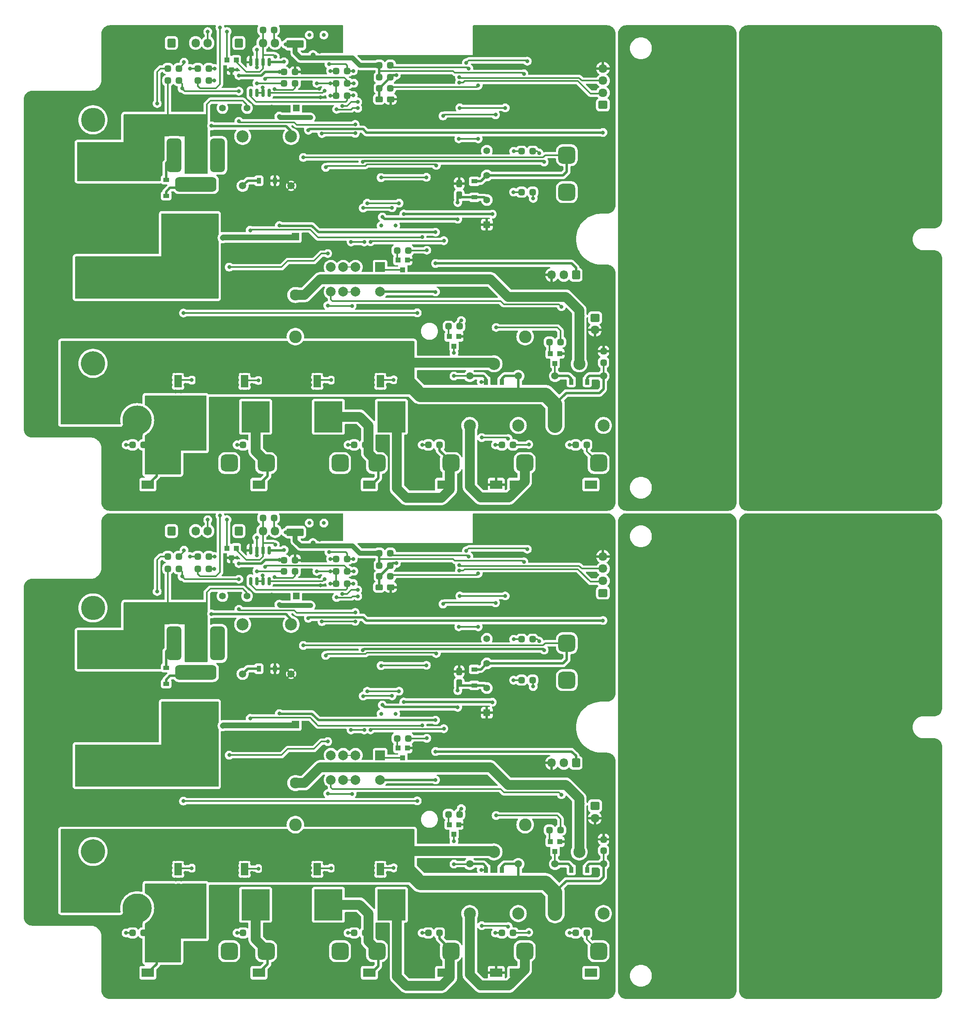
<source format=gbr>
%TF.GenerationSoftware,KiCad,Pcbnew,8.0.4*%
%TF.CreationDate,2024-11-04T15:16:16+09:00*%
%TF.ProjectId,L-CON V3.0,4c2d434f-4e20-4563-932e-302e6b696361,rev?*%
%TF.SameCoordinates,Original*%
%TF.FileFunction,Copper,L2,Bot*%
%TF.FilePolarity,Positive*%
%FSLAX46Y46*%
G04 Gerber Fmt 4.6, Leading zero omitted, Abs format (unit mm)*
G04 Created by KiCad (PCBNEW 8.0.4) date 2024-11-04 15:16:16*
%MOMM*%
%LPD*%
G01*
G04 APERTURE LIST*
G04 Aperture macros list*
%AMRoundRect*
0 Rectangle with rounded corners*
0 $1 Rounding radius*
0 $2 $3 $4 $5 $6 $7 $8 $9 X,Y pos of 4 corners*
0 Add a 4 corners polygon primitive as box body*
4,1,4,$2,$3,$4,$5,$6,$7,$8,$9,$2,$3,0*
0 Add four circle primitives for the rounded corners*
1,1,$1+$1,$2,$3*
1,1,$1+$1,$4,$5*
1,1,$1+$1,$6,$7*
1,1,$1+$1,$8,$9*
0 Add four rect primitives between the rounded corners*
20,1,$1+$1,$2,$3,$4,$5,0*
20,1,$1+$1,$4,$5,$6,$7,0*
20,1,$1+$1,$6,$7,$8,$9,0*
20,1,$1+$1,$8,$9,$2,$3,0*%
G04 Aperture macros list end*
%TA.AperFunction,ComponentPad*%
%ADD10RoundRect,0.875000X-0.875000X-0.875000X0.875000X-0.875000X0.875000X0.875000X-0.875000X0.875000X0*%
%TD*%
%TA.AperFunction,ComponentPad*%
%ADD11O,1.700000X1.850000*%
%TD*%
%TA.AperFunction,ComponentPad*%
%ADD12RoundRect,0.249900X-0.600100X-0.675100X0.600100X-0.675100X0.600100X0.675100X-0.600100X0.675100X0*%
%TD*%
%TA.AperFunction,ComponentPad*%
%ADD13C,8.000000*%
%TD*%
%TA.AperFunction,ComponentPad*%
%ADD14C,6.000000*%
%TD*%
%TA.AperFunction,ComponentPad*%
%ADD15C,2.500000*%
%TD*%
%TA.AperFunction,ComponentPad*%
%ADD16C,1.500000*%
%TD*%
%TA.AperFunction,ComponentPad*%
%ADD17C,1.400000*%
%TD*%
%TA.AperFunction,ComponentPad*%
%ADD18R,1.400000X1.400000*%
%TD*%
%TA.AperFunction,ComponentPad*%
%ADD19C,5.000000*%
%TD*%
%TA.AperFunction,ComponentPad*%
%ADD20RoundRect,0.750000X-0.750000X2.750000X-0.750000X-2.750000X0.750000X-2.750000X0.750000X2.750000X0*%
%TD*%
%TA.AperFunction,ComponentPad*%
%ADD21RoundRect,0.750000X3.500000X0.750000X-3.500000X0.750000X-3.500000X-0.750000X3.500000X-0.750000X0*%
%TD*%
%TA.AperFunction,ComponentPad*%
%ADD22C,2.600000*%
%TD*%
%TA.AperFunction,WasherPad*%
%ADD23C,0.800000*%
%TD*%
%TA.AperFunction,SMDPad,CuDef*%
%ADD24RoundRect,0.325000X-0.325000X-0.325000X0.325000X-0.325000X0.325000X0.325000X-0.325000X0.325000X0*%
%TD*%
%TA.AperFunction,SMDPad,CuDef*%
%ADD25RoundRect,0.312500X-0.437500X-0.312500X0.437500X-0.312500X0.437500X0.312500X-0.437500X0.312500X0*%
%TD*%
%TA.AperFunction,SMDPad,CuDef*%
%ADD26RoundRect,0.325000X0.325000X0.325000X-0.325000X0.325000X-0.325000X-0.325000X0.325000X-0.325000X0*%
%TD*%
%TA.AperFunction,SMDPad,CuDef*%
%ADD27R,0.900000X1.200000*%
%TD*%
%TA.AperFunction,SMDPad,CuDef*%
%ADD28RoundRect,0.325000X0.325000X-0.325000X0.325000X0.325000X-0.325000X0.325000X-0.325000X-0.325000X0*%
%TD*%
%TA.AperFunction,ComponentPad*%
%ADD29RoundRect,0.875000X0.875000X-0.875000X0.875000X0.875000X-0.875000X0.875000X-0.875000X-0.875000X0*%
%TD*%
%TA.AperFunction,SMDPad,CuDef*%
%ADD30R,2.000000X3.000000*%
%TD*%
%TA.AperFunction,SMDPad,CuDef*%
%ADD31R,1.500000X2.500000*%
%TD*%
%TA.AperFunction,SMDPad,CuDef*%
%ADD32R,5.800000X6.400000*%
%TD*%
%TA.AperFunction,SMDPad,CuDef*%
%ADD33RoundRect,0.325000X-0.325000X0.325000X-0.325000X-0.325000X0.325000X-0.325000X0.325000X0.325000X0*%
%TD*%
%TA.AperFunction,SMDPad,CuDef*%
%ADD34R,1.000000X1.100000*%
%TD*%
%TA.AperFunction,ComponentPad*%
%ADD35O,1.850000X1.700000*%
%TD*%
%TA.AperFunction,ComponentPad*%
%ADD36RoundRect,0.249900X0.675100X-0.600100X0.675100X0.600100X-0.675100X0.600100X-0.675100X-0.600100X0*%
%TD*%
%TA.AperFunction,ComponentPad*%
%ADD37C,1.600000*%
%TD*%
%TA.AperFunction,ComponentPad*%
%ADD38R,1.600000X1.600000*%
%TD*%
%TA.AperFunction,ComponentPad*%
%ADD39RoundRect,0.250000X0.600000X0.675000X-0.600000X0.675000X-0.600000X-0.675000X0.600000X-0.675000X0*%
%TD*%
%TA.AperFunction,ComponentPad*%
%ADD40C,2.000000*%
%TD*%
%TA.AperFunction,ComponentPad*%
%ADD41R,2.000000X2.000000*%
%TD*%
%TA.AperFunction,SMDPad,CuDef*%
%ADD42R,2.500000X1.800000*%
%TD*%
%TA.AperFunction,SMDPad,CuDef*%
%ADD43R,1.200000X0.900000*%
%TD*%
%TA.AperFunction,SMDPad,CuDef*%
%ADD44RoundRect,0.163800X0.136200X-0.711200X0.136200X0.711200X-0.136200X0.711200X-0.136200X-0.711200X0*%
%TD*%
%TA.AperFunction,ComponentPad*%
%ADD45RoundRect,0.249900X-0.675100X0.600100X-0.675100X-0.600100X0.675100X-0.600100X0.675100X0.600100X0*%
%TD*%
%TA.AperFunction,SMDPad,CuDef*%
%ADD46RoundRect,0.250000X-1.500000X-0.550000X1.500000X-0.550000X1.500000X0.550000X-1.500000X0.550000X0*%
%TD*%
%TA.AperFunction,SMDPad,CuDef*%
%ADD47RoundRect,0.312500X0.312500X-0.437500X0.312500X0.437500X-0.312500X0.437500X-0.312500X-0.437500X0*%
%TD*%
%TA.AperFunction,ViaPad*%
%ADD48C,0.800000*%
%TD*%
%TA.AperFunction,ViaPad*%
%ADD49C,1.200000*%
%TD*%
%TA.AperFunction,ViaPad*%
%ADD50C,2.300000*%
%TD*%
%TA.AperFunction,Conductor*%
%ADD51C,0.300000*%
%TD*%
%TA.AperFunction,Conductor*%
%ADD52C,0.500000*%
%TD*%
%TA.AperFunction,Conductor*%
%ADD53C,1.000000*%
%TD*%
%TA.AperFunction,Conductor*%
%ADD54C,2.000000*%
%TD*%
%TA.AperFunction,Conductor*%
%ADD55C,3.000000*%
%TD*%
%TA.AperFunction,Conductor*%
%ADD56C,1.200000*%
%TD*%
%TA.AperFunction,Conductor*%
%ADD57C,0.200000*%
%TD*%
G04 APERTURE END LIST*
D10*
%TO.P,J2,14,Pin_14*%
%TO.N,TV OUT*%
X157955000Y-233110000D03*
%TO.P,J2,13,Pin_13*%
%TO.N,GNDPWR*%
X150335000Y-233110000D03*
%TO.P,J2,12,Pin_12*%
%TO.N,Net-(D24-K)*%
X142715000Y-233110000D03*
%TO.P,J2,11,Pin_11*%
%TO.N,GNDPWR*%
X135095000Y-233110000D03*
%TO.P,J2,10,Pin_10*%
%TO.N,Net-(D13-K)*%
X127475000Y-233110000D03*
%TO.P,J2,9,Pin_9*%
%TO.N,GNDPWR*%
X119855000Y-233110000D03*
%TO.P,J2,8,Pin_8*%
%TO.N,Net-(D12-K)*%
X112235000Y-233110000D03*
%TO.P,J2,7,Pin_7*%
%TO.N,Net-(J2-Pin_7)*%
X104615000Y-233110000D03*
%TO.P,J2,6,Pin_6*%
%TO.N,GNDPWR*%
X96995000Y-233110000D03*
%TO.P,J2,5,Pin_5*%
%TO.N,Net-(D9-K)*%
X89375000Y-233110000D03*
%TO.P,J2,4,Pin_4*%
%TO.N,Net-(J2-Pin_4)*%
X81755000Y-233110000D03*
%TO.P,J2,3,Pin_3*%
%TO.N,GNDPWR*%
X74135000Y-233110000D03*
%TO.P,J2,2,Pin_2*%
%TO.N,Net-(D3-K)*%
X66515000Y-233110000D03*
%TO.P,J2,1,Pin_1*%
%TO.N,GNDPWR*%
X58895000Y-233110000D03*
%TD*%
D11*
%TO.P,J4,4,Pin_4*%
%TO.N,/485-A*%
X77325000Y-146500000D03*
%TO.P,J4,3,Pin_3*%
%TO.N,/485-B*%
X74825000Y-146500000D03*
%TO.P,J4,2,Pin_2*%
%TO.N,GNDPWR*%
X72325000Y-146500000D03*
D12*
%TO.P,J4,1,Pin_1*%
%TO.N,+5V*%
X69825000Y-146500000D03*
%TD*%
D13*
%TO.P,He1,1,1*%
%TO.N,Net-(H10-Pad1)*%
X179710000Y-224250000D03*
%TD*%
D14*
%TO.P,H7,1,1*%
%TO.N,GNDPWR*%
X126295000Y-224250000D03*
%TD*%
D15*
%TO.P,K5,14*%
%TO.N,Net-(D7-A)*%
X94525000Y-165755000D03*
%TO.P,K5,7*%
%TO.N,GNDPWR*%
X89525000Y-178455000D03*
D16*
%TO.P,K5,6*%
%TO.N,Net-(D19-K)*%
X84525000Y-175955000D03*
%TO.P,K5,2*%
%TO.N,GNDPWR*%
X94525000Y-175955000D03*
D15*
%TO.P,K5,1*%
%TO.N,unconnected-(K5-Pad1)*%
X84525000Y-165755000D03*
%TD*%
D17*
%TO.P,K4,7*%
%TO.N,DOOR*%
X134907500Y-168717500D03*
%TO.P,K4,5*%
%TO.N,Net-(D26-K)*%
X134907500Y-173797500D03*
%TO.P,K4,3*%
%TO.N,Net-(D26-A)*%
X134907500Y-178877500D03*
D18*
%TO.P,K4,1*%
%TO.N,GNDPWR*%
X134907500Y-183957500D03*
%TD*%
D19*
%TO.P,J15,3,Pin_3*%
%TO.N,GNDPWR*%
X53655000Y-181360000D03*
%TO.P,J15,2,Pin_2*%
%TO.N,/+*%
X53655000Y-171860000D03*
%TO.P,J15,1,Pin_1*%
%TO.N,Net-(D7-K)*%
X53655000Y-162360000D03*
%TD*%
D20*
%TO.P,K6,87A*%
%TO.N,/+*%
X74875000Y-169675000D03*
D21*
%TO.P,K6,87*%
%TO.N,Net-(D7-K)*%
X74875000Y-175645000D03*
D20*
%TO.P,K6,86*%
%TO.N,Net-(D7-A)*%
X70375000Y-169675000D03*
%TO.P,K6,85*%
%TO.N,Net-(D7-K)*%
X79375000Y-169675000D03*
D21*
%TO.P,K6,30*%
%TO.N,BAT +*%
X74875000Y-183645000D03*
%TD*%
D14*
%TO.P,H3,1,1*%
%TO.N,GNDPWR*%
X62845000Y-149600000D03*
%TD*%
%TO.P,H2,1,1*%
%TO.N,GNDPWR*%
X62725000Y-186980000D03*
%TD*%
D13*
%TO.P,H8,1,1*%
%TO.N,Net-(H1-Pad1)*%
X193710000Y-224250000D03*
%TD*%
D22*
%TO.P,MO2,4,+18V*%
%TO.N,TV OUT*%
X142805000Y-207040000D03*
%TO.P,MO2,3,GND*%
%TO.N,GNDPWR*%
X142805000Y-194340000D03*
%TO.P,MO2,2,+12V*%
%TO.N,Net-(D4-K)*%
X95405000Y-207040000D03*
%TO.P,MO2,1,GND*%
%TO.N,GNDPWR*%
X95405000Y-194340000D03*
%TD*%
D14*
%TO.P,H6,1,1*%
%TO.N,GNDPWR*%
X148725000Y-186980000D03*
%TD*%
D23*
%TO.P,SW1,*%
%TO.N,*%
X98285000Y-144870000D03*
X101285000Y-144870000D03*
%TD*%
D24*
%TO.P,R25,2*%
%TO.N,FLOOR*%
X129285000Y-204910000D03*
%TO.P,R25,1*%
%TO.N,Net-(Q4-B)*%
X126985000Y-204910000D03*
%TD*%
D25*
%TO.P,C6,2*%
%TO.N,+12P*%
X47955000Y-222060000D03*
%TO.P,C6,1*%
%TO.N,GNDPWR*%
X45555000Y-222060000D03*
%TD*%
D26*
%TO.P,R4,2*%
%TO.N,3V3*%
X112715000Y-151100000D03*
%TO.P,R4,1*%
%TO.N,BOOT*%
X115015000Y-151100000D03*
%TD*%
D24*
%TO.P,R34,2*%
%TO.N,Net-(U2-IO_46)*%
X118715000Y-189260000D03*
%TO.P,R34,1*%
%TO.N,Net-(Q14-B)*%
X116415000Y-189260000D03*
%TD*%
D26*
%TO.P,R45,2*%
%TO.N,/485-B*%
X88725000Y-143850000D03*
%TO.P,R45,1*%
%TO.N,/485-A*%
X91025000Y-143850000D03*
%TD*%
D27*
%TO.P,D16,2,K*%
%TO.N,+12P*%
X155625000Y-216350000D03*
%TO.P,D16,1,A*%
%TO.N,Net-(D16-A)*%
X152325000Y-216350000D03*
%TD*%
D28*
%TO.P,R44,2*%
%TO.N,GNDPWR*%
X95375000Y-152500000D03*
%TO.P,R44,1*%
%TO.N,/485-B*%
X95375000Y-154800000D03*
%TD*%
D24*
%TO.P,R12,2*%
%TO.N,Net-(D15-A)*%
X144345000Y-168830000D03*
%TO.P,R12,1*%
%TO.N,3V3*%
X142045000Y-168830000D03*
%TD*%
D25*
%TO.P,C2,2*%
%TO.N,GNDPWR*%
X115065000Y-158100000D03*
%TO.P,C2,1*%
%TO.N,EN*%
X112665000Y-158100000D03*
%TD*%
D24*
%TO.P,R2,2*%
%TO.N,EN*%
X115015000Y-153600000D03*
%TO.P,R2,1*%
%TO.N,3V3*%
X112715000Y-153600000D03*
%TD*%
D29*
%TO.P,J3,2,Pin_2*%
%TO.N,Net-(D26-K)*%
X151425000Y-169630000D03*
%TO.P,J3,1,Pin_1*%
%TO.N,Net-(J3-Pin_1)*%
X151425000Y-177250000D03*
%TD*%
D30*
%TO.P,Q2,S,Source*%
%TO.N,+12P*%
X75760000Y-216243000D03*
D31*
%TO.P,Q2,G,Gate*%
%TO.N,Net-(Q1-Gate)*%
X71194000Y-216243000D03*
D32*
%TO.P,Q2,D,Drain*%
%TO.N,Net-(D3-K)*%
X73480000Y-223550000D03*
%TD*%
D30*
%TO.P,Q7,S,Source*%
%TO.N,+12P*%
X89487500Y-216243000D03*
D31*
%TO.P,Q7,G,Gate*%
%TO.N,Net-(Q5-C)*%
X84921500Y-216243000D03*
D32*
%TO.P,Q7,D,Drain*%
%TO.N,Net-(D9-K)*%
X87207500Y-223550000D03*
%TD*%
D25*
%TO.P,C10,2*%
%TO.N,+12P*%
X47955000Y-213060000D03*
%TO.P,C10,1*%
%TO.N,GNDPWR*%
X45555000Y-213060000D03*
%TD*%
D26*
%TO.P,R15,2*%
%TO.N,Net-(D8-A)*%
X84625000Y-229350000D03*
%TO.P,R15,1*%
%TO.N,Net-(D9-K)*%
X86925000Y-229350000D03*
%TD*%
D33*
%TO.P,R46,2*%
%TO.N,/485-A*%
X93075000Y-154800000D03*
%TO.P,R46,1*%
%TO.N,+5V*%
X93075000Y-152500000D03*
%TD*%
D27*
%TO.P,D14,2,K*%
%TO.N,+12P*%
X138025000Y-216350000D03*
%TO.P,D14,1,A*%
%TO.N,Net-(D14-A)*%
X134725000Y-216350000D03*
%TD*%
D34*
%TO.P,Q4,3,C*%
%TO.N,Net-(D14-A)*%
X128135000Y-209020000D03*
%TO.P,Q4,2,E*%
%TO.N,GNDPWR*%
X129085000Y-207020000D03*
%TO.P,Q4,1,B*%
%TO.N,Net-(Q4-B)*%
X127185000Y-207020000D03*
%TD*%
D35*
%TO.P,J1,4,Pin_4*%
%TO.N,GNDPWR*%
X158865000Y-151770000D03*
%TO.P,J1,3,Pin_3*%
%TO.N,TxD0*%
X158865000Y-154270000D03*
%TO.P,J1,2,Pin_2*%
%TO.N,RxD0*%
X158865000Y-156770000D03*
D36*
%TO.P,J1,1,Pin_1*%
%TO.N,Net-(J1-Pin_1)*%
X158865000Y-159270000D03*
%TD*%
D15*
%TO.P,K2,14*%
%TO.N,Net-(D24-K)*%
X131395000Y-225345000D03*
%TO.P,K2,7*%
%TO.N,+12P*%
X136395000Y-212645000D03*
D16*
%TO.P,K2,6*%
X141395000Y-215145000D03*
%TO.P,K2,2*%
%TO.N,Net-(D14-A)*%
X131395000Y-215145000D03*
D15*
%TO.P,K2,1*%
%TO.N,unconnected-(K2-Pad1)*%
X141395000Y-225345000D03*
%TD*%
D13*
%TO.P,H1,1,1*%
%TO.N,Net-(H1-Pad1)*%
X216260000Y-149600000D03*
%TD*%
D14*
%TO.P,H4,1,1*%
%TO.N,GNDPWR*%
X62755000Y-224250000D03*
%TD*%
D37*
%TO.P,C4,2*%
%TO.N,GNDPWR*%
X95405000Y-188907349D03*
D38*
%TO.P,C4,1*%
%TO.N,Net-(D5-K)*%
X95405000Y-186407349D03*
%TD*%
D19*
%TO.P,J7,4,Pin_4*%
%TO.N,+12P*%
X53655000Y-222060000D03*
%TO.P,J7,3,Pin_3*%
%TO.N,GNDPWR*%
X53655000Y-212560000D03*
%TO.P,J7,2,Pin_2*%
X53655000Y-203060000D03*
%TO.P,J7,1,Pin_1*%
%TO.N,BAT +*%
X53655000Y-193560000D03*
%TD*%
D13*
%TO.P,H12,1,1*%
%TO.N,Net-(H10-Pad1)*%
X179800000Y-149600000D03*
%TD*%
%TO.P,H9,1,1*%
%TO.N,Net-(H1-Pad1)*%
X216140000Y-186980000D03*
%TD*%
D17*
%TO.P,K1,7*%
%TO.N,Net-(D19-K)*%
X80367500Y-159917500D03*
%TO.P,K1,5*%
%TO.N,/+*%
X85447500Y-159917500D03*
%TO.P,K1,3*%
%TO.N,GNDPWR*%
X90527500Y-159917500D03*
D18*
%TO.P,K1,1*%
%TO.N,Net-(D26-K)*%
X95607500Y-159917500D03*
%TD*%
D14*
%TO.P,H5,1,1*%
%TO.N,GNDPWR*%
X148845000Y-149600000D03*
%TD*%
D11*
%TO.P,J11,4,Pin_4*%
%TO.N,/485-A*%
X91225000Y-146500000D03*
%TO.P,J11,3,Pin_3*%
%TO.N,/485-B*%
X88725000Y-146500000D03*
%TO.P,J11,2,Pin_2*%
%TO.N,GNDPWR*%
X86225000Y-146500000D03*
D12*
%TO.P,J11,1,Pin_1*%
%TO.N,+5V*%
X83725000Y-146500000D03*
%TD*%
D11*
%TO.P,J5,3,Pin_3*%
%TO.N,GNDPWR*%
X148295000Y-194310000D03*
%TO.P,J5,2,Pin_2*%
%TO.N,Net-(J5-Pin_2)*%
X150795000Y-194310000D03*
D39*
%TO.P,J5,1,Pin_1*%
%TO.N,+5V*%
X153295000Y-194310000D03*
%TD*%
D40*
%TO.P,K7,12*%
%TO.N,+5V*%
X112895000Y-197800000D03*
%TO.P,K7,10*%
%TO.N,NEO_2*%
X107815000Y-197800000D03*
%TO.P,K7,9*%
%TO.N,NEO_22*%
X105275000Y-197800000D03*
%TO.P,K7,8*%
%TO.N,Net-(J5-Pin_2)*%
X102735000Y-197800000D03*
%TO.P,K7,5*%
X102735000Y-192720000D03*
%TO.P,K7,4*%
%TO.N,NEO_11*%
X105275000Y-192720000D03*
%TO.P,K7,3*%
%TO.N,NEO_1*%
X107815000Y-192720000D03*
D41*
%TO.P,K7,1*%
%TO.N,Net-(D27-A)*%
X112895000Y-192720000D03*
%TD*%
D42*
%TO.P,D18,2,K*%
%TO.N,TV OUT*%
X156375000Y-237550000D03*
%TO.P,D18,1,A*%
%TO.N,GNDPWR*%
X152375000Y-237550000D03*
%TD*%
D26*
%TO.P,R28,2*%
%TO.N,Net-(D17-A)*%
X153225000Y-229350000D03*
%TO.P,R28,1*%
%TO.N,TV OUT*%
X155525000Y-229350000D03*
%TD*%
%TO.P,R42,2*%
%TO.N,+5V*%
X103825000Y-154800000D03*
%TO.P,R42,1*%
%TO.N,ENABLE*%
X106125000Y-154800000D03*
%TD*%
D30*
%TO.P,Q11,S,Source*%
%TO.N,+12P*%
X104487500Y-216243000D03*
D31*
%TO.P,Q11,G,Gate*%
%TO.N,Net-(Q10-Gate)*%
X99921500Y-216243000D03*
D32*
%TO.P,Q11,D,Drain*%
%TO.N,Net-(D12-K)*%
X102207500Y-223550000D03*
%TD*%
D42*
%TO.P,D3,2,K*%
%TO.N,Net-(D3-K)*%
X64975000Y-237550000D03*
%TO.P,D3,1,A*%
%TO.N,GNDPWR*%
X60975000Y-237550000D03*
%TD*%
%TO.P,D9,2,K*%
%TO.N,Net-(D9-K)*%
X87875000Y-237550000D03*
%TO.P,D9,1,A*%
%TO.N,GNDPWR*%
X83875000Y-237550000D03*
%TD*%
D24*
%TO.P,R10,2*%
%TO.N,Net-(D6-A)*%
X77570000Y-151775000D03*
%TO.P,R10,1*%
%TO.N,+12P*%
X75270000Y-151775000D03*
%TD*%
D34*
%TO.P,D25,3,common*%
%TO.N,GNDPWR*%
X82250000Y-152050000D03*
%TO.P,D25,2,A2*%
%TO.N,/485-B*%
X83200000Y-150050000D03*
%TO.P,D25,1,A1*%
%TO.N,/485-A*%
X81300000Y-150050000D03*
%TD*%
D25*
%TO.P,C7,2*%
%TO.N,+12P*%
X47955000Y-219810000D03*
%TO.P,C7,1*%
%TO.N,GNDPWR*%
X45555000Y-219810000D03*
%TD*%
%TO.P,C9,2*%
%TO.N,+12P*%
X47955000Y-215310000D03*
%TO.P,C9,1*%
%TO.N,GNDPWR*%
X45555000Y-215310000D03*
%TD*%
D24*
%TO.P,R39,2*%
%TO.N,Net-(D21-A)*%
X71400000Y-151775000D03*
%TO.P,R39,1*%
%TO.N,Net-(D7-K)*%
X69100000Y-151775000D03*
%TD*%
D42*
%TO.P,D12,2,K*%
%TO.N,Net-(D12-K)*%
X110675000Y-237550000D03*
%TO.P,D12,1,A*%
%TO.N,GNDPWR*%
X106675000Y-237550000D03*
%TD*%
D26*
%TO.P,R6,2*%
%TO.N,Net-(D2-A)*%
X61825000Y-229350000D03*
%TO.P,R6,1*%
%TO.N,Net-(D3-K)*%
X64125000Y-229350000D03*
%TD*%
D42*
%TO.P,D24,2,K*%
%TO.N,Net-(D24-K)*%
X140850000Y-237550000D03*
%TO.P,D24,1,A*%
%TO.N,GNDPWR*%
X136850000Y-237550000D03*
%TD*%
D43*
%TO.P,D7,2,K*%
%TO.N,Net-(D7-K)*%
X68750000Y-178000000D03*
%TO.P,D7,1,A*%
%TO.N,Net-(D7-A)*%
X68750000Y-174700000D03*
%TD*%
D15*
%TO.P,K3,14*%
%TO.N,+12P*%
X148975000Y-225345000D03*
%TO.P,K3,7*%
%TO.N,Net-(D4-K)*%
X153975000Y-212645000D03*
D16*
%TO.P,K3,6*%
%TO.N,+12P*%
X158975000Y-215145000D03*
%TO.P,K3,2*%
%TO.N,Net-(D16-A)*%
X148975000Y-215145000D03*
D15*
%TO.P,K3,1*%
%TO.N,unconnected-(K3-Pad1)*%
X158975000Y-225345000D03*
%TD*%
D34*
%TO.P,Q17,3,C*%
%TO.N,Net-(D16-A)*%
X148975000Y-212550000D03*
%TO.P,Q17,2,E*%
%TO.N,GNDPWR*%
X149925000Y-210550000D03*
%TO.P,Q17,1,B*%
%TO.N,Net-(Q17-B)*%
X148025000Y-210550000D03*
%TD*%
D43*
%TO.P,D26,2,K*%
%TO.N,Net-(D26-K)*%
X132307500Y-175025000D03*
%TO.P,D26,1,A*%
%TO.N,Net-(D26-A)*%
X132307500Y-178325000D03*
%TD*%
D44*
%TO.P,U4,8,VCC*%
%TO.N,+5V*%
X89980000Y-150475000D03*
%TO.P,U4,7,B*%
%TO.N,/485-B*%
X88710000Y-150475000D03*
%TO.P,U4,6,A*%
%TO.N,/485-A*%
X87440000Y-150475000D03*
%TO.P,U4,5,GND*%
%TO.N,GNDPWR*%
X86170000Y-150475000D03*
%TO.P,U4,4,DI*%
%TO.N,DI*%
X86170000Y-156825000D03*
%TO.P,U4,3,DE*%
%TO.N,ENABLE*%
X87440000Y-156825000D03*
%TO.P,U4,2,~{RE}*%
X88710000Y-156825000D03*
%TO.P,U4,1,RO*%
%TO.N,RO*%
X89980000Y-156825000D03*
%TD*%
D35*
%TO.P,J9,2,Pin_2*%
%TO.N,GNDPWR*%
X157215000Y-205670000D03*
D45*
%TO.P,J9,1,Pin_1*%
%TO.N,Net-(D4-K)*%
X157215000Y-203170000D03*
%TD*%
D46*
%TO.P,C1,2*%
%TO.N,GNDPWR*%
X100975000Y-146750000D03*
%TO.P,C1,1*%
%TO.N,3V3*%
X95375000Y-146750000D03*
%TD*%
D34*
%TO.P,Q14,3,C*%
%TO.N,Net-(D27-A)*%
X117565000Y-193260000D03*
%TO.P,Q14,2,E*%
%TO.N,GNDPWR*%
X118515000Y-191260000D03*
%TO.P,Q14,1,B*%
%TO.N,Net-(Q14-B)*%
X116615000Y-191260000D03*
%TD*%
D24*
%TO.P,R35,2*%
%TO.N,LiPo*%
X71400000Y-154275000D03*
%TO.P,R35,1*%
%TO.N,/+*%
X69100000Y-154275000D03*
%TD*%
%TO.P,R48,2*%
%TO.N,Net-(D23-A)*%
X144355000Y-177250000D03*
%TO.P,R48,1*%
%TO.N,3V3*%
X142055000Y-177250000D03*
%TD*%
%TO.P,R3,2*%
%TO.N,Net-(R3-Pad2)*%
X115015000Y-155850000D03*
%TO.P,R3,1*%
%TO.N,EN*%
X112715000Y-155850000D03*
%TD*%
D27*
%TO.P,D19,2,K*%
%TO.N,Net-(D19-K)*%
X87875000Y-174900000D03*
%TO.P,D19,1,A*%
%TO.N,GNDPWR*%
X91175000Y-174900000D03*
%TD*%
D26*
%TO.P,R41,2*%
%TO.N,+5V*%
X103825000Y-157340000D03*
%TO.P,R41,1*%
%TO.N,DI*%
X106125000Y-157340000D03*
%TD*%
D24*
%TO.P,R29,2*%
%TO.N,TV*%
X150125000Y-208150000D03*
%TO.P,R29,1*%
%TO.N,Net-(Q17-B)*%
X147825000Y-208150000D03*
%TD*%
D26*
%TO.P,R43,2*%
%TO.N,+5V*%
X103825000Y-152260000D03*
%TO.P,R43,1*%
%TO.N,RO*%
X106125000Y-152260000D03*
%TD*%
D47*
%TO.P,C5,2*%
%TO.N,GNDPWR*%
X129200000Y-175475000D03*
%TO.P,C5,1*%
%TO.N,Net-(D26-A)*%
X129200000Y-177875000D03*
%TD*%
D26*
%TO.P,R23,2*%
%TO.N,Net-(D11-A)*%
X122825000Y-229350000D03*
%TO.P,R23,1*%
%TO.N,Net-(D13-K)*%
X125125000Y-229350000D03*
%TD*%
D42*
%TO.P,D13,2,K*%
%TO.N,Net-(D13-K)*%
X125975000Y-237550000D03*
%TO.P,D13,1,A*%
%TO.N,GNDPWR*%
X121975000Y-237550000D03*
%TD*%
D33*
%TO.P,R11,2*%
%TO.N,+12P*%
X158995000Y-212370000D03*
%TO.P,R11,1*%
%TO.N,GNDPWR*%
X158995000Y-210070000D03*
%TD*%
D26*
%TO.P,R40,2*%
%TO.N,Net-(D22-A)*%
X138025000Y-229350000D03*
%TO.P,R40,1*%
%TO.N,+12P*%
X140325000Y-229350000D03*
%TD*%
D25*
%TO.P,C8,2*%
%TO.N,+12P*%
X47955000Y-217560000D03*
%TO.P,C8,1*%
%TO.N,GNDPWR*%
X45555000Y-217560000D03*
%TD*%
D24*
%TO.P,R1,2*%
%TO.N,Net-(D1-A)*%
X77570000Y-154275000D03*
%TO.P,R1,1*%
%TO.N,3V3*%
X75270000Y-154275000D03*
%TD*%
D30*
%TO.P,Q13,S,Source*%
%TO.N,+12P*%
X117505000Y-216243000D03*
D31*
%TO.P,Q13,G,Gate*%
%TO.N,Net-(Q12-Gate)*%
X112939000Y-216243000D03*
D32*
%TO.P,Q13,D,Drain*%
%TO.N,Net-(D13-K)*%
X115225000Y-223550000D03*
%TD*%
D26*
%TO.P,R22,2*%
%TO.N,Net-(D10-A)*%
X107525000Y-229350000D03*
%TO.P,R22,1*%
%TO.N,Net-(D12-K)*%
X109825000Y-229350000D03*
%TD*%
D13*
%TO.P,H10,1,1*%
%TO.N,Net-(H10-Pad1)*%
X179800000Y-186980000D03*
%TD*%
D23*
%TO.P,SW6,*%
%TO.N,*%
X116100000Y-184175000D03*
X113100000Y-184175000D03*
%TD*%
D11*
%TO.P,J4,4,Pin_4*%
%TO.N,/485-A*%
X77325000Y-45900000D03*
%TO.P,J4,3,Pin_3*%
%TO.N,/485-B*%
X74825000Y-45900000D03*
%TO.P,J4,2,Pin_2*%
%TO.N,GNDPWR*%
X72325000Y-45900000D03*
D12*
%TO.P,J4,1,Pin_1*%
%TO.N,+5V*%
X69825000Y-45900000D03*
%TD*%
D10*
%TO.P,J2,14,Pin_14*%
%TO.N,TV OUT*%
X157955000Y-132510000D03*
%TO.P,J2,13,Pin_13*%
%TO.N,GNDPWR*%
X150335000Y-132510000D03*
%TO.P,J2,12,Pin_12*%
%TO.N,Net-(D24-K)*%
X142715000Y-132510000D03*
%TO.P,J2,11,Pin_11*%
%TO.N,GNDPWR*%
X135095000Y-132510000D03*
%TO.P,J2,10,Pin_10*%
%TO.N,Net-(D13-K)*%
X127475000Y-132510000D03*
%TO.P,J2,9,Pin_9*%
%TO.N,GNDPWR*%
X119855000Y-132510000D03*
%TO.P,J2,8,Pin_8*%
%TO.N,Net-(D12-K)*%
X112235000Y-132510000D03*
%TO.P,J2,7,Pin_7*%
%TO.N,Net-(J2-Pin_7)*%
X104615000Y-132510000D03*
%TO.P,J2,6,Pin_6*%
%TO.N,GNDPWR*%
X96995000Y-132510000D03*
%TO.P,J2,5,Pin_5*%
%TO.N,Net-(D9-K)*%
X89375000Y-132510000D03*
%TO.P,J2,4,Pin_4*%
%TO.N,Net-(J2-Pin_4)*%
X81755000Y-132510000D03*
%TO.P,J2,3,Pin_3*%
%TO.N,GNDPWR*%
X74135000Y-132510000D03*
%TO.P,J2,2,Pin_2*%
%TO.N,Net-(D3-K)*%
X66515000Y-132510000D03*
%TO.P,J2,1,Pin_1*%
%TO.N,GNDPWR*%
X58895000Y-132510000D03*
%TD*%
D13*
%TO.P,H10,1,1*%
%TO.N,Net-(H10-Pad1)*%
X179800000Y-86380000D03*
%TD*%
D23*
%TO.P,SW6,*%
%TO.N,*%
X116100000Y-83575000D03*
X113100000Y-83575000D03*
%TD*%
D15*
%TO.P,K3,14*%
%TO.N,+12P*%
X148975000Y-124745000D03*
%TO.P,K3,7*%
%TO.N,Net-(D4-K)*%
X153975000Y-112045000D03*
D16*
%TO.P,K3,6*%
%TO.N,+12P*%
X158975000Y-114545000D03*
%TO.P,K3,2*%
%TO.N,Net-(D16-A)*%
X148975000Y-114545000D03*
D15*
%TO.P,K3,1*%
%TO.N,unconnected-(K3-Pad1)*%
X158975000Y-124745000D03*
%TD*%
D14*
%TO.P,H4,1,1*%
%TO.N,GNDPWR*%
X62755000Y-123650000D03*
%TD*%
D19*
%TO.P,J7,4,Pin_4*%
%TO.N,+12P*%
X53655000Y-121460000D03*
%TO.P,J7,3,Pin_3*%
%TO.N,GNDPWR*%
X53655000Y-111960000D03*
%TO.P,J7,2,Pin_2*%
X53655000Y-102460000D03*
%TO.P,J7,1,Pin_1*%
%TO.N,BAT +*%
X53655000Y-92960000D03*
%TD*%
D37*
%TO.P,C4,2*%
%TO.N,GNDPWR*%
X95405000Y-88307349D03*
D38*
%TO.P,C4,1*%
%TO.N,Net-(D5-K)*%
X95405000Y-85807349D03*
%TD*%
D13*
%TO.P,H12,1,1*%
%TO.N,Net-(H10-Pad1)*%
X179800000Y-49000000D03*
%TD*%
%TO.P,H1,1,1*%
%TO.N,Net-(H1-Pad1)*%
X216260000Y-49000000D03*
%TD*%
D40*
%TO.P,K7,12*%
%TO.N,+5V*%
X112895000Y-97200000D03*
%TO.P,K7,10*%
%TO.N,NEO_2*%
X107815000Y-97200000D03*
%TO.P,K7,9*%
%TO.N,NEO_22*%
X105275000Y-97200000D03*
%TO.P,K7,8*%
%TO.N,Net-(J5-Pin_2)*%
X102735000Y-97200000D03*
%TO.P,K7,5*%
X102735000Y-92120000D03*
%TO.P,K7,4*%
%TO.N,NEO_11*%
X105275000Y-92120000D03*
%TO.P,K7,3*%
%TO.N,NEO_1*%
X107815000Y-92120000D03*
D41*
%TO.P,K7,1*%
%TO.N,Net-(D27-A)*%
X112895000Y-92120000D03*
%TD*%
D11*
%TO.P,J5,3,Pin_3*%
%TO.N,GNDPWR*%
X148295000Y-93710000D03*
%TO.P,J5,2,Pin_2*%
%TO.N,Net-(J5-Pin_2)*%
X150795000Y-93710000D03*
D39*
%TO.P,J5,1,Pin_1*%
%TO.N,+5V*%
X153295000Y-93710000D03*
%TD*%
D14*
%TO.P,H6,1,1*%
%TO.N,GNDPWR*%
X148725000Y-86380000D03*
%TD*%
D23*
%TO.P,SW1,*%
%TO.N,*%
X98285000Y-44270000D03*
X101285000Y-44270000D03*
%TD*%
D22*
%TO.P,MO2,4,+18V*%
%TO.N,TV OUT*%
X142805000Y-106440000D03*
%TO.P,MO2,3,GND*%
%TO.N,GNDPWR*%
X142805000Y-93740000D03*
%TO.P,MO2,2,+12V*%
%TO.N,Net-(D4-K)*%
X95405000Y-106440000D03*
%TO.P,MO2,1,GND*%
%TO.N,GNDPWR*%
X95405000Y-93740000D03*
%TD*%
D15*
%TO.P,K2,14*%
%TO.N,Net-(D24-K)*%
X131395000Y-124745000D03*
%TO.P,K2,7*%
%TO.N,+12P*%
X136395000Y-112045000D03*
D16*
%TO.P,K2,6*%
X141395000Y-114545000D03*
%TO.P,K2,2*%
%TO.N,Net-(D14-A)*%
X131395000Y-114545000D03*
D15*
%TO.P,K2,1*%
%TO.N,unconnected-(K2-Pad1)*%
X141395000Y-124745000D03*
%TD*%
D35*
%TO.P,J1,4,Pin_4*%
%TO.N,GNDPWR*%
X158865000Y-51170000D03*
%TO.P,J1,3,Pin_3*%
%TO.N,TxD0*%
X158865000Y-53670000D03*
%TO.P,J1,2,Pin_2*%
%TO.N,RxD0*%
X158865000Y-56170000D03*
D36*
%TO.P,J1,1,Pin_1*%
%TO.N,Net-(J1-Pin_1)*%
X158865000Y-58670000D03*
%TD*%
D13*
%TO.P,H8,1,1*%
%TO.N,Net-(H1-Pad1)*%
X193710000Y-123650000D03*
%TD*%
D14*
%TO.P,H2,1,1*%
%TO.N,GNDPWR*%
X62725000Y-86380000D03*
%TD*%
D11*
%TO.P,J11,4,Pin_4*%
%TO.N,/485-A*%
X91225000Y-45900000D03*
%TO.P,J11,3,Pin_3*%
%TO.N,/485-B*%
X88725000Y-45900000D03*
%TO.P,J11,2,Pin_2*%
%TO.N,GNDPWR*%
X86225000Y-45900000D03*
D12*
%TO.P,J11,1,Pin_1*%
%TO.N,+5V*%
X83725000Y-45900000D03*
%TD*%
D14*
%TO.P,H5,1,1*%
%TO.N,GNDPWR*%
X148845000Y-49000000D03*
%TD*%
D17*
%TO.P,K1,7*%
%TO.N,Net-(D19-K)*%
X80367500Y-59317500D03*
%TO.P,K1,5*%
%TO.N,/+*%
X85447500Y-59317500D03*
%TO.P,K1,3*%
%TO.N,GNDPWR*%
X90527500Y-59317500D03*
D18*
%TO.P,K1,1*%
%TO.N,Net-(D26-K)*%
X95607500Y-59317500D03*
%TD*%
D13*
%TO.P,H9,1,1*%
%TO.N,Net-(H1-Pad1)*%
X216140000Y-86380000D03*
%TD*%
D14*
%TO.P,H3,1,1*%
%TO.N,GNDPWR*%
X62845000Y-49000000D03*
%TD*%
D20*
%TO.P,K6,87A*%
%TO.N,/+*%
X74875000Y-69075000D03*
D21*
%TO.P,K6,87*%
%TO.N,Net-(D7-K)*%
X74875000Y-75045000D03*
D20*
%TO.P,K6,86*%
%TO.N,Net-(D7-A)*%
X70375000Y-69075000D03*
%TO.P,K6,85*%
%TO.N,Net-(D7-K)*%
X79375000Y-69075000D03*
D21*
%TO.P,K6,30*%
%TO.N,BAT +*%
X74875000Y-83045000D03*
%TD*%
D19*
%TO.P,J15,3,Pin_3*%
%TO.N,GNDPWR*%
X53655000Y-80760000D03*
%TO.P,J15,2,Pin_2*%
%TO.N,/+*%
X53655000Y-71260000D03*
%TO.P,J15,1,Pin_1*%
%TO.N,Net-(D7-K)*%
X53655000Y-61760000D03*
%TD*%
D14*
%TO.P,H7,1,1*%
%TO.N,GNDPWR*%
X126295000Y-123650000D03*
%TD*%
D13*
%TO.P,He1,1,1*%
%TO.N,Net-(H10-Pad1)*%
X179710000Y-123650000D03*
%TD*%
D17*
%TO.P,K4,7*%
%TO.N,DOOR*%
X134907500Y-68117500D03*
%TO.P,K4,5*%
%TO.N,Net-(D26-K)*%
X134907500Y-73197500D03*
%TO.P,K4,3*%
%TO.N,Net-(D26-A)*%
X134907500Y-78277500D03*
D18*
%TO.P,K4,1*%
%TO.N,GNDPWR*%
X134907500Y-83357500D03*
%TD*%
D15*
%TO.P,K5,14*%
%TO.N,Net-(D7-A)*%
X94525000Y-65155000D03*
%TO.P,K5,7*%
%TO.N,GNDPWR*%
X89525000Y-77855000D03*
D16*
%TO.P,K5,6*%
%TO.N,Net-(D19-K)*%
X84525000Y-75355000D03*
%TO.P,K5,2*%
%TO.N,GNDPWR*%
X94525000Y-75355000D03*
D15*
%TO.P,K5,1*%
%TO.N,unconnected-(K5-Pad1)*%
X84525000Y-65155000D03*
%TD*%
D29*
%TO.P,J3,2,Pin_2*%
%TO.N,Net-(D26-K)*%
X151425000Y-69030000D03*
%TO.P,J3,1,Pin_1*%
%TO.N,Net-(J3-Pin_1)*%
X151425000Y-76650000D03*
%TD*%
D27*
%TO.P,D14,2,K*%
%TO.N,+12P*%
X138025000Y-115750000D03*
%TO.P,D14,1,A*%
%TO.N,Net-(D14-A)*%
X134725000Y-115750000D03*
%TD*%
D30*
%TO.P,Q2,S,Source*%
%TO.N,+12P*%
X75760000Y-115643000D03*
D31*
%TO.P,Q2,G,Gate*%
%TO.N,Net-(Q1-Gate)*%
X71194000Y-115643000D03*
D32*
%TO.P,Q2,D,Drain*%
%TO.N,Net-(D3-K)*%
X73480000Y-122950000D03*
%TD*%
D24*
%TO.P,R2,2*%
%TO.N,EN*%
X115015000Y-53000000D03*
%TO.P,R2,1*%
%TO.N,3V3*%
X112715000Y-53000000D03*
%TD*%
D25*
%TO.P,C2,2*%
%TO.N,GNDPWR*%
X115065000Y-57500000D03*
%TO.P,C2,1*%
%TO.N,EN*%
X112665000Y-57500000D03*
%TD*%
D34*
%TO.P,Q4,3,C*%
%TO.N,Net-(D14-A)*%
X128135000Y-108420000D03*
%TO.P,Q4,2,E*%
%TO.N,GNDPWR*%
X129085000Y-106420000D03*
%TO.P,Q4,1,B*%
%TO.N,Net-(Q4-B)*%
X127185000Y-106420000D03*
%TD*%
D30*
%TO.P,Q7,S,Source*%
%TO.N,+12P*%
X89487500Y-115643000D03*
D31*
%TO.P,Q7,G,Gate*%
%TO.N,Net-(Q5-C)*%
X84921500Y-115643000D03*
D32*
%TO.P,Q7,D,Drain*%
%TO.N,Net-(D9-K)*%
X87207500Y-122950000D03*
%TD*%
D24*
%TO.P,R12,2*%
%TO.N,Net-(D15-A)*%
X144345000Y-68230000D03*
%TO.P,R12,1*%
%TO.N,3V3*%
X142045000Y-68230000D03*
%TD*%
D33*
%TO.P,R46,2*%
%TO.N,/485-A*%
X93075000Y-54200000D03*
%TO.P,R46,1*%
%TO.N,+5V*%
X93075000Y-51900000D03*
%TD*%
D26*
%TO.P,R15,2*%
%TO.N,Net-(D8-A)*%
X84625000Y-128750000D03*
%TO.P,R15,1*%
%TO.N,Net-(D9-K)*%
X86925000Y-128750000D03*
%TD*%
D28*
%TO.P,R44,2*%
%TO.N,GNDPWR*%
X95375000Y-51900000D03*
%TO.P,R44,1*%
%TO.N,/485-B*%
X95375000Y-54200000D03*
%TD*%
D27*
%TO.P,D16,2,K*%
%TO.N,+12P*%
X155625000Y-115750000D03*
%TO.P,D16,1,A*%
%TO.N,Net-(D16-A)*%
X152325000Y-115750000D03*
%TD*%
D25*
%TO.P,C10,2*%
%TO.N,+12P*%
X47955000Y-112460000D03*
%TO.P,C10,1*%
%TO.N,GNDPWR*%
X45555000Y-112460000D03*
%TD*%
D24*
%TO.P,R25,2*%
%TO.N,FLOOR*%
X129285000Y-104310000D03*
%TO.P,R25,1*%
%TO.N,Net-(Q4-B)*%
X126985000Y-104310000D03*
%TD*%
D26*
%TO.P,R45,2*%
%TO.N,/485-B*%
X88725000Y-43250000D03*
%TO.P,R45,1*%
%TO.N,/485-A*%
X91025000Y-43250000D03*
%TD*%
D24*
%TO.P,R34,2*%
%TO.N,Net-(U2-IO_46)*%
X118715000Y-88660000D03*
%TO.P,R34,1*%
%TO.N,Net-(Q14-B)*%
X116415000Y-88660000D03*
%TD*%
D26*
%TO.P,R4,2*%
%TO.N,3V3*%
X112715000Y-50500000D03*
%TO.P,R4,1*%
%TO.N,BOOT*%
X115015000Y-50500000D03*
%TD*%
D25*
%TO.P,C6,2*%
%TO.N,+12P*%
X47955000Y-121460000D03*
%TO.P,C6,1*%
%TO.N,GNDPWR*%
X45555000Y-121460000D03*
%TD*%
D42*
%TO.P,D12,2,K*%
%TO.N,Net-(D12-K)*%
X110675000Y-136950000D03*
%TO.P,D12,1,A*%
%TO.N,GNDPWR*%
X106675000Y-136950000D03*
%TD*%
D24*
%TO.P,R39,2*%
%TO.N,Net-(D21-A)*%
X71400000Y-51175000D03*
%TO.P,R39,1*%
%TO.N,Net-(D7-K)*%
X69100000Y-51175000D03*
%TD*%
D25*
%TO.P,C7,2*%
%TO.N,+12P*%
X47955000Y-119210000D03*
%TO.P,C7,1*%
%TO.N,GNDPWR*%
X45555000Y-119210000D03*
%TD*%
%TO.P,C9,2*%
%TO.N,+12P*%
X47955000Y-114710000D03*
%TO.P,C9,1*%
%TO.N,GNDPWR*%
X45555000Y-114710000D03*
%TD*%
D34*
%TO.P,D25,3,common*%
%TO.N,GNDPWR*%
X82250000Y-51450000D03*
%TO.P,D25,2,A2*%
%TO.N,/485-B*%
X83200000Y-49450000D03*
%TO.P,D25,1,A1*%
%TO.N,/485-A*%
X81300000Y-49450000D03*
%TD*%
D43*
%TO.P,D7,2,K*%
%TO.N,Net-(D7-K)*%
X68750000Y-77400000D03*
%TO.P,D7,1,A*%
%TO.N,Net-(D7-A)*%
X68750000Y-74100000D03*
%TD*%
D24*
%TO.P,R10,2*%
%TO.N,Net-(D6-A)*%
X77570000Y-51175000D03*
%TO.P,R10,1*%
%TO.N,+12P*%
X75270000Y-51175000D03*
%TD*%
D42*
%TO.P,D24,2,K*%
%TO.N,Net-(D24-K)*%
X140850000Y-136950000D03*
%TO.P,D24,1,A*%
%TO.N,GNDPWR*%
X136850000Y-136950000D03*
%TD*%
D26*
%TO.P,R6,2*%
%TO.N,Net-(D2-A)*%
X61825000Y-128750000D03*
%TO.P,R6,1*%
%TO.N,Net-(D3-K)*%
X64125000Y-128750000D03*
%TD*%
D30*
%TO.P,Q11,S,Source*%
%TO.N,+12P*%
X104487500Y-115643000D03*
D31*
%TO.P,Q11,G,Gate*%
%TO.N,Net-(Q10-Gate)*%
X99921500Y-115643000D03*
D32*
%TO.P,Q11,D,Drain*%
%TO.N,Net-(D12-K)*%
X102207500Y-122950000D03*
%TD*%
D42*
%TO.P,D9,2,K*%
%TO.N,Net-(D9-K)*%
X87875000Y-136950000D03*
%TO.P,D9,1,A*%
%TO.N,GNDPWR*%
X83875000Y-136950000D03*
%TD*%
D26*
%TO.P,R28,2*%
%TO.N,Net-(D17-A)*%
X153225000Y-128750000D03*
%TO.P,R28,1*%
%TO.N,TV OUT*%
X155525000Y-128750000D03*
%TD*%
%TO.P,R42,2*%
%TO.N,+5V*%
X103825000Y-54200000D03*
%TO.P,R42,1*%
%TO.N,ENABLE*%
X106125000Y-54200000D03*
%TD*%
D42*
%TO.P,D18,2,K*%
%TO.N,TV OUT*%
X156375000Y-136950000D03*
%TO.P,D18,1,A*%
%TO.N,GNDPWR*%
X152375000Y-136950000D03*
%TD*%
%TO.P,D3,2,K*%
%TO.N,Net-(D3-K)*%
X64975000Y-136950000D03*
%TO.P,D3,1,A*%
%TO.N,GNDPWR*%
X60975000Y-136950000D03*
%TD*%
%TO.P,D13,2,K*%
%TO.N,Net-(D13-K)*%
X125975000Y-136950000D03*
%TO.P,D13,1,A*%
%TO.N,GNDPWR*%
X121975000Y-136950000D03*
%TD*%
D47*
%TO.P,C5,2*%
%TO.N,GNDPWR*%
X129200000Y-74875000D03*
%TO.P,C5,1*%
%TO.N,Net-(D26-A)*%
X129200000Y-77275000D03*
%TD*%
D24*
%TO.P,R1,2*%
%TO.N,Net-(D1-A)*%
X77570000Y-53675000D03*
%TO.P,R1,1*%
%TO.N,3V3*%
X75270000Y-53675000D03*
%TD*%
D26*
%TO.P,R40,2*%
%TO.N,Net-(D22-A)*%
X138025000Y-128750000D03*
%TO.P,R40,1*%
%TO.N,+12P*%
X140325000Y-128750000D03*
%TD*%
%TO.P,R23,2*%
%TO.N,Net-(D11-A)*%
X122825000Y-128750000D03*
%TO.P,R23,1*%
%TO.N,Net-(D13-K)*%
X125125000Y-128750000D03*
%TD*%
%TO.P,R41,2*%
%TO.N,+5V*%
X103825000Y-56740000D03*
%TO.P,R41,1*%
%TO.N,DI*%
X106125000Y-56740000D03*
%TD*%
D24*
%TO.P,R29,2*%
%TO.N,TV*%
X150125000Y-107550000D03*
%TO.P,R29,1*%
%TO.N,Net-(Q17-B)*%
X147825000Y-107550000D03*
%TD*%
D27*
%TO.P,D19,2,K*%
%TO.N,Net-(D19-K)*%
X87875000Y-74300000D03*
%TO.P,D19,1,A*%
%TO.N,GNDPWR*%
X91175000Y-74300000D03*
%TD*%
D26*
%TO.P,R43,2*%
%TO.N,+5V*%
X103825000Y-51660000D03*
%TO.P,R43,1*%
%TO.N,RO*%
X106125000Y-51660000D03*
%TD*%
D24*
%TO.P,R3,2*%
%TO.N,Net-(R3-Pad2)*%
X115015000Y-55250000D03*
%TO.P,R3,1*%
%TO.N,EN*%
X112715000Y-55250000D03*
%TD*%
%TO.P,R48,2*%
%TO.N,Net-(D23-A)*%
X144355000Y-76650000D03*
%TO.P,R48,1*%
%TO.N,3V3*%
X142055000Y-76650000D03*
%TD*%
%TO.P,R35,2*%
%TO.N,LiPo*%
X71400000Y-53675000D03*
%TO.P,R35,1*%
%TO.N,/+*%
X69100000Y-53675000D03*
%TD*%
D25*
%TO.P,C8,2*%
%TO.N,+12P*%
X47955000Y-116960000D03*
%TO.P,C8,1*%
%TO.N,GNDPWR*%
X45555000Y-116960000D03*
%TD*%
D34*
%TO.P,Q14,3,C*%
%TO.N,Net-(D27-A)*%
X117565000Y-92660000D03*
%TO.P,Q14,2,E*%
%TO.N,GNDPWR*%
X118515000Y-90660000D03*
%TO.P,Q14,1,B*%
%TO.N,Net-(Q14-B)*%
X116615000Y-90660000D03*
%TD*%
D33*
%TO.P,R11,2*%
%TO.N,+12P*%
X158995000Y-111770000D03*
%TO.P,R11,1*%
%TO.N,GNDPWR*%
X158995000Y-109470000D03*
%TD*%
D34*
%TO.P,Q17,3,C*%
%TO.N,Net-(D16-A)*%
X148975000Y-111950000D03*
%TO.P,Q17,2,E*%
%TO.N,GNDPWR*%
X149925000Y-109950000D03*
%TO.P,Q17,1,B*%
%TO.N,Net-(Q17-B)*%
X148025000Y-109950000D03*
%TD*%
D35*
%TO.P,J9,2,Pin_2*%
%TO.N,GNDPWR*%
X157215000Y-105070000D03*
D45*
%TO.P,J9,1,Pin_1*%
%TO.N,Net-(D4-K)*%
X157215000Y-102570000D03*
%TD*%
D46*
%TO.P,C1,2*%
%TO.N,GNDPWR*%
X100975000Y-46150000D03*
%TO.P,C1,1*%
%TO.N,3V3*%
X95375000Y-46150000D03*
%TD*%
D44*
%TO.P,U4,8,VCC*%
%TO.N,+5V*%
X89980000Y-49875000D03*
%TO.P,U4,7,B*%
%TO.N,/485-B*%
X88710000Y-49875000D03*
%TO.P,U4,6,A*%
%TO.N,/485-A*%
X87440000Y-49875000D03*
%TO.P,U4,5,GND*%
%TO.N,GNDPWR*%
X86170000Y-49875000D03*
%TO.P,U4,4,DI*%
%TO.N,DI*%
X86170000Y-56225000D03*
%TO.P,U4,3,DE*%
%TO.N,ENABLE*%
X87440000Y-56225000D03*
%TO.P,U4,2,~{RE}*%
X88710000Y-56225000D03*
%TO.P,U4,1,RO*%
%TO.N,RO*%
X89980000Y-56225000D03*
%TD*%
D43*
%TO.P,D26,2,K*%
%TO.N,Net-(D26-K)*%
X132307500Y-74425000D03*
%TO.P,D26,1,A*%
%TO.N,Net-(D26-A)*%
X132307500Y-77725000D03*
%TD*%
D30*
%TO.P,Q13,S,Source*%
%TO.N,+12P*%
X117505000Y-115643000D03*
D31*
%TO.P,Q13,G,Gate*%
%TO.N,Net-(Q12-Gate)*%
X112939000Y-115643000D03*
D32*
%TO.P,Q13,D,Drain*%
%TO.N,Net-(D13-K)*%
X115225000Y-122950000D03*
%TD*%
D26*
%TO.P,R22,2*%
%TO.N,Net-(D10-A)*%
X107525000Y-128750000D03*
%TO.P,R22,1*%
%TO.N,Net-(D12-K)*%
X109825000Y-128750000D03*
%TD*%
D48*
%TO.N,Net-(D14-A)*%
X133775000Y-216350000D03*
X133875000Y-227850000D03*
%TO.N,+5V*%
X124325000Y-197810000D03*
%TO.N,Net-(D14-A)*%
X139315000Y-228060000D03*
%TO.N,BOOT*%
X133135000Y-166260000D03*
%TO.N,+5V*%
X93065000Y-150390000D03*
X124325000Y-185510000D03*
%TO.N,BOOT*%
X131185000Y-151750000D03*
%TO.N,+5V*%
X124335000Y-191960000D03*
X92100000Y-184140000D03*
%TO.N,Net-(D14-A)*%
X128125000Y-210410000D03*
%TO.N,BOOT*%
X129135000Y-166260000D03*
%TO.N,+5V*%
X102655000Y-157350000D03*
%TO.N,Net-(D14-A)*%
X128125000Y-215150000D03*
%TO.N,Net-(R3-Pad2)*%
X133135000Y-155260000D03*
%TO.N,+5V*%
X99835000Y-154830000D03*
X92100000Y-161675000D03*
X102655000Y-152260000D03*
%TO.N,Net-(Q1-Gate)*%
X74045000Y-216000000D03*
%TO.N,+12P*%
X70725000Y-214180000D03*
%TO.N,Net-(J1-Pin_1)*%
X98075000Y-164500000D03*
%TO.N,+12P*%
X113750000Y-214190000D03*
X111455000Y-216978090D03*
X72725000Y-217969823D03*
X100730000Y-214190000D03*
X73675000Y-151750000D03*
X86418559Y-214990000D03*
%TO.N,Net-(J1-Pin_1)*%
X158865000Y-164960000D03*
%TO.N,+12P*%
X101435000Y-216980000D03*
%TO.N,TxD0*%
X129235000Y-153560000D03*
%TO.N,RxD0*%
X129235000Y-154660000D03*
%TO.N,+12P*%
X98435000Y-216978090D03*
X113555000Y-218321733D03*
X72718559Y-214990000D03*
X83425000Y-215978090D03*
X69725000Y-216978090D03*
X69718559Y-214988090D03*
X111455000Y-217969823D03*
X98435000Y-215978090D03*
X112455000Y-218321733D03*
X83418559Y-214988090D03*
X111455000Y-215978090D03*
X72020000Y-214190000D03*
X143575000Y-218660000D03*
X101435000Y-217969823D03*
X69725000Y-215978090D03*
X98435000Y-217969823D03*
X99435000Y-214180000D03*
X86425000Y-217969823D03*
X83425000Y-216978090D03*
X71825000Y-218321733D03*
X114448559Y-214990000D03*
X83425000Y-217969823D03*
X70725000Y-218321733D03*
X112455000Y-214180000D03*
X114455000Y-217969823D03*
X100535000Y-218321733D03*
X85525000Y-218321733D03*
X69725000Y-217969823D03*
%TO.N,GNDPWR*%
X139235000Y-144440000D03*
X123325000Y-216560000D03*
X43970000Y-180310000D03*
X105695000Y-203830000D03*
X41430000Y-198090000D03*
X119609000Y-162036000D03*
X125065000Y-150090000D03*
X116605000Y-172810000D03*
X135235000Y-146440000D03*
X81675000Y-154675000D03*
%TO.N,+12P*%
X114455000Y-216980000D03*
X143575000Y-229250000D03*
X84425000Y-214180000D03*
X84425000Y-218321733D03*
X111448559Y-214988090D03*
X86425000Y-216980000D03*
X83060000Y-208450000D03*
D49*
X67415000Y-208650000D03*
D48*
X85720000Y-214190000D03*
X99435000Y-218321733D03*
%TO.N,Net-(D6-A)*%
X78735000Y-151760000D03*
%TO.N,+12P*%
X98428559Y-214988090D03*
X101428559Y-214990000D03*
X72725000Y-216980000D03*
%TO.N,GNDPWR*%
X43970000Y-182850000D03*
X41430000Y-165070000D03*
X41430000Y-190470000D03*
X46510000Y-170150000D03*
X41430000Y-167610000D03*
X99095000Y-151620000D03*
X132825000Y-198080000D03*
X121085000Y-153730000D03*
X133425000Y-187550000D03*
X43970000Y-185390000D03*
X114275000Y-162036000D03*
X95055000Y-150740000D03*
X41430000Y-200630000D03*
X121065000Y-150090000D03*
X43970000Y-175230000D03*
X137235000Y-144440000D03*
X156935000Y-155510000D03*
X94395000Y-143740000D03*
X145635000Y-206550000D03*
X46510000Y-162530000D03*
X98835000Y-176650000D03*
%TO.N,TV*%
X136835000Y-205150000D03*
%TO.N,Net-(Q12-Gate)*%
X115695000Y-215950000D03*
%TO.N,Net-(Q5-C)*%
X87765000Y-216080000D03*
%TO.N,Net-(D17-A)*%
X151975000Y-229350000D03*
%TO.N,LED_3*%
X124475000Y-171750000D03*
%TO.N,FLOOR*%
X129635000Y-203720000D03*
%TO.N,Net-(Q10-Gate)*%
X102765000Y-216000000D03*
%TO.N,SWITCH*%
X100875000Y-165175000D03*
%TO.N,LED_3*%
X101675000Y-172150000D03*
%TO.N,LED_1*%
X120550000Y-202125000D03*
%TO.N,LED_2*%
X86085000Y-185120000D03*
X121554750Y-186530250D03*
%TO.N,LED_1*%
X72325000Y-202175000D03*
%TO.N,SWITCH*%
X107750000Y-165125000D03*
%TO.N,TV*%
X125875000Y-161550000D03*
X136705000Y-161310000D03*
%TO.N,Net-(D13-K)*%
X113225000Y-222950000D03*
X117225000Y-224450000D03*
X117225000Y-221450000D03*
X113225000Y-224450000D03*
X117225000Y-222950000D03*
X115225000Y-224450000D03*
X115225000Y-221450000D03*
X115225000Y-222950000D03*
X113225000Y-221450000D03*
%TO.N,Net-(D9-K)*%
X87207500Y-222950000D03*
X89207500Y-222950000D03*
X85207500Y-221450000D03*
X85207500Y-224450000D03*
X87207500Y-221450000D03*
X85207500Y-222950000D03*
X87207500Y-224450000D03*
X89207500Y-224450000D03*
X89207500Y-221450000D03*
%TO.N,Net-(D12-K)*%
X104207500Y-222950000D03*
X102207500Y-221450000D03*
X100207500Y-221450000D03*
X104207500Y-224450000D03*
X104207500Y-221450000D03*
X102207500Y-222950000D03*
X100207500Y-224450000D03*
X100207500Y-222950000D03*
X102207500Y-224450000D03*
%TO.N,Net-(D3-K)*%
X75480000Y-224450000D03*
X73480000Y-221450000D03*
X71480000Y-222950000D03*
X73480000Y-224450000D03*
X75480000Y-222950000D03*
X73480000Y-222950000D03*
X71480000Y-221450000D03*
X75480000Y-221450000D03*
X71480000Y-224450000D03*
%TO.N,DOOR*%
X136025000Y-181800000D03*
%TO.N,Net-(D23-A)*%
X144465000Y-178560000D03*
%TO.N,Net-(D23-K)*%
X138695000Y-159890000D03*
%TO.N,Net-(D26-A)*%
X128900000Y-179400000D03*
D50*
%TO.N,Net-(D4-K)*%
X95405000Y-198450000D03*
D48*
X154695000Y-202780000D03*
%TO.N,Net-(D26-A)*%
X128900000Y-182850000D03*
%TO.N,DOOR*%
X117775000Y-181750000D03*
%TO.N,Net-(D26-K)*%
X97055000Y-170100000D03*
%TO.N,Net-(U2-IO_46)*%
X122515000Y-189230000D03*
%TO.N,Net-(Q16-D)*%
X115350000Y-180475000D03*
%TO.N,DOOR*%
X110250000Y-179525000D03*
%TO.N,Net-(D23-K)*%
X129325000Y-159890000D03*
%TO.N,Net-(D26-A)*%
X113350000Y-182375000D03*
%TO.N,Net-(U2-IO_46)*%
X122435000Y-174190000D03*
X113080000Y-174260000D03*
%TO.N,Net-(Q16-D)*%
X109400000Y-180525000D03*
%TO.N,GNDPWR*%
X46510000Y-193010000D03*
X137235000Y-146440000D03*
X148435000Y-206450000D03*
X46510000Y-165070000D03*
X106815000Y-167800000D03*
X43970000Y-198090000D03*
X41430000Y-180310000D03*
X100335000Y-155960000D03*
X43970000Y-190470000D03*
X135235000Y-144440000D03*
X98905000Y-167660000D03*
X46510000Y-180310000D03*
X43970000Y-162530000D03*
X46510000Y-203170000D03*
%TO.N,Net-(D22-A)*%
X136675000Y-229350000D03*
%TO.N,NEO_2*%
X103905000Y-160190000D03*
%TO.N,Net-(D15-A)*%
X145685000Y-169200000D03*
%TO.N,NEO_2*%
X106885000Y-187520000D03*
%TO.N,Net-(D15-K)*%
X143255000Y-150270000D03*
%TO.N,/485-A*%
X87465000Y-154800000D03*
%TO.N,/485-B*%
X91265000Y-149330000D03*
%TO.N,Net-(D15-K)*%
X130675000Y-150590000D03*
%TO.N,Net-(D21-A)*%
X72420000Y-150475000D03*
%TO.N,/485-A*%
X87455000Y-151550000D03*
%TO.N,/485-B*%
X91105000Y-156000000D03*
%TO.N,LED_4*%
X126035000Y-187260000D03*
%TO.N,Net-(J5-Pin_2)*%
X150290000Y-200865000D03*
%TO.N,/485-A*%
X77325000Y-144175000D03*
%TO.N,NEO_2*%
X109615000Y-187510000D03*
%TO.N,/485-A*%
X87445000Y-147880000D03*
%TO.N,NEO_2*%
X108275000Y-159950000D03*
%TO.N,/485-A*%
X81300000Y-144150000D03*
%TO.N,LED_4*%
X110915000Y-187500000D03*
%TO.N,LiPo*%
X107750000Y-163300000D03*
X83750000Y-162650000D03*
%TO.N,RO*%
X101435000Y-156390000D03*
%TO.N,DI*%
X107355000Y-157330000D03*
%TO.N,LiPo*%
X72020000Y-155875000D03*
%TO.N,ENABLE*%
X88655000Y-155690000D03*
%TO.N,TV OUT*%
X155595000Y-237130000D03*
%TO.N,RO*%
X102345000Y-150880000D03*
%TO.N,Net-(J2-Pin_7)*%
X107095000Y-200690000D03*
%TO.N,ENABLE*%
X107485000Y-154800000D03*
%TO.N,Net-(J3-Pin_1)*%
X146735000Y-171050000D03*
X109335000Y-171050000D03*
%TO.N,LiPo*%
X83750000Y-156450000D03*
%TO.N,Net-(J2-Pin_7)*%
X102105000Y-200620000D03*
%TO.N,Net-(J2-Pin_4)*%
X81755000Y-192710000D03*
%TO.N,ENABLE*%
X89175000Y-153900000D03*
%TO.N,DOOR*%
X116800000Y-179525000D03*
%TO.N,Net-(J2-Pin_4)*%
X102085000Y-189910000D03*
%TO.N,RO*%
X107355000Y-152270000D03*
%TO.N,Net-(D7-K)*%
X66885000Y-158990000D03*
%TO.N,GNDPWR*%
X46510000Y-159990000D03*
%TO.N,Net-(D2-A)*%
X60475000Y-229350000D03*
%TO.N,GNDPWR*%
X93805000Y-171700000D03*
%TO.N,Net-(D1-A)*%
X78665000Y-154280000D03*
%TO.N,GNDPWR*%
X41430000Y-177770000D03*
X139235000Y-146440000D03*
X41430000Y-172690000D03*
X92365000Y-144950000D03*
X41430000Y-195550000D03*
%TO.N,Net-(D5-K)*%
X80455000Y-186660000D03*
%TO.N,GNDPWR*%
X43970000Y-203170000D03*
X43970000Y-195550000D03*
%TO.N,EN*%
X116235000Y-153160000D03*
%TO.N,GNDPWR*%
X46510000Y-198090000D03*
X43970000Y-159990000D03*
X127105000Y-198120000D03*
%TO.N,Net-(D11-A)*%
X121575000Y-229350000D03*
%TO.N,Net-(D10-A)*%
X106275000Y-229350000D03*
%TO.N,NEO_1*%
X105035000Y-159470000D03*
%TO.N,Net-(D7-A)*%
X78100000Y-163600000D03*
%TO.N,3V3*%
X142545000Y-152850000D03*
X140425000Y-177250000D03*
%TO.N,NEO_1*%
X108275000Y-158650000D03*
%TO.N,+5V*%
X83750000Y-153225000D03*
X92115000Y-152470000D03*
%TO.N,3V3*%
X93375000Y-146775000D03*
X79850000Y-143350000D03*
X140445000Y-168820000D03*
%TO.N,+5V*%
X98550000Y-161875000D03*
%TO.N,Net-(D8-A)*%
X83375000Y-229350000D03*
%TO.N,+5V*%
X102655000Y-154800000D03*
%TO.N,3V3*%
X99025000Y-148990000D03*
X111335000Y-151100000D03*
%TO.N,GNDPWR*%
X46510000Y-177770000D03*
X41430000Y-182850000D03*
X46510000Y-190470000D03*
X93805000Y-169500000D03*
X108465000Y-175310000D03*
X43970000Y-187930000D03*
X46510000Y-200630000D03*
X43970000Y-170150000D03*
X100559000Y-157718000D03*
X41430000Y-175230000D03*
X41430000Y-203170000D03*
X99695000Y-143930000D03*
X41430000Y-187930000D03*
X41430000Y-159990000D03*
X43970000Y-165070000D03*
X46510000Y-167610000D03*
X43970000Y-167610000D03*
X43970000Y-177770000D03*
X46510000Y-175230000D03*
X46510000Y-172690000D03*
X123325000Y-210450000D03*
X41430000Y-170150000D03*
X98055000Y-151610000D03*
X41430000Y-185390000D03*
X123325000Y-208875000D03*
X100425000Y-148290000D03*
X43970000Y-172690000D03*
X43970000Y-193010000D03*
X46510000Y-195550000D03*
X124295000Y-180180000D03*
X46510000Y-187930000D03*
X123325000Y-214800000D03*
X46510000Y-185390000D03*
X41430000Y-162530000D03*
X41430000Y-193010000D03*
X43970000Y-200630000D03*
X125085000Y-153730000D03*
X46510000Y-182850000D03*
X41430000Y-64470000D03*
X43970000Y-82250000D03*
X43970000Y-74630000D03*
X46510000Y-59390000D03*
X46510000Y-61930000D03*
X98835000Y-76050000D03*
X137235000Y-43840000D03*
X145635000Y-105950000D03*
X94395000Y-43140000D03*
X156935000Y-54910000D03*
X41430000Y-69550000D03*
X46510000Y-72090000D03*
X98055000Y-51010000D03*
X123325000Y-109850000D03*
X41430000Y-84790000D03*
X100425000Y-47690000D03*
X43970000Y-92410000D03*
X43970000Y-72090000D03*
X123325000Y-108275000D03*
X46510000Y-74630000D03*
X43970000Y-77170000D03*
X135235000Y-43840000D03*
X43970000Y-61930000D03*
X46510000Y-79710000D03*
X98905000Y-67060000D03*
X46510000Y-102570000D03*
X46510000Y-100030000D03*
X41430000Y-102570000D03*
X41430000Y-74630000D03*
X100559000Y-57118000D03*
X43970000Y-69550000D03*
X41430000Y-59390000D03*
X41430000Y-87330000D03*
X46510000Y-67010000D03*
X43970000Y-64470000D03*
X99695000Y-43330000D03*
X43970000Y-67010000D03*
X93805000Y-68900000D03*
X46510000Y-89870000D03*
X108465000Y-74710000D03*
X41430000Y-82250000D03*
X46510000Y-77170000D03*
X43970000Y-87330000D03*
X81675000Y-54075000D03*
X43970000Y-79710000D03*
X105695000Y-103230000D03*
X123325000Y-115960000D03*
X135235000Y-45840000D03*
X116605000Y-72210000D03*
X139235000Y-43840000D03*
X125065000Y-49490000D03*
X119609000Y-61436000D03*
X41430000Y-97490000D03*
X43970000Y-89870000D03*
X100335000Y-55360000D03*
X41430000Y-79710000D03*
X43970000Y-97490000D03*
X106815000Y-67200000D03*
X148435000Y-105850000D03*
X137235000Y-45840000D03*
X46510000Y-92410000D03*
X46510000Y-64470000D03*
X133425000Y-86950000D03*
X41430000Y-67010000D03*
X132825000Y-97480000D03*
X43970000Y-84790000D03*
X99095000Y-51020000D03*
X41430000Y-89870000D03*
X46510000Y-69550000D03*
X121065000Y-49490000D03*
X41430000Y-100030000D03*
X95055000Y-50140000D03*
X114275000Y-61436000D03*
X121085000Y-53130000D03*
X41430000Y-92410000D03*
X43970000Y-100030000D03*
X41430000Y-61930000D03*
X46510000Y-84790000D03*
X123325000Y-114200000D03*
X46510000Y-87330000D03*
X125085000Y-53130000D03*
X124295000Y-79580000D03*
X46510000Y-94950000D03*
X46510000Y-82250000D03*
X93805000Y-71100000D03*
X92365000Y-44350000D03*
X139235000Y-45840000D03*
X41430000Y-72090000D03*
X43970000Y-102570000D03*
X46510000Y-97490000D03*
X41430000Y-77170000D03*
X41430000Y-94950000D03*
X43970000Y-94950000D03*
X43970000Y-59390000D03*
X127105000Y-97520000D03*
%TO.N,EN*%
X116235000Y-52560000D03*
%TO.N,Net-(D5-K)*%
X80455000Y-86060000D03*
%TO.N,Net-(D1-A)*%
X78665000Y-53680000D03*
%TO.N,Net-(D2-A)*%
X60475000Y-128750000D03*
%TO.N,Net-(D3-K)*%
X71480000Y-123850000D03*
X73480000Y-122350000D03*
X75480000Y-122350000D03*
X71480000Y-122350000D03*
X73480000Y-120850000D03*
X71480000Y-120850000D03*
X75480000Y-120850000D03*
X73480000Y-123850000D03*
X75480000Y-123850000D03*
%TO.N,Net-(D6-A)*%
X78735000Y-51160000D03*
%TO.N,+12P*%
X114455000Y-116380000D03*
X143575000Y-128650000D03*
X98428559Y-114388090D03*
X99435000Y-117721733D03*
X101428559Y-114390000D03*
X111448559Y-114388090D03*
X83060000Y-107850000D03*
X84425000Y-117721733D03*
X85720000Y-113590000D03*
D49*
X67415000Y-108050000D03*
D48*
X86425000Y-116380000D03*
X84425000Y-113580000D03*
X72725000Y-116380000D03*
X114455000Y-117369823D03*
X83425000Y-117369823D03*
X99435000Y-113580000D03*
X70725000Y-117721733D03*
X112455000Y-117721733D03*
X85525000Y-117721733D03*
X69725000Y-117369823D03*
X114448559Y-114390000D03*
X71825000Y-117721733D03*
X83418559Y-114388090D03*
X101435000Y-117369823D03*
X98435000Y-115378090D03*
X100535000Y-117721733D03*
X143575000Y-118060000D03*
X111455000Y-117369823D03*
X98435000Y-117369823D03*
X69725000Y-115378090D03*
X111455000Y-115378090D03*
X72020000Y-113590000D03*
X112455000Y-113580000D03*
X83425000Y-116378090D03*
X86425000Y-117369823D03*
X83425000Y-115378090D03*
X72725000Y-117369823D03*
X72718559Y-114390000D03*
X69725000Y-116378090D03*
X111455000Y-116378090D03*
X86418559Y-114390000D03*
X100730000Y-113590000D03*
X113750000Y-113590000D03*
X70725000Y-113580000D03*
X69718559Y-114388090D03*
X98435000Y-116378090D03*
X113555000Y-117721733D03*
X101435000Y-116380000D03*
X73675000Y-51150000D03*
%TO.N,Net-(J1-Pin_1)*%
X98075000Y-63900000D03*
X158865000Y-64360000D03*
%TO.N,RxD0*%
X129235000Y-54060000D03*
%TO.N,TxD0*%
X129235000Y-52960000D03*
%TO.N,Net-(D14-A)*%
X133775000Y-115750000D03*
X133875000Y-127250000D03*
X128125000Y-114550000D03*
X128125000Y-109810000D03*
X139315000Y-127460000D03*
%TO.N,Net-(Q1-Gate)*%
X74045000Y-115400000D03*
%TO.N,Net-(R3-Pad2)*%
X133135000Y-54660000D03*
%TO.N,BOOT*%
X129135000Y-65660000D03*
X131185000Y-51150000D03*
X133135000Y-65660000D03*
%TO.N,+5V*%
X92100000Y-83540000D03*
X124325000Y-97210000D03*
X93065000Y-49790000D03*
X124335000Y-91360000D03*
X102655000Y-56750000D03*
X102655000Y-51660000D03*
X124325000Y-84910000D03*
X92100000Y-61075000D03*
X99835000Y-54230000D03*
X102655000Y-54200000D03*
X83750000Y-52625000D03*
X98550000Y-61275000D03*
X92115000Y-51870000D03*
%TO.N,NEO_1*%
X105035000Y-58870000D03*
X108275000Y-58050000D03*
%TO.N,3V3*%
X111335000Y-50500000D03*
X93375000Y-46175000D03*
X79850000Y-42750000D03*
X140425000Y-76650000D03*
X142545000Y-52250000D03*
X99025000Y-48390000D03*
X140445000Y-68220000D03*
%TO.N,Net-(D7-A)*%
X78100000Y-63000000D03*
%TO.N,Net-(D8-A)*%
X83375000Y-128750000D03*
%TO.N,Net-(D9-K)*%
X89207500Y-123850000D03*
X87207500Y-120850000D03*
X85207500Y-122350000D03*
X85207500Y-120850000D03*
X85207500Y-123850000D03*
X89207500Y-122350000D03*
X87207500Y-123850000D03*
X89207500Y-120850000D03*
X87207500Y-122350000D03*
%TO.N,Net-(D10-A)*%
X106275000Y-128750000D03*
%TO.N,Net-(D11-A)*%
X121575000Y-128750000D03*
%TO.N,Net-(D12-K)*%
X102207500Y-123850000D03*
X100207500Y-123850000D03*
X100207500Y-122350000D03*
X102207500Y-122350000D03*
X104207500Y-123850000D03*
X100207500Y-120850000D03*
X104207500Y-120850000D03*
X102207500Y-120850000D03*
X104207500Y-122350000D03*
%TO.N,Net-(D13-K)*%
X115225000Y-120850000D03*
X115225000Y-122350000D03*
X115225000Y-123850000D03*
X117225000Y-122350000D03*
X113225000Y-123850000D03*
X117225000Y-120850000D03*
X113225000Y-120850000D03*
X117225000Y-123850000D03*
X113225000Y-122350000D03*
%TO.N,Net-(D17-A)*%
X151975000Y-128750000D03*
%TO.N,Net-(Q5-C)*%
X87765000Y-115480000D03*
%TO.N,Net-(Q10-Gate)*%
X102765000Y-115400000D03*
%TO.N,Net-(Q12-Gate)*%
X115695000Y-115350000D03*
%TO.N,TV*%
X136835000Y-104550000D03*
X136705000Y-60710000D03*
X125875000Y-60950000D03*
%TO.N,SWITCH*%
X107750000Y-64525000D03*
X100875000Y-64575000D03*
%TO.N,FLOOR*%
X129635000Y-103120000D03*
%TO.N,LED_1*%
X72325000Y-101575000D03*
X120550000Y-101525000D03*
%TO.N,LED_2*%
X121554750Y-85930250D03*
X86085000Y-84520000D03*
%TO.N,LED_3*%
X101675000Y-71550000D03*
X124475000Y-71150000D03*
%TO.N,LED_4*%
X110915000Y-86900000D03*
X126035000Y-86660000D03*
%TO.N,NEO_2*%
X103905000Y-59590000D03*
X109615000Y-86910000D03*
X106885000Y-86920000D03*
X108275000Y-59350000D03*
%TO.N,Net-(J5-Pin_2)*%
X150290000Y-100265000D03*
%TO.N,Net-(D15-K)*%
X143255000Y-49670000D03*
X130675000Y-49990000D03*
%TO.N,Net-(D15-A)*%
X145685000Y-68600000D03*
%TO.N,Net-(D21-A)*%
X72420000Y-49875000D03*
%TO.N,Net-(D22-A)*%
X136675000Y-128750000D03*
%TO.N,/485-B*%
X91105000Y-55400000D03*
X91265000Y-48730000D03*
%TO.N,/485-A*%
X81300000Y-43550000D03*
X87445000Y-47280000D03*
X87465000Y-54200000D03*
X77325000Y-43575000D03*
X87455000Y-50950000D03*
%TO.N,DI*%
X107355000Y-56730000D03*
%TO.N,ENABLE*%
X88655000Y-55090000D03*
X107485000Y-54200000D03*
X89175000Y-53300000D03*
%TO.N,RO*%
X102345000Y-50280000D03*
X101435000Y-55790000D03*
X107355000Y-51670000D03*
%TO.N,TV OUT*%
X155595000Y-136530000D03*
%TO.N,Net-(J2-Pin_4)*%
X102085000Y-89310000D03*
X81755000Y-92110000D03*
%TO.N,Net-(J2-Pin_7)*%
X102105000Y-100020000D03*
X107095000Y-100090000D03*
%TO.N,LiPo*%
X72020000Y-55275000D03*
X83750000Y-62050000D03*
X83750000Y-55850000D03*
X107750000Y-62700000D03*
%TO.N,Net-(D7-K)*%
X66885000Y-58390000D03*
%TO.N,Net-(J3-Pin_1)*%
X109335000Y-70450000D03*
X146735000Y-70450000D03*
%TO.N,DOOR*%
X116800000Y-78925000D03*
X117775000Y-81150000D03*
X110250000Y-78925000D03*
X136025000Y-81200000D03*
%TO.N,Net-(D23-K)*%
X138695000Y-59290000D03*
X129325000Y-59290000D03*
%TO.N,Net-(D23-A)*%
X144465000Y-77960000D03*
%TO.N,Net-(D26-K)*%
X97055000Y-69500000D03*
%TO.N,Net-(D26-A)*%
X128900000Y-78800000D03*
X128900000Y-82250000D03*
X113350000Y-81775000D03*
%TO.N,Net-(Q16-D)*%
X109400000Y-79925000D03*
X115350000Y-79875000D03*
%TO.N,Net-(D4-K)*%
X154695000Y-102180000D03*
D50*
X95405000Y-97850000D03*
D48*
%TO.N,Net-(U2-IO_46)*%
X113080000Y-73660000D03*
X122515000Y-88630000D03*
X122435000Y-73590000D03*
%TD*%
D51*
%TO.N,+5V*%
X102655000Y-157350000D02*
X103815000Y-157350000D01*
D52*
X92115000Y-152470000D02*
X92135000Y-152450000D01*
X89980000Y-150475000D02*
X92980000Y-150475000D01*
X152385000Y-191950000D02*
X124345000Y-191950000D01*
X93025000Y-152450000D02*
X93075000Y-152500000D01*
D51*
X103825000Y-154800000D02*
X102655000Y-154800000D01*
D52*
X100125000Y-185510000D02*
X98845000Y-184230000D01*
X92110000Y-152475000D02*
X89150000Y-152475000D01*
X89150000Y-152475000D02*
X88400000Y-153225000D01*
X92115000Y-152470000D02*
X92110000Y-152475000D01*
X98845000Y-184230000D02*
X92190000Y-184230000D01*
D51*
X103825000Y-152260000D02*
X102655000Y-152260000D01*
D52*
X153295000Y-192860000D02*
X152385000Y-191950000D01*
X124315000Y-197800000D02*
X124325000Y-197810000D01*
D53*
X92300000Y-161875000D02*
X92100000Y-161675000D01*
D52*
X92135000Y-152450000D02*
X93025000Y-152450000D01*
D53*
X98550000Y-161875000D02*
X92300000Y-161875000D01*
D52*
X88400000Y-153225000D02*
X83750000Y-153225000D01*
D51*
X102655000Y-154800000D02*
X99865000Y-154800000D01*
D52*
X153295000Y-194310000D02*
X153295000Y-192860000D01*
X124325000Y-185510000D02*
X100125000Y-185510000D01*
D51*
%TO.N,/485-A*%
X87455000Y-150490000D02*
X87440000Y-150475000D01*
%TO.N,/485-B*%
X88725000Y-148980000D02*
X88725000Y-150460000D01*
X91265000Y-149330000D02*
X90915000Y-148980000D01*
X95375000Y-154800000D02*
X95375000Y-155760000D01*
%TO.N,/485-A*%
X87455000Y-151550000D02*
X87455000Y-150490000D01*
%TO.N,/485-B*%
X88550000Y-144025000D02*
X88725000Y-143850000D01*
X83200000Y-150050000D02*
X83200000Y-150425000D01*
X88725000Y-143850000D02*
X88725000Y-146500000D01*
X88725000Y-146500000D02*
X88725000Y-148980000D01*
X88710000Y-151790000D02*
X88710000Y-150475000D01*
X90915000Y-148980000D02*
X88725000Y-148980000D01*
X85225000Y-152450000D02*
X88050000Y-152450000D01*
X83200000Y-150425000D02*
X85225000Y-152450000D01*
X91285000Y-156180000D02*
X91105000Y-156000000D01*
X88725000Y-150460000D02*
X88710000Y-150475000D01*
X95375000Y-155760000D02*
X94955000Y-156180000D01*
X94955000Y-156180000D02*
X91285000Y-156180000D01*
X88050000Y-152450000D02*
X88710000Y-151790000D01*
%TO.N,/485-A*%
X87440000Y-150475000D02*
X87440000Y-147885000D01*
%TO.N,Net-(D21-A)*%
X72420000Y-150475000D02*
X72420000Y-150755000D01*
X72420000Y-150755000D02*
X71400000Y-151775000D01*
%TO.N,Net-(D15-A)*%
X144345000Y-168830000D02*
X145315000Y-168830000D01*
%TO.N,Net-(D15-K)*%
X143075000Y-150090000D02*
X143255000Y-150270000D01*
X131175000Y-150090000D02*
X143075000Y-150090000D01*
%TO.N,Net-(D15-A)*%
X145315000Y-168830000D02*
X145685000Y-169200000D01*
%TO.N,Net-(D22-A)*%
X138025000Y-229350000D02*
X136675000Y-229350000D01*
%TO.N,Net-(D15-K)*%
X130675000Y-150590000D02*
X131175000Y-150090000D01*
%TO.N,Net-(J5-Pin_2)*%
X138425000Y-200360000D02*
X137745000Y-199680000D01*
X103045000Y-199680000D02*
X102735000Y-199370000D01*
X149785000Y-200360000D02*
X138425000Y-200360000D01*
X137745000Y-199680000D02*
X103045000Y-199680000D01*
%TO.N,NEO_2*%
X107235000Y-159950000D02*
X108275000Y-159950000D01*
X108175000Y-160050000D02*
X108275000Y-159950000D01*
X103905000Y-160190000D02*
X103935000Y-160220000D01*
%TO.N,Net-(J5-Pin_2)*%
X150290000Y-200865000D02*
X149785000Y-200360000D01*
%TO.N,LED_4*%
X110915000Y-187500000D02*
X111055000Y-187360000D01*
X125935000Y-187360000D02*
X126035000Y-187260000D01*
X111055000Y-187360000D02*
X125935000Y-187360000D01*
%TO.N,Net-(J5-Pin_2)*%
X102735000Y-199370000D02*
X102735000Y-197800000D01*
%TO.N,NEO_2*%
X106895000Y-187510000D02*
X106885000Y-187520000D01*
X109615000Y-187510000D02*
X106895000Y-187510000D01*
X103935000Y-160220000D02*
X106965000Y-160220000D01*
X106965000Y-160220000D02*
X107235000Y-159950000D01*
%TO.N,LED_1*%
X72325000Y-202175000D02*
X120500000Y-202175000D01*
%TO.N,LED_3*%
X101975000Y-171850000D02*
X101675000Y-172150000D01*
%TO.N,LED_2*%
X98435000Y-184960000D02*
X100105000Y-186630000D01*
%TO.N,LED_3*%
X109875000Y-171850000D02*
X101975000Y-171850000D01*
%TO.N,LED_1*%
X120500000Y-202175000D02*
X120550000Y-202125000D01*
%TO.N,LED_3*%
X110175000Y-171550000D02*
X109875000Y-171850000D01*
X124475000Y-171750000D02*
X124275000Y-171550000D01*
%TO.N,LED_2*%
X86085000Y-185120000D02*
X86245000Y-184960000D01*
X100105000Y-186630000D02*
X121455000Y-186630000D01*
%TO.N,LED_3*%
X124275000Y-171550000D02*
X110175000Y-171550000D01*
%TO.N,LED_2*%
X86245000Y-184960000D02*
X98435000Y-184960000D01*
X121455000Y-186630000D02*
X121554750Y-186530250D01*
%TO.N,SWITCH*%
X100925000Y-165125000D02*
X107750000Y-165125000D01*
%TO.N,FLOOR*%
X129635000Y-203720000D02*
X129285000Y-204070000D01*
D52*
%TO.N,Net-(D19-K)*%
X85580000Y-174900000D02*
X84525000Y-175955000D01*
D51*
%TO.N,FLOOR*%
X129285000Y-204070000D02*
X129285000Y-204910000D01*
%TO.N,TV*%
X150125000Y-205840000D02*
X150125000Y-208150000D01*
X136645000Y-161250000D02*
X126175000Y-161250000D01*
%TO.N,SWITCH*%
X100875000Y-165175000D02*
X100925000Y-165125000D01*
%TO.N,TV*%
X149435000Y-205150000D02*
X150125000Y-205840000D01*
X136705000Y-161310000D02*
X136645000Y-161250000D01*
X136835000Y-205150000D02*
X149435000Y-205150000D01*
D52*
%TO.N,Net-(D19-K)*%
X87875000Y-174900000D02*
X85580000Y-174900000D01*
D51*
%TO.N,/+*%
X77875000Y-158400000D02*
X77125000Y-159150000D01*
X85447500Y-159297500D02*
X84550000Y-158400000D01*
X77125000Y-159150000D02*
X77125000Y-161475000D01*
%TO.N,Net-(Q10-Gate)*%
X99921500Y-216243000D02*
X100164500Y-216000000D01*
%TO.N,TV*%
X126175000Y-161250000D02*
X125875000Y-161550000D01*
%TO.N,Net-(Q17-B)*%
X147825000Y-210350000D02*
X148025000Y-210550000D01*
X147825000Y-208150000D02*
X147825000Y-210350000D01*
%TO.N,Net-(Q10-Gate)*%
X100164500Y-216000000D02*
X102765000Y-216000000D01*
%TO.N,/+*%
X85447500Y-159917500D02*
X85447500Y-159297500D01*
X69100000Y-154275000D02*
X69100000Y-161800000D01*
%TO.N,Net-(Q12-Gate)*%
X113232000Y-215950000D02*
X115695000Y-215950000D01*
%TO.N,/+*%
X84550000Y-158400000D02*
X77875000Y-158400000D01*
%TO.N,Net-(Q12-Gate)*%
X112939000Y-216243000D02*
X113232000Y-215950000D01*
%TO.N,Net-(Q5-C)*%
X84921500Y-216243000D02*
X85084500Y-216080000D01*
D54*
%TO.N,Net-(D13-K)*%
X115225000Y-223550000D02*
X115275000Y-223550000D01*
X115275000Y-223550000D02*
X116375000Y-224650000D01*
D52*
%TO.N,Net-(D16-A)*%
X151720000Y-215145000D02*
X148975000Y-215145000D01*
X152325000Y-216350000D02*
X152325000Y-215750000D01*
D54*
%TO.N,Net-(D13-K)*%
X116375000Y-224650000D02*
X116375000Y-238350000D01*
D51*
%TO.N,Net-(D16-A)*%
X148975000Y-212550000D02*
X148975000Y-215145000D01*
%TO.N,Net-(D17-A)*%
X153225000Y-229350000D02*
X151975000Y-229350000D01*
D52*
%TO.N,Net-(D16-A)*%
X152325000Y-215750000D02*
X151720000Y-215145000D01*
D54*
%TO.N,Net-(D13-K)*%
X127275000Y-238550000D02*
X127275000Y-233575000D01*
X125575000Y-240250000D02*
X127275000Y-238550000D01*
D51*
%TO.N,Net-(Q5-C)*%
X85084500Y-216080000D02*
X87765000Y-216080000D01*
D52*
%TO.N,Net-(D7-A)*%
X68750000Y-174700000D02*
X68750000Y-171300000D01*
D54*
%TO.N,Net-(D9-K)*%
X87207500Y-223550000D02*
X87207500Y-230677500D01*
D52*
X89675000Y-233145000D02*
X89640000Y-233110000D01*
%TO.N,Net-(D13-K)*%
X125125000Y-230495000D02*
X127740000Y-233110000D01*
%TO.N,Net-(D12-K)*%
X111175000Y-237550000D02*
X112500000Y-236225000D01*
D54*
X110475000Y-231085000D02*
X112500000Y-233110000D01*
D52*
X112500000Y-236225000D02*
X112500000Y-233110000D01*
X110675000Y-237550000D02*
X111175000Y-237550000D01*
D51*
%TO.N,Net-(D10-A)*%
X107525000Y-229350000D02*
X106275000Y-229350000D01*
D52*
%TO.N,Net-(D7-A)*%
X94525000Y-164700000D02*
X93450000Y-163625000D01*
X93450000Y-163625000D02*
X78125000Y-163625000D01*
X94525000Y-165755000D02*
X94525000Y-164700000D01*
%TO.N,Net-(D9-K)*%
X87875000Y-237550000D02*
X89675000Y-235750000D01*
%TO.N,Net-(D7-A)*%
X68750000Y-171300000D02*
X70375000Y-169675000D01*
X78125000Y-163625000D02*
X78100000Y-163600000D01*
D54*
%TO.N,Net-(D12-K)*%
X110475000Y-225350000D02*
X110475000Y-231085000D01*
%TO.N,Net-(D9-K)*%
X87207500Y-230677500D02*
X89640000Y-233110000D01*
D52*
X89675000Y-235750000D02*
X89675000Y-233145000D01*
D51*
%TO.N,Net-(D11-A)*%
X122825000Y-229350000D02*
X121575000Y-229350000D01*
D54*
%TO.N,Net-(D13-K)*%
X127275000Y-233575000D02*
X127740000Y-233110000D01*
X116375000Y-238350000D02*
X118275000Y-240250000D01*
D52*
X125125000Y-229350000D02*
X125125000Y-230495000D01*
D54*
%TO.N,Net-(D12-K)*%
X108675000Y-223550000D02*
X110475000Y-225350000D01*
X102207500Y-223550000D02*
X108675000Y-223550000D01*
D51*
%TO.N,Net-(D8-A)*%
X84625000Y-229350000D02*
X83375000Y-229350000D01*
D54*
%TO.N,Net-(D13-K)*%
X118275000Y-240250000D02*
X125575000Y-240250000D01*
D51*
%TO.N,3V3*%
X79000000Y-155875000D02*
X79850000Y-155025000D01*
X75270000Y-155395000D02*
X75750000Y-155875000D01*
D53*
X108735000Y-151100000D02*
X111335000Y-151100000D01*
X95375000Y-148520000D02*
X96425000Y-149570000D01*
X95375000Y-146750000D02*
X95375000Y-148520000D01*
D51*
X140445000Y-168820000D02*
X142035000Y-168820000D01*
X95350000Y-146775000D02*
X95375000Y-146750000D01*
X142355000Y-152660000D02*
X128315000Y-152660000D01*
D53*
X112715000Y-151100000D02*
X111335000Y-151100000D01*
D51*
X142035000Y-168820000D02*
X142045000Y-168830000D01*
D53*
X99025000Y-148990000D02*
X99025000Y-149550000D01*
X96425000Y-149570000D02*
X99005000Y-149570000D01*
D51*
X79850000Y-155025000D02*
X79850000Y-143350000D01*
X112735000Y-152300000D02*
X112715000Y-152320000D01*
X128315000Y-152660000D02*
X127955000Y-152300000D01*
D53*
X99005000Y-149570000D02*
X107205000Y-149570000D01*
D51*
X75270000Y-154275000D02*
X75270000Y-155395000D01*
D52*
X112715000Y-152320000D02*
X112715000Y-151100000D01*
D53*
X107205000Y-149570000D02*
X108735000Y-151100000D01*
D51*
X142545000Y-152850000D02*
X142355000Y-152660000D01*
X93375000Y-146775000D02*
X95350000Y-146775000D01*
X142055000Y-177250000D02*
X140425000Y-177250000D01*
X127955000Y-152300000D02*
X112735000Y-152300000D01*
X75750000Y-155875000D02*
X79000000Y-155875000D01*
D53*
X99025000Y-149550000D02*
X99005000Y-149570000D01*
D52*
X112715000Y-153600000D02*
X112715000Y-152320000D01*
%TO.N,+5V*%
X92190000Y-184230000D02*
X92100000Y-184140000D01*
D51*
%TO.N,NEO_1*%
X105035000Y-159470000D02*
X106105000Y-159470000D01*
D52*
%TO.N,+5V*%
X92980000Y-150475000D02*
X93065000Y-150390000D01*
D51*
X103825000Y-157340000D02*
X103825000Y-154800000D01*
%TO.N,NEO_1*%
X106105000Y-159470000D02*
X106925000Y-158650000D01*
%TO.N,+5V*%
X99865000Y-154800000D02*
X99835000Y-154830000D01*
D52*
X124345000Y-191950000D02*
X124335000Y-191960000D01*
X112895000Y-197800000D02*
X124315000Y-197800000D01*
X92095000Y-152450000D02*
X92115000Y-152470000D01*
D51*
%TO.N,NEO_1*%
X106925000Y-158650000D02*
X108275000Y-158650000D01*
%TO.N,+5V*%
X103815000Y-157350000D02*
X103825000Y-157340000D01*
%TO.N,Net-(Q4-B)*%
X126985000Y-204910000D02*
X126975000Y-204920000D01*
%TO.N,BOOT*%
X131185000Y-151750000D02*
X130935000Y-151500000D01*
%TO.N,Net-(R3-Pad2)*%
X115305000Y-155560000D02*
X132835000Y-155560000D01*
X132835000Y-155560000D02*
X133135000Y-155260000D01*
%TO.N,Net-(Q4-B)*%
X126975000Y-206810000D02*
X127185000Y-207020000D01*
%TO.N,BOOT*%
X130935000Y-151500000D02*
X115415000Y-151500000D01*
%TO.N,Net-(Q4-B)*%
X126975000Y-204920000D02*
X126975000Y-206810000D01*
%TO.N,BOOT*%
X133135000Y-166260000D02*
X129135000Y-166260000D01*
X115415000Y-151500000D02*
X115015000Y-151100000D01*
%TO.N,Net-(R3-Pad2)*%
X115015000Y-155850000D02*
X115305000Y-155560000D01*
%TO.N,TxD0*%
X129395000Y-153720000D02*
X129235000Y-153560000D01*
%TO.N,Net-(D14-A)*%
X131390000Y-215150000D02*
X131395000Y-215145000D01*
%TO.N,Net-(Q1-Gate)*%
X71194000Y-216243000D02*
X71437000Y-216000000D01*
%TO.N,Net-(D14-A)*%
X128125000Y-209030000D02*
X128125000Y-210410000D01*
X133775000Y-216350000D02*
X134725000Y-216350000D01*
D52*
X134170000Y-215145000D02*
X131045000Y-215145000D01*
D51*
X128125000Y-215150000D02*
X131390000Y-215150000D01*
X139105000Y-227850000D02*
X133875000Y-227850000D01*
X139315000Y-228060000D02*
X139105000Y-227850000D01*
%TO.N,TxD0*%
X158865000Y-154270000D02*
X154509000Y-154270000D01*
X154509000Y-154270000D02*
X153959000Y-153720000D01*
D52*
%TO.N,Net-(D14-A)*%
X134725000Y-216350000D02*
X134725000Y-215700000D01*
D51*
%TO.N,TxD0*%
X153959000Y-153720000D02*
X129395000Y-153720000D01*
%TO.N,Net-(Q1-Gate)*%
X71437000Y-216000000D02*
X74045000Y-216000000D01*
D52*
%TO.N,Net-(D14-A)*%
X134725000Y-215700000D02*
X134170000Y-215145000D01*
D51*
X128135000Y-209020000D02*
X128125000Y-209030000D01*
%TO.N,RxD0*%
X129235000Y-154660000D02*
X130035000Y-154660000D01*
D52*
%TO.N,+12P*%
X155625000Y-216350000D02*
X155625000Y-215570000D01*
%TO.N,Net-(J1-Pin_1)*%
X158865000Y-164960000D02*
X158855000Y-164970000D01*
X158855000Y-164970000D02*
X110075000Y-164970000D01*
D55*
%TO.N,+12P*%
X118428000Y-216243000D02*
X117795000Y-216243000D01*
D52*
X158975000Y-217820000D02*
X158135000Y-218660000D01*
D51*
X75245000Y-151750000D02*
X75270000Y-151775000D01*
D52*
%TO.N,Net-(J1-Pin_1)*%
X98300000Y-164275000D02*
X98075000Y-164500000D01*
X110075000Y-164970000D02*
X109380000Y-164275000D01*
D51*
%TO.N,+12P*%
X48025000Y-212990000D02*
X47955000Y-213060000D01*
D55*
X121185000Y-219000000D02*
X118428000Y-216243000D01*
D51*
%TO.N,RxD0*%
X156275000Y-156950000D02*
X158685000Y-156950000D01*
X153685000Y-154360000D02*
X156275000Y-156950000D01*
D52*
%TO.N,Net-(J1-Pin_1)*%
X109380000Y-164275000D02*
X98300000Y-164275000D01*
%TO.N,+12P*%
X141375000Y-215145000D02*
X141375000Y-218660000D01*
D51*
%TO.N,RxD0*%
X130335000Y-154360000D02*
X153685000Y-154360000D01*
X130035000Y-154660000D02*
X130335000Y-154360000D01*
X158685000Y-156950000D02*
X158865000Y-156770000D01*
D52*
%TO.N,+12P*%
X156050000Y-215145000D02*
X158975000Y-215145000D01*
D54*
X136200000Y-212450000D02*
X118750000Y-212450000D01*
D52*
X151275000Y-218660000D02*
X148975000Y-220960000D01*
X138025000Y-215700000D02*
X138580000Y-215145000D01*
X158975000Y-215145000D02*
X158975000Y-217820000D01*
D51*
X158995000Y-215125000D02*
X158975000Y-215145000D01*
X158995000Y-212370000D02*
X158995000Y-215125000D01*
X73675000Y-151750000D02*
X75245000Y-151750000D01*
D54*
X136395000Y-212645000D02*
X136200000Y-212450000D01*
D52*
X158135000Y-218660000D02*
X151275000Y-218660000D01*
D51*
X143475000Y-229350000D02*
X143575000Y-229250000D01*
D55*
X148975000Y-225345000D02*
X148975000Y-220960000D01*
X148975000Y-220960000D02*
X147015000Y-219000000D01*
D51*
X140325000Y-229350000D02*
X143475000Y-229350000D01*
D52*
X155625000Y-215570000D02*
X156050000Y-215145000D01*
X138580000Y-215145000D02*
X141375000Y-215145000D01*
X138025000Y-216350000D02*
X138025000Y-215700000D01*
D55*
X147015000Y-219000000D02*
X121185000Y-219000000D01*
D52*
%TO.N,EN*%
X112765000Y-155850000D02*
X115015000Y-153600000D01*
%TO.N,Net-(D3-K)*%
X66775000Y-235750000D02*
X66775000Y-233115000D01*
D56*
%TO.N,Net-(D5-K)*%
X80455000Y-186660000D02*
X80535000Y-186580000D01*
D51*
%TO.N,Net-(D1-A)*%
X77575000Y-154280000D02*
X77570000Y-154275000D01*
D52*
%TO.N,EN*%
X112715000Y-155850000D02*
X112715000Y-158050000D01*
%TO.N,Net-(D3-K)*%
X64975000Y-237550000D02*
X66775000Y-235750000D01*
D56*
%TO.N,Net-(D5-K)*%
X95232349Y-186580000D02*
X95405000Y-186407349D01*
X80535000Y-186580000D02*
X95232349Y-186580000D01*
D51*
%TO.N,Net-(D6-A)*%
X77585000Y-151760000D02*
X77570000Y-151775000D01*
X78735000Y-151760000D02*
X77585000Y-151760000D01*
D52*
%TO.N,Net-(D3-K)*%
X66775000Y-233115000D02*
X66780000Y-233110000D01*
D51*
%TO.N,Net-(D1-A)*%
X78665000Y-154280000D02*
X77575000Y-154280000D01*
%TO.N,Net-(D2-A)*%
X61825000Y-229350000D02*
X60475000Y-229350000D01*
%TO.N,GNDPWR*%
X127005000Y-222400000D02*
X127205000Y-222600000D01*
X128125000Y-225660000D02*
X128135000Y-225670000D01*
D52*
X93470000Y-174900000D02*
X94525000Y-175955000D01*
D51*
X128125000Y-224640000D02*
X128125000Y-225660000D01*
D52*
%TO.N,EN*%
X116235000Y-153160000D02*
X115455000Y-153160000D01*
X115455000Y-153160000D02*
X115015000Y-153600000D01*
X112715000Y-158050000D02*
X112665000Y-158100000D01*
D57*
%TO.N,*%
X105530000Y-197830000D02*
X107500000Y-197830000D01*
D52*
%TO.N,EN*%
X112715000Y-155850000D02*
X112765000Y-155850000D01*
%TO.N,GNDPWR*%
X91175000Y-174900000D02*
X93470000Y-174900000D01*
D57*
%TO.N,*%
X105550000Y-192720000D02*
X107520000Y-192720000D01*
D51*
%TO.N,Net-(J2-Pin_7)*%
X102175000Y-200690000D02*
X102105000Y-200620000D01*
%TO.N,Net-(J2-Pin_4)*%
X93855000Y-191430000D02*
X99275000Y-191430000D01*
X92575000Y-192710000D02*
X93855000Y-191430000D01*
D54*
%TO.N,Net-(D24-K)*%
X131395000Y-237945000D02*
X133650000Y-240200000D01*
D51*
%TO.N,Net-(J2-Pin_4)*%
X100795000Y-189910000D02*
X102085000Y-189910000D01*
%TO.N,TV OUT*%
X155525000Y-229350000D02*
X155525000Y-230680000D01*
X155525000Y-230680000D02*
X157955000Y-233110000D01*
D54*
%TO.N,Net-(D24-K)*%
X139450000Y-240200000D02*
X142715000Y-236935000D01*
D51*
%TO.N,Net-(J2-Pin_4)*%
X81755000Y-192710000D02*
X92575000Y-192710000D01*
D54*
%TO.N,Net-(D24-K)*%
X142715000Y-236935000D02*
X142715000Y-233110000D01*
X133650000Y-240200000D02*
X139450000Y-240200000D01*
D51*
%TO.N,Net-(J2-Pin_7)*%
X107095000Y-200690000D02*
X102175000Y-200690000D01*
D54*
%TO.N,Net-(D24-K)*%
X131395000Y-225345000D02*
X131395000Y-237945000D01*
D51*
%TO.N,Net-(J2-Pin_4)*%
X99275000Y-191430000D02*
X100795000Y-189910000D01*
%TO.N,RO*%
X101435000Y-156390000D02*
X101000000Y-156825000D01*
X106135000Y-152270000D02*
X106125000Y-152260000D01*
%TO.N,ENABLE*%
X105525000Y-153620000D02*
X106125000Y-154220000D01*
%TO.N,RO*%
X102345000Y-150880000D02*
X105845000Y-150880000D01*
X101000000Y-156825000D02*
X89980000Y-156825000D01*
X106125000Y-151160000D02*
X106125000Y-152260000D01*
X107355000Y-152270000D02*
X106135000Y-152270000D01*
X105845000Y-150880000D02*
X106125000Y-151160000D01*
%TO.N,DI*%
X106135000Y-157330000D02*
X106125000Y-157340000D01*
%TO.N,/485-A*%
X91025000Y-146300000D02*
X91225000Y-146500000D01*
%TO.N,DI*%
X107355000Y-157330000D02*
X106135000Y-157330000D01*
%TO.N,/485-A*%
X77325000Y-144175000D02*
X77325000Y-146500000D01*
%TO.N,DI*%
X86170000Y-156825000D02*
X86170000Y-157525000D01*
X87285000Y-158640000D02*
X105835000Y-158640000D01*
X105835000Y-158640000D02*
X106125000Y-158350000D01*
X106125000Y-158350000D02*
X106125000Y-157340000D01*
%TO.N,/485-A*%
X87440000Y-147885000D02*
X87445000Y-147880000D01*
X91025000Y-143850000D02*
X91025000Y-146300000D01*
%TO.N,DI*%
X86170000Y-157525000D02*
X87285000Y-158640000D01*
%TO.N,ENABLE*%
X107485000Y-154800000D02*
X106125000Y-154800000D01*
X88655000Y-156770000D02*
X88710000Y-156825000D01*
X89455000Y-153620000D02*
X105525000Y-153620000D01*
X88655000Y-155690000D02*
X88655000Y-156770000D01*
X106125000Y-154220000D02*
X106125000Y-154800000D01*
X87440000Y-156825000D02*
X88710000Y-156825000D01*
%TO.N,/485-A*%
X93075000Y-154800000D02*
X87465000Y-154800000D01*
%TO.N,ENABLE*%
X89175000Y-153900000D02*
X89455000Y-153620000D01*
%TO.N,/485-A*%
X81300000Y-150050000D02*
X81300000Y-144150000D01*
%TO.N,LiPo*%
X83750000Y-156450000D02*
X72595000Y-156450000D01*
X107680000Y-163370000D02*
X107750000Y-163300000D01*
X72020000Y-155875000D02*
X72020000Y-154895000D01*
X83750000Y-162650000D02*
X83950000Y-162850000D01*
%TO.N,Net-(U2-IO_46)*%
X122485000Y-189260000D02*
X122515000Y-189230000D01*
X113140000Y-174200000D02*
X122425000Y-174200000D01*
X122425000Y-174200000D02*
X122435000Y-174190000D01*
X118715000Y-189260000D02*
X122485000Y-189260000D01*
X113080000Y-174260000D02*
X113140000Y-174200000D01*
D54*
%TO.N,Net-(D4-K)*%
X100525000Y-195220000D02*
X135675000Y-195220000D01*
D51*
%TO.N,Net-(D27-A)*%
X117565000Y-193260000D02*
X113435000Y-193260000D01*
%TO.N,Net-(Q14-B)*%
X116415000Y-191060000D02*
X116615000Y-191260000D01*
X116415000Y-189260000D02*
X116415000Y-191060000D01*
D54*
%TO.N,Net-(D4-K)*%
X97295000Y-198450000D02*
X100525000Y-195220000D01*
X151215000Y-198830000D02*
X153975000Y-201590000D01*
X95405000Y-198450000D02*
X97295000Y-198450000D01*
X135675000Y-195220000D02*
X139285000Y-198830000D01*
D51*
%TO.N,Net-(Q16-D)*%
X109450000Y-180475000D02*
X109400000Y-180525000D01*
D54*
%TO.N,Net-(D4-K)*%
X153975000Y-201590000D02*
X153975000Y-212645000D01*
D51*
%TO.N,Net-(Q16-D)*%
X115350000Y-180475000D02*
X109450000Y-180475000D01*
D54*
%TO.N,Net-(D4-K)*%
X139285000Y-198830000D02*
X151215000Y-198830000D01*
D51*
%TO.N,Net-(D27-A)*%
X113435000Y-193260000D02*
X112895000Y-192720000D01*
D52*
%TO.N,Net-(D26-K)*%
X150627500Y-173797500D02*
X151425000Y-173000000D01*
%TO.N,Net-(D26-A)*%
X128900000Y-178175000D02*
X129200000Y-177875000D01*
X128850000Y-182800000D02*
X128900000Y-182850000D01*
X132307500Y-178325000D02*
X129650000Y-178325000D01*
X134355000Y-178325000D02*
X134907500Y-178877500D01*
%TO.N,Net-(D26-K)*%
X133680000Y-175025000D02*
X134907500Y-173797500D01*
X132307500Y-175025000D02*
X133680000Y-175025000D01*
%TO.N,Net-(D26-A)*%
X129650000Y-178325000D02*
X129200000Y-177875000D01*
X113775000Y-182800000D02*
X128850000Y-182800000D01*
%TO.N,Net-(D26-K)*%
X134907500Y-173797500D02*
X150627500Y-173797500D01*
D51*
X146500000Y-170100000D02*
X97055000Y-170100000D01*
D52*
X151425000Y-173000000D02*
X151425000Y-169630000D01*
D51*
X146970000Y-169630000D02*
X146500000Y-170100000D01*
D52*
%TO.N,Net-(D26-A)*%
X113350000Y-182375000D02*
X113775000Y-182800000D01*
X132307500Y-178325000D02*
X134355000Y-178325000D01*
D51*
%TO.N,Net-(D26-K)*%
X151425000Y-169630000D02*
X146970000Y-169630000D01*
D52*
%TO.N,Net-(D26-A)*%
X128900000Y-179400000D02*
X128900000Y-178175000D01*
%TO.N,Net-(J3-Pin_1)*%
X109335000Y-171050000D02*
X109535000Y-170850000D01*
X109535000Y-170850000D02*
X146535000Y-170850000D01*
D51*
%TO.N,Net-(D23-K)*%
X129325000Y-159890000D02*
X138695000Y-159890000D01*
%TO.N,DOOR*%
X116800000Y-179525000D02*
X110250000Y-179525000D01*
D52*
%TO.N,Net-(J3-Pin_1)*%
X146535000Y-170850000D02*
X146735000Y-171050000D01*
%TO.N,DOOR*%
X117775000Y-181750000D02*
X135975000Y-181750000D01*
D51*
%TO.N,Net-(D23-A)*%
X144465000Y-178560000D02*
X144465000Y-177360000D01*
D52*
%TO.N,DOOR*%
X135975000Y-181750000D02*
X136025000Y-181800000D01*
D51*
%TO.N,Net-(D23-A)*%
X144465000Y-177360000D02*
X144355000Y-177250000D01*
%TO.N,LiPo*%
X95200000Y-162850000D02*
X95720000Y-163370000D01*
X95720000Y-163370000D02*
X107680000Y-163370000D01*
X83950000Y-162850000D02*
X95200000Y-162850000D01*
D52*
%TO.N,Net-(D7-K)*%
X68750000Y-177150000D02*
X69550000Y-176350000D01*
X74170000Y-176350000D02*
X74875000Y-175645000D01*
D51*
%TO.N,LiPo*%
X72595000Y-156450000D02*
X72020000Y-155875000D01*
D52*
%TO.N,Net-(D7-K)*%
X68750000Y-178000000D02*
X68750000Y-177150000D01*
D51*
%TO.N,LiPo*%
X72020000Y-154895000D02*
X71400000Y-154275000D01*
%TO.N,Net-(D7-K)*%
X67580000Y-151775000D02*
X66885000Y-152470000D01*
X69100000Y-151775000D02*
X67580000Y-151775000D01*
X66885000Y-152470000D02*
X66885000Y-158990000D01*
D52*
X69550000Y-176350000D02*
X74170000Y-176350000D01*
D57*
%TO.N,*%
X105550000Y-92120000D02*
X107520000Y-92120000D01*
X105530000Y-97230000D02*
X107500000Y-97230000D01*
D51*
%TO.N,GNDPWR*%
X128125000Y-124040000D02*
X128125000Y-125060000D01*
X128125000Y-125060000D02*
X128135000Y-125070000D01*
D52*
X93470000Y-74300000D02*
X94525000Y-75355000D01*
X91175000Y-74300000D02*
X93470000Y-74300000D01*
D51*
X127005000Y-121800000D02*
X127205000Y-122000000D01*
D52*
%TO.N,EN*%
X112715000Y-55250000D02*
X112765000Y-55250000D01*
X112715000Y-57450000D02*
X112665000Y-57500000D01*
X115455000Y-52560000D02*
X115015000Y-53000000D01*
X116235000Y-52560000D02*
X115455000Y-52560000D01*
X112765000Y-55250000D02*
X115015000Y-53000000D01*
X112715000Y-55250000D02*
X112715000Y-57450000D01*
D56*
%TO.N,Net-(D5-K)*%
X95232349Y-85980000D02*
X95405000Y-85807349D01*
X80535000Y-85980000D02*
X95232349Y-85980000D01*
X80455000Y-86060000D02*
X80535000Y-85980000D01*
D51*
%TO.N,Net-(D1-A)*%
X77575000Y-53680000D02*
X77570000Y-53675000D01*
X78665000Y-53680000D02*
X77575000Y-53680000D01*
%TO.N,Net-(D2-A)*%
X61825000Y-128750000D02*
X60475000Y-128750000D01*
D52*
%TO.N,Net-(D3-K)*%
X66775000Y-135150000D02*
X66775000Y-132515000D01*
X64975000Y-136950000D02*
X66775000Y-135150000D01*
X66775000Y-132515000D02*
X66780000Y-132510000D01*
D51*
%TO.N,Net-(D6-A)*%
X78735000Y-51160000D02*
X77585000Y-51160000D01*
X77585000Y-51160000D02*
X77570000Y-51175000D01*
%TO.N,+12P*%
X73675000Y-51150000D02*
X75245000Y-51150000D01*
D52*
X158975000Y-114545000D02*
X158975000Y-117220000D01*
X138580000Y-114545000D02*
X141375000Y-114545000D01*
X155625000Y-114970000D02*
X156050000Y-114545000D01*
D55*
X148975000Y-124745000D02*
X148975000Y-120360000D01*
D51*
X140325000Y-128750000D02*
X143475000Y-128750000D01*
D52*
X138025000Y-115100000D02*
X138580000Y-114545000D01*
D55*
X148975000Y-120360000D02*
X147015000Y-118400000D01*
D51*
X143475000Y-128750000D02*
X143575000Y-128650000D01*
D52*
X158135000Y-118060000D02*
X151275000Y-118060000D01*
D54*
X136395000Y-112045000D02*
X136200000Y-111850000D01*
D51*
X158995000Y-111770000D02*
X158995000Y-114525000D01*
X158995000Y-114525000D02*
X158975000Y-114545000D01*
D52*
X138025000Y-115750000D02*
X138025000Y-115100000D01*
X151275000Y-118060000D02*
X148975000Y-120360000D01*
D54*
X136200000Y-111850000D02*
X118750000Y-111850000D01*
D52*
X156050000Y-114545000D02*
X158975000Y-114545000D01*
D55*
X147015000Y-118400000D02*
X121185000Y-118400000D01*
D51*
X75245000Y-51150000D02*
X75270000Y-51175000D01*
D55*
X121185000Y-118400000D02*
X118428000Y-115643000D01*
X118428000Y-115643000D02*
X117795000Y-115643000D01*
D52*
X155625000Y-115750000D02*
X155625000Y-114970000D01*
X158975000Y-117220000D02*
X158135000Y-118060000D01*
D51*
X48025000Y-112390000D02*
X47955000Y-112460000D01*
D52*
X141375000Y-114545000D02*
X141375000Y-118060000D01*
%TO.N,Net-(J1-Pin_1)*%
X158855000Y-64370000D02*
X110075000Y-64370000D01*
X110075000Y-64370000D02*
X109380000Y-63675000D01*
X98300000Y-63675000D02*
X98075000Y-63900000D01*
X109380000Y-63675000D02*
X98300000Y-63675000D01*
X158865000Y-64360000D02*
X158855000Y-64370000D01*
D51*
%TO.N,RxD0*%
X129235000Y-54060000D02*
X130035000Y-54060000D01*
X158685000Y-56350000D02*
X158865000Y-56170000D01*
X153685000Y-53760000D02*
X156275000Y-56350000D01*
X130035000Y-54060000D02*
X130335000Y-53760000D01*
X130335000Y-53760000D02*
X153685000Y-53760000D01*
X156275000Y-56350000D02*
X158685000Y-56350000D01*
%TO.N,TxD0*%
X129395000Y-53120000D02*
X129235000Y-52960000D01*
X154509000Y-53670000D02*
X153959000Y-53120000D01*
X158865000Y-53670000D02*
X154509000Y-53670000D01*
X153959000Y-53120000D02*
X129395000Y-53120000D01*
%TO.N,Net-(D14-A)*%
X139315000Y-127460000D02*
X139105000Y-127250000D01*
X139105000Y-127250000D02*
X133875000Y-127250000D01*
D52*
X134170000Y-114545000D02*
X131045000Y-114545000D01*
X134725000Y-115750000D02*
X134725000Y-115100000D01*
D51*
X131390000Y-114550000D02*
X131395000Y-114545000D01*
X128125000Y-108430000D02*
X128125000Y-109810000D01*
X133775000Y-115750000D02*
X134725000Y-115750000D01*
X128135000Y-108420000D02*
X128125000Y-108430000D01*
D52*
X134725000Y-115100000D02*
X134170000Y-114545000D01*
D51*
X128125000Y-114550000D02*
X131390000Y-114550000D01*
%TO.N,Net-(Q1-Gate)*%
X71194000Y-115643000D02*
X71437000Y-115400000D01*
X71437000Y-115400000D02*
X74045000Y-115400000D01*
%TO.N,Net-(Q4-B)*%
X126985000Y-104310000D02*
X126975000Y-104320000D01*
X126975000Y-106210000D02*
X127185000Y-106420000D01*
X126975000Y-104320000D02*
X126975000Y-106210000D01*
%TO.N,Net-(R3-Pad2)*%
X115015000Y-55250000D02*
X115305000Y-54960000D01*
X132835000Y-54960000D02*
X133135000Y-54660000D01*
X115305000Y-54960000D02*
X132835000Y-54960000D01*
%TO.N,BOOT*%
X131185000Y-51150000D02*
X130935000Y-50900000D01*
X130935000Y-50900000D02*
X115415000Y-50900000D01*
X115415000Y-50900000D02*
X115015000Y-50500000D01*
X133135000Y-65660000D02*
X129135000Y-65660000D01*
D52*
%TO.N,+5V*%
X92135000Y-51850000D02*
X93025000Y-51850000D01*
X89150000Y-51875000D02*
X88400000Y-52625000D01*
D53*
X92300000Y-61275000D02*
X92100000Y-61075000D01*
D52*
X152385000Y-91350000D02*
X124345000Y-91350000D01*
X124315000Y-97200000D02*
X124325000Y-97210000D01*
X92115000Y-51870000D02*
X92135000Y-51850000D01*
X88400000Y-52625000D02*
X83750000Y-52625000D01*
D51*
X103825000Y-51660000D02*
X102655000Y-51660000D01*
D53*
X98550000Y-61275000D02*
X92300000Y-61275000D01*
D52*
X98845000Y-83630000D02*
X92190000Y-83630000D01*
X89980000Y-49875000D02*
X92980000Y-49875000D01*
X153295000Y-92260000D02*
X152385000Y-91350000D01*
X92110000Y-51875000D02*
X89150000Y-51875000D01*
X153295000Y-93710000D02*
X153295000Y-92260000D01*
D51*
X102655000Y-56750000D02*
X103815000Y-56750000D01*
D52*
X124325000Y-84910000D02*
X100125000Y-84910000D01*
D51*
X102655000Y-54200000D02*
X99865000Y-54200000D01*
D52*
X92115000Y-51870000D02*
X92110000Y-51875000D01*
X100125000Y-84910000D02*
X98845000Y-83630000D01*
D51*
X103825000Y-54200000D02*
X102655000Y-54200000D01*
D52*
X93025000Y-51850000D02*
X93075000Y-51900000D01*
X124345000Y-91350000D02*
X124335000Y-91360000D01*
X92190000Y-83630000D02*
X92100000Y-83540000D01*
X92980000Y-49875000D02*
X93065000Y-49790000D01*
X92095000Y-51850000D02*
X92115000Y-51870000D01*
D51*
X103815000Y-56750000D02*
X103825000Y-56740000D01*
D52*
X112895000Y-97200000D02*
X124315000Y-97200000D01*
D51*
X103825000Y-56740000D02*
X103825000Y-54200000D01*
X99865000Y-54200000D02*
X99835000Y-54230000D01*
%TO.N,NEO_1*%
X106925000Y-58050000D02*
X108275000Y-58050000D01*
X105035000Y-58870000D02*
X106105000Y-58870000D01*
X106105000Y-58870000D02*
X106925000Y-58050000D01*
D52*
%TO.N,3V3*%
X112715000Y-51720000D02*
X112715000Y-50500000D01*
D51*
X142355000Y-52060000D02*
X128315000Y-52060000D01*
X142035000Y-68220000D02*
X142045000Y-68230000D01*
D53*
X112715000Y-50500000D02*
X111335000Y-50500000D01*
D51*
X127955000Y-51700000D02*
X112735000Y-51700000D01*
D53*
X107205000Y-48970000D02*
X108735000Y-50500000D01*
X108735000Y-50500000D02*
X111335000Y-50500000D01*
D51*
X142545000Y-52250000D02*
X142355000Y-52060000D01*
X95350000Y-46175000D02*
X95375000Y-46150000D01*
X140445000Y-68220000D02*
X142035000Y-68220000D01*
X142055000Y-76650000D02*
X140425000Y-76650000D01*
X75270000Y-54795000D02*
X75750000Y-55275000D01*
D52*
X112715000Y-53000000D02*
X112715000Y-51720000D01*
D53*
X95375000Y-47920000D02*
X96425000Y-48970000D01*
D51*
X79850000Y-54425000D02*
X79850000Y-42750000D01*
D53*
X99025000Y-48950000D02*
X99005000Y-48970000D01*
X96425000Y-48970000D02*
X99005000Y-48970000D01*
D51*
X93375000Y-46175000D02*
X95350000Y-46175000D01*
D53*
X99025000Y-48390000D02*
X99025000Y-48950000D01*
X95375000Y-46150000D02*
X95375000Y-47920000D01*
D51*
X75270000Y-53675000D02*
X75270000Y-54795000D01*
X128315000Y-52060000D02*
X127955000Y-51700000D01*
X79000000Y-55275000D02*
X79850000Y-54425000D01*
X75750000Y-55275000D02*
X79000000Y-55275000D01*
D53*
X99005000Y-48970000D02*
X107205000Y-48970000D01*
D51*
X112735000Y-51700000D02*
X112715000Y-51720000D01*
D52*
%TO.N,Net-(D7-A)*%
X78125000Y-63025000D02*
X78100000Y-63000000D01*
X94525000Y-65155000D02*
X94525000Y-64100000D01*
X68750000Y-74100000D02*
X68750000Y-70700000D01*
X94525000Y-64100000D02*
X93450000Y-63025000D01*
X93450000Y-63025000D02*
X78125000Y-63025000D01*
X68750000Y-70700000D02*
X70375000Y-69075000D01*
D51*
%TO.N,Net-(D8-A)*%
X84625000Y-128750000D02*
X83375000Y-128750000D01*
D52*
%TO.N,Net-(D9-K)*%
X89675000Y-135150000D02*
X89675000Y-132545000D01*
X89675000Y-132545000D02*
X89640000Y-132510000D01*
D54*
X87207500Y-130077500D02*
X89640000Y-132510000D01*
D52*
X87875000Y-136950000D02*
X89675000Y-135150000D01*
D54*
X87207500Y-122950000D02*
X87207500Y-130077500D01*
D51*
%TO.N,Net-(D10-A)*%
X107525000Y-128750000D02*
X106275000Y-128750000D01*
%TO.N,Net-(D11-A)*%
X122825000Y-128750000D02*
X121575000Y-128750000D01*
D54*
%TO.N,Net-(D12-K)*%
X102207500Y-122950000D02*
X108675000Y-122950000D01*
D52*
X110675000Y-136950000D02*
X111175000Y-136950000D01*
X112500000Y-135625000D02*
X112500000Y-132510000D01*
D54*
X110475000Y-124750000D02*
X110475000Y-130485000D01*
X108675000Y-122950000D02*
X110475000Y-124750000D01*
X110475000Y-130485000D02*
X112500000Y-132510000D01*
D52*
X111175000Y-136950000D02*
X112500000Y-135625000D01*
%TO.N,Net-(D13-K)*%
X125125000Y-129895000D02*
X127740000Y-132510000D01*
X125125000Y-128750000D02*
X125125000Y-129895000D01*
D54*
X118275000Y-139650000D02*
X125575000Y-139650000D01*
X116375000Y-137750000D02*
X118275000Y-139650000D01*
X127275000Y-132975000D02*
X127740000Y-132510000D01*
X115275000Y-122950000D02*
X116375000Y-124050000D01*
X115225000Y-122950000D02*
X115275000Y-122950000D01*
X125575000Y-139650000D02*
X127275000Y-137950000D01*
X127275000Y-137950000D02*
X127275000Y-132975000D01*
X116375000Y-124050000D02*
X116375000Y-137750000D01*
D52*
%TO.N,Net-(D16-A)*%
X152325000Y-115150000D02*
X151720000Y-114545000D01*
D51*
X148975000Y-111950000D02*
X148975000Y-114545000D01*
D52*
X151720000Y-114545000D02*
X148975000Y-114545000D01*
X152325000Y-115750000D02*
X152325000Y-115150000D01*
D51*
%TO.N,Net-(D17-A)*%
X153225000Y-128750000D02*
X151975000Y-128750000D01*
%TO.N,Net-(Q5-C)*%
X85084500Y-115480000D02*
X87765000Y-115480000D01*
X84921500Y-115643000D02*
X85084500Y-115480000D01*
%TO.N,Net-(Q10-Gate)*%
X99921500Y-115643000D02*
X100164500Y-115400000D01*
X100164500Y-115400000D02*
X102765000Y-115400000D01*
%TO.N,Net-(Q12-Gate)*%
X113232000Y-115350000D02*
X115695000Y-115350000D01*
X112939000Y-115643000D02*
X113232000Y-115350000D01*
%TO.N,Net-(Q17-B)*%
X147825000Y-109750000D02*
X148025000Y-109950000D01*
X147825000Y-107550000D02*
X147825000Y-109750000D01*
%TO.N,/+*%
X77125000Y-58550000D02*
X77125000Y-60875000D01*
X85447500Y-59317500D02*
X85447500Y-58697500D01*
X84550000Y-57800000D02*
X77875000Y-57800000D01*
X85447500Y-58697500D02*
X84550000Y-57800000D01*
X77875000Y-57800000D02*
X77125000Y-58550000D01*
X69100000Y-53675000D02*
X69100000Y-61200000D01*
%TO.N,TV*%
X126175000Y-60650000D02*
X125875000Y-60950000D01*
X136835000Y-104550000D02*
X149435000Y-104550000D01*
X150125000Y-105240000D02*
X150125000Y-107550000D01*
X136705000Y-60710000D02*
X136645000Y-60650000D01*
X136645000Y-60650000D02*
X126175000Y-60650000D01*
X149435000Y-104550000D02*
X150125000Y-105240000D01*
%TO.N,SWITCH*%
X100875000Y-64575000D02*
X100925000Y-64525000D01*
X100925000Y-64525000D02*
X107750000Y-64525000D01*
D52*
%TO.N,Net-(D19-K)*%
X87875000Y-74300000D02*
X85580000Y-74300000D01*
X85580000Y-74300000D02*
X84525000Y-75355000D01*
D51*
%TO.N,FLOOR*%
X129285000Y-103470000D02*
X129285000Y-104310000D01*
X129635000Y-103120000D02*
X129285000Y-103470000D01*
%TO.N,LED_1*%
X120500000Y-101575000D02*
X120550000Y-101525000D01*
X72325000Y-101575000D02*
X120500000Y-101575000D01*
%TO.N,LED_2*%
X100105000Y-86030000D02*
X121455000Y-86030000D01*
X121455000Y-86030000D02*
X121554750Y-85930250D01*
X86085000Y-84520000D02*
X86245000Y-84360000D01*
X86245000Y-84360000D02*
X98435000Y-84360000D01*
X98435000Y-84360000D02*
X100105000Y-86030000D01*
%TO.N,LED_3*%
X124275000Y-70950000D02*
X110175000Y-70950000D01*
X124475000Y-71150000D02*
X124275000Y-70950000D01*
X110175000Y-70950000D02*
X109875000Y-71250000D01*
X101975000Y-71250000D02*
X101675000Y-71550000D01*
X109875000Y-71250000D02*
X101975000Y-71250000D01*
%TO.N,LED_4*%
X125935000Y-86760000D02*
X126035000Y-86660000D01*
X111055000Y-86760000D02*
X125935000Y-86760000D01*
X110915000Y-86900000D02*
X111055000Y-86760000D01*
%TO.N,NEO_2*%
X103905000Y-59590000D02*
X103935000Y-59620000D01*
X106965000Y-59620000D02*
X107235000Y-59350000D01*
X106895000Y-86910000D02*
X106885000Y-86920000D01*
X108175000Y-59450000D02*
X108275000Y-59350000D01*
X107235000Y-59350000D02*
X108275000Y-59350000D01*
X109615000Y-86910000D02*
X106895000Y-86910000D01*
X103935000Y-59620000D02*
X106965000Y-59620000D01*
%TO.N,Net-(J5-Pin_2)*%
X102735000Y-98770000D02*
X102735000Y-97200000D01*
X137745000Y-99080000D02*
X103045000Y-99080000D01*
X138425000Y-99760000D02*
X137745000Y-99080000D01*
X150290000Y-100265000D02*
X149785000Y-99760000D01*
X149785000Y-99760000D02*
X138425000Y-99760000D01*
X103045000Y-99080000D02*
X102735000Y-98770000D01*
%TO.N,Net-(D15-K)*%
X131175000Y-49490000D02*
X143075000Y-49490000D01*
X143075000Y-49490000D02*
X143255000Y-49670000D01*
X130675000Y-49990000D02*
X131175000Y-49490000D01*
%TO.N,Net-(D15-A)*%
X145315000Y-68230000D02*
X145685000Y-68600000D01*
X144345000Y-68230000D02*
X145315000Y-68230000D01*
%TO.N,Net-(D21-A)*%
X72420000Y-50155000D02*
X71400000Y-51175000D01*
X72420000Y-49875000D02*
X72420000Y-50155000D01*
%TO.N,Net-(D22-A)*%
X138025000Y-128750000D02*
X136675000Y-128750000D01*
%TO.N,/485-B*%
X94955000Y-55580000D02*
X91285000Y-55580000D01*
X88725000Y-48380000D02*
X88725000Y-49860000D01*
X88550000Y-43425000D02*
X88725000Y-43250000D01*
X88725000Y-45900000D02*
X88725000Y-48380000D01*
X95375000Y-54200000D02*
X95375000Y-55160000D01*
X88050000Y-51850000D02*
X88710000Y-51190000D01*
X91285000Y-55580000D02*
X91105000Y-55400000D01*
X91265000Y-48730000D02*
X90915000Y-48380000D01*
X83200000Y-49825000D02*
X85225000Y-51850000D01*
X85225000Y-51850000D02*
X88050000Y-51850000D01*
X88710000Y-51190000D02*
X88710000Y-49875000D01*
X88725000Y-43250000D02*
X88725000Y-45900000D01*
X95375000Y-55160000D02*
X94955000Y-55580000D01*
X88725000Y-49860000D02*
X88710000Y-49875000D01*
X90915000Y-48380000D02*
X88725000Y-48380000D01*
X83200000Y-49450000D02*
X83200000Y-49825000D01*
%TO.N,/485-A*%
X87455000Y-50950000D02*
X87455000Y-49890000D01*
X87455000Y-49890000D02*
X87440000Y-49875000D01*
X87440000Y-49875000D02*
X87440000Y-47285000D01*
X91025000Y-45700000D02*
X91225000Y-45900000D01*
X91025000Y-43250000D02*
X91025000Y-45700000D01*
X77325000Y-43575000D02*
X77325000Y-45900000D01*
X81300000Y-49450000D02*
X81300000Y-43550000D01*
X87440000Y-47285000D02*
X87445000Y-47280000D01*
X93075000Y-54200000D02*
X87465000Y-54200000D01*
%TO.N,DI*%
X87285000Y-58040000D02*
X105835000Y-58040000D01*
X106135000Y-56730000D02*
X106125000Y-56740000D01*
X86170000Y-56225000D02*
X86170000Y-56925000D01*
X106125000Y-57750000D02*
X106125000Y-56740000D01*
X105835000Y-58040000D02*
X106125000Y-57750000D01*
X107355000Y-56730000D02*
X106135000Y-56730000D01*
X86170000Y-56925000D02*
X87285000Y-58040000D01*
%TO.N,ENABLE*%
X89175000Y-53300000D02*
X89455000Y-53020000D01*
X87440000Y-56225000D02*
X88710000Y-56225000D01*
X107485000Y-54200000D02*
X106125000Y-54200000D01*
X106125000Y-53620000D02*
X106125000Y-54200000D01*
X88655000Y-55090000D02*
X88655000Y-56170000D01*
X89455000Y-53020000D02*
X105525000Y-53020000D01*
X88655000Y-56170000D02*
X88710000Y-56225000D01*
X105525000Y-53020000D02*
X106125000Y-53620000D01*
%TO.N,RO*%
X107355000Y-51670000D02*
X106135000Y-51670000D01*
X106125000Y-50560000D02*
X106125000Y-51660000D01*
X102345000Y-50280000D02*
X105845000Y-50280000D01*
X101000000Y-56225000D02*
X89980000Y-56225000D01*
X106135000Y-51670000D02*
X106125000Y-51660000D01*
X101435000Y-55790000D02*
X101000000Y-56225000D01*
X105845000Y-50280000D02*
X106125000Y-50560000D01*
%TO.N,TV OUT*%
X155525000Y-130080000D02*
X157955000Y-132510000D01*
X155525000Y-128750000D02*
X155525000Y-130080000D01*
%TO.N,Net-(J2-Pin_4)*%
X81755000Y-92110000D02*
X92575000Y-92110000D01*
X99275000Y-90830000D02*
X100795000Y-89310000D01*
X100795000Y-89310000D02*
X102085000Y-89310000D01*
X92575000Y-92110000D02*
X93855000Y-90830000D01*
X93855000Y-90830000D02*
X99275000Y-90830000D01*
D54*
%TO.N,Net-(D24-K)*%
X131395000Y-137345000D02*
X133650000Y-139600000D01*
X142715000Y-136335000D02*
X142715000Y-132510000D01*
X133650000Y-139600000D02*
X139450000Y-139600000D01*
X131395000Y-124745000D02*
X131395000Y-137345000D01*
X139450000Y-139600000D02*
X142715000Y-136335000D01*
D51*
%TO.N,Net-(J2-Pin_7)*%
X102175000Y-100090000D02*
X102105000Y-100020000D01*
X107095000Y-100090000D02*
X102175000Y-100090000D01*
%TO.N,LiPo*%
X83750000Y-62050000D02*
X83950000Y-62250000D01*
X72020000Y-55275000D02*
X72020000Y-54295000D01*
X107680000Y-62770000D02*
X107750000Y-62700000D01*
X83750000Y-55850000D02*
X72595000Y-55850000D01*
X72595000Y-55850000D02*
X72020000Y-55275000D01*
X83950000Y-62250000D02*
X95200000Y-62250000D01*
X95720000Y-62770000D02*
X107680000Y-62770000D01*
X72020000Y-54295000D02*
X71400000Y-53675000D01*
X95200000Y-62250000D02*
X95720000Y-62770000D01*
D52*
%TO.N,Net-(D7-K)*%
X68750000Y-77400000D02*
X68750000Y-76550000D01*
X74170000Y-75750000D02*
X74875000Y-75045000D01*
X68750000Y-76550000D02*
X69550000Y-75750000D01*
X69550000Y-75750000D02*
X74170000Y-75750000D01*
D51*
X66885000Y-51870000D02*
X66885000Y-58390000D01*
X67580000Y-51175000D02*
X66885000Y-51870000D01*
X69100000Y-51175000D02*
X67580000Y-51175000D01*
D52*
%TO.N,Net-(J3-Pin_1)*%
X146535000Y-70250000D02*
X146735000Y-70450000D01*
X109535000Y-70250000D02*
X146535000Y-70250000D01*
X109335000Y-70450000D02*
X109535000Y-70250000D01*
%TO.N,DOOR*%
X135975000Y-81150000D02*
X136025000Y-81200000D01*
X117775000Y-81150000D02*
X135975000Y-81150000D01*
D51*
X116800000Y-78925000D02*
X110250000Y-78925000D01*
%TO.N,Net-(D23-K)*%
X129325000Y-59290000D02*
X138695000Y-59290000D01*
%TO.N,Net-(D23-A)*%
X144465000Y-77960000D02*
X144465000Y-76760000D01*
X144465000Y-76760000D02*
X144355000Y-76650000D01*
%TO.N,Net-(D26-K)*%
X146500000Y-69500000D02*
X97055000Y-69500000D01*
D52*
X134907500Y-73197500D02*
X150627500Y-73197500D01*
X133680000Y-74425000D02*
X134907500Y-73197500D01*
D51*
X151425000Y-69030000D02*
X146970000Y-69030000D01*
X146970000Y-69030000D02*
X146500000Y-69500000D01*
D52*
X151425000Y-72400000D02*
X151425000Y-69030000D01*
X150627500Y-73197500D02*
X151425000Y-72400000D01*
X132307500Y-74425000D02*
X133680000Y-74425000D01*
%TO.N,Net-(D26-A)*%
X132307500Y-77725000D02*
X134355000Y-77725000D01*
X128900000Y-78800000D02*
X128900000Y-77575000D01*
X129650000Y-77725000D02*
X129200000Y-77275000D01*
X134355000Y-77725000D02*
X134907500Y-78277500D01*
X113775000Y-82200000D02*
X128850000Y-82200000D01*
X113350000Y-81775000D02*
X113775000Y-82200000D01*
X132307500Y-77725000D02*
X129650000Y-77725000D01*
X128850000Y-82200000D02*
X128900000Y-82250000D01*
X128900000Y-77575000D02*
X129200000Y-77275000D01*
D51*
%TO.N,Net-(Q16-D)*%
X109450000Y-79875000D02*
X109400000Y-79925000D01*
X115350000Y-79875000D02*
X109450000Y-79875000D01*
D54*
%TO.N,Net-(D4-K)*%
X100525000Y-94620000D02*
X135675000Y-94620000D01*
X97295000Y-97850000D02*
X100525000Y-94620000D01*
X135675000Y-94620000D02*
X139285000Y-98230000D01*
X139285000Y-98230000D02*
X151215000Y-98230000D01*
X153975000Y-100990000D02*
X153975000Y-112045000D01*
X95405000Y-97850000D02*
X97295000Y-97850000D01*
X151215000Y-98230000D02*
X153975000Y-100990000D01*
D51*
%TO.N,Net-(Q14-B)*%
X116415000Y-88660000D02*
X116415000Y-90460000D01*
X116415000Y-90460000D02*
X116615000Y-90660000D01*
%TO.N,Net-(D27-A)*%
X117565000Y-92660000D02*
X113435000Y-92660000D01*
X113435000Y-92660000D02*
X112895000Y-92120000D01*
%TO.N,Net-(U2-IO_46)*%
X122425000Y-73600000D02*
X122435000Y-73590000D01*
X118715000Y-88660000D02*
X122485000Y-88660000D01*
X122485000Y-88660000D02*
X122515000Y-88630000D01*
X113080000Y-73660000D02*
X113140000Y-73600000D01*
X113140000Y-73600000D02*
X122425000Y-73600000D01*
%TD*%
%TA.AperFunction,Conductor*%
%TO.N,GNDPWR*%
G36*
X130594503Y-113370185D02*
G01*
X130640258Y-113422989D01*
X130650202Y-113492147D01*
X130621177Y-113555703D01*
X130598586Y-113576076D01*
X130588119Y-113583404D01*
X130433403Y-113738120D01*
X130357430Y-113846623D01*
X130302854Y-113890248D01*
X130255855Y-113899500D01*
X128801975Y-113899500D01*
X128734936Y-113879815D01*
X128729090Y-113875818D01*
X128577734Y-113765851D01*
X128577729Y-113765848D01*
X128404807Y-113688857D01*
X128404802Y-113688855D01*
X128258370Y-113657731D01*
X128219646Y-113649500D01*
X128030354Y-113649500D01*
X127997897Y-113656398D01*
X127845197Y-113688855D01*
X127845192Y-113688857D01*
X127672270Y-113765848D01*
X127672265Y-113765851D01*
X127519129Y-113877111D01*
X127392466Y-114017785D01*
X127297821Y-114181715D01*
X127297818Y-114181722D01*
X127250607Y-114327024D01*
X127239326Y-114361744D01*
X127219540Y-114550000D01*
X127239326Y-114738256D01*
X127239327Y-114738259D01*
X127297818Y-114918277D01*
X127297821Y-114918284D01*
X127392467Y-115082216D01*
X127498971Y-115200500D01*
X127519129Y-115222888D01*
X127672265Y-115334148D01*
X127672270Y-115334151D01*
X127845192Y-115411142D01*
X127845197Y-115411144D01*
X128030354Y-115450500D01*
X128030355Y-115450500D01*
X128219644Y-115450500D01*
X128219646Y-115450500D01*
X128404803Y-115411144D01*
X128577730Y-115334151D01*
X128729090Y-115224182D01*
X128794896Y-115200702D01*
X128801975Y-115200500D01*
X130262857Y-115200500D01*
X130329896Y-115220185D01*
X130364432Y-115253377D01*
X130433400Y-115351875D01*
X130433401Y-115351876D01*
X130433402Y-115351877D01*
X130588123Y-115506598D01*
X130767361Y-115632102D01*
X130965670Y-115724575D01*
X131177023Y-115781207D01*
X131359926Y-115797208D01*
X131394998Y-115800277D01*
X131395000Y-115800277D01*
X131395002Y-115800277D01*
X131423254Y-115797805D01*
X131612977Y-115781207D01*
X131824330Y-115724575D01*
X132022639Y-115632102D01*
X132201877Y-115506598D01*
X132356598Y-115351877D01*
X132359050Y-115348374D01*
X132413628Y-115304751D01*
X132460624Y-115295500D01*
X132805163Y-115295500D01*
X132872202Y-115315185D01*
X132917957Y-115367989D01*
X132927901Y-115437147D01*
X132923094Y-115457818D01*
X132889868Y-115560077D01*
X132889326Y-115561744D01*
X132869540Y-115750000D01*
X132889326Y-115938256D01*
X132889327Y-115938259D01*
X132947818Y-116118277D01*
X132947821Y-116118284D01*
X133002794Y-116213500D01*
X133019267Y-116281400D01*
X132996414Y-116347427D01*
X132941493Y-116390618D01*
X132895407Y-116399500D01*
X122064996Y-116399500D01*
X121997957Y-116379815D01*
X121977315Y-116363181D01*
X120516819Y-114902685D01*
X120483334Y-114841362D01*
X120480500Y-114815004D01*
X120480500Y-113474500D01*
X120500185Y-113407461D01*
X120552989Y-113361706D01*
X120604500Y-113350500D01*
X130527464Y-113350500D01*
X130594503Y-113370185D01*
G37*
%TD.AperFunction*%
%TA.AperFunction,Conductor*%
G36*
X53807487Y-109465837D02*
G01*
X54027959Y-109491606D01*
X54027961Y-109491607D01*
X54074826Y-109497084D01*
X54074826Y-109497085D01*
X54081819Y-109497902D01*
X54096010Y-109500404D01*
X54364754Y-109564097D01*
X54378568Y-109568233D01*
X54638121Y-109662702D01*
X54651350Y-109668408D01*
X54898169Y-109792367D01*
X54910641Y-109799567D01*
X55141399Y-109951340D01*
X55152959Y-109959946D01*
X55244557Y-110036806D01*
X55244560Y-110036808D01*
X55364538Y-110137481D01*
X55375027Y-110147377D01*
X55473747Y-110252014D01*
X55473748Y-110252014D01*
X55564564Y-110348272D01*
X55573833Y-110359319D01*
X55738760Y-110580855D01*
X55746684Y-110592903D01*
X55884777Y-110832088D01*
X55891249Y-110844974D01*
X56000642Y-111098576D01*
X56005574Y-111112126D01*
X56067867Y-111320198D01*
X56083740Y-111373216D01*
X56084792Y-111376728D01*
X56088117Y-111390761D01*
X56136073Y-111662745D01*
X56137747Y-111677065D01*
X56153808Y-111952785D01*
X56153808Y-111967207D01*
X56137747Y-112242938D01*
X56136073Y-112257259D01*
X56088117Y-112529238D01*
X56084792Y-112543270D01*
X56005574Y-112807874D01*
X56000642Y-112821423D01*
X55891253Y-113075018D01*
X55884781Y-113087905D01*
X55746685Y-113327093D01*
X55738761Y-113339141D01*
X55573829Y-113560683D01*
X55564560Y-113571729D01*
X55375035Y-113772614D01*
X55364547Y-113782509D01*
X55195332Y-113924498D01*
X55155528Y-113957898D01*
X55153092Y-113959941D01*
X55152951Y-113960060D01*
X55141408Y-113968651D01*
X54910637Y-114120431D01*
X54898150Y-114127640D01*
X54651352Y-114251588D01*
X54638110Y-114257300D01*
X54378571Y-114351763D01*
X54364758Y-114355899D01*
X54096018Y-114419592D01*
X54081817Y-114422095D01*
X53807485Y-114454161D01*
X53793089Y-114455000D01*
X53516911Y-114455000D01*
X53502515Y-114454162D01*
X53228181Y-114422096D01*
X53213982Y-114419592D01*
X53154275Y-114405441D01*
X52945240Y-114355899D01*
X52931427Y-114351763D01*
X52671887Y-114257300D01*
X52671880Y-114257297D01*
X52658647Y-114251589D01*
X52411833Y-114127633D01*
X52399348Y-114120425D01*
X52392118Y-114115670D01*
X52168602Y-113968660D01*
X52157036Y-113960050D01*
X52083423Y-113898281D01*
X51945451Y-113782508D01*
X51934973Y-113772624D01*
X51844150Y-113676357D01*
X51826579Y-113657733D01*
X51826576Y-113657731D01*
X51818810Y-113649500D01*
X51745437Y-113571729D01*
X51736169Y-113560684D01*
X51699128Y-113510930D01*
X51571234Y-113339138D01*
X51563310Y-113327090D01*
X51425221Y-113087913D01*
X51418752Y-113075034D01*
X51329560Y-112868261D01*
X51309355Y-112821421D01*
X51304423Y-112807871D01*
X51295216Y-112777120D01*
X51225201Y-112543254D01*
X51221883Y-112529252D01*
X51173925Y-112257259D01*
X51172251Y-112242939D01*
X51170164Y-112207100D01*
X51156191Y-111967190D01*
X51156191Y-111952801D01*
X51172251Y-111677055D01*
X51173925Y-111662736D01*
X51197753Y-111527597D01*
X51221884Y-111390741D01*
X51225200Y-111376747D01*
X51304424Y-111112123D01*
X51309355Y-111098576D01*
X51418755Y-110844956D01*
X51425213Y-110832097D01*
X51563315Y-110592898D01*
X51571228Y-110580867D01*
X51736171Y-110359309D01*
X51745426Y-110348280D01*
X51934976Y-110147371D01*
X51945446Y-110137493D01*
X52157047Y-109959938D01*
X52168590Y-109951345D01*
X52399364Y-109799562D01*
X52411820Y-109792370D01*
X52658660Y-109668402D01*
X52671864Y-109662706D01*
X52931432Y-109568232D01*
X52945236Y-109564099D01*
X53213986Y-109500404D01*
X53228191Y-109497901D01*
X53312295Y-109488075D01*
X53312368Y-109488061D01*
X53484393Y-109467955D01*
X53502513Y-109465838D01*
X53516907Y-109465000D01*
X53793093Y-109465000D01*
X53807487Y-109465837D01*
G37*
%TD.AperFunction*%
%TA.AperFunction,Conductor*%
G36*
X135069150Y-96140185D02*
G01*
X135089792Y-96156819D01*
X137150792Y-98217819D01*
X137184277Y-98279142D01*
X137179293Y-98348834D01*
X137137421Y-98404767D01*
X137071957Y-98429184D01*
X137063111Y-98429500D01*
X114085345Y-98429500D01*
X114018306Y-98409815D01*
X113972551Y-98357011D01*
X113962607Y-98287853D01*
X113991632Y-98224297D01*
X113994116Y-98221517D01*
X114083161Y-98124788D01*
X114083160Y-98124788D01*
X114083164Y-98124785D01*
X114160327Y-98006677D01*
X114213474Y-97961322D01*
X114264136Y-97950500D01*
X123771899Y-97950500D01*
X123838938Y-97970185D01*
X123844784Y-97974182D01*
X123872265Y-97994148D01*
X123872270Y-97994151D01*
X124045192Y-98071142D01*
X124045197Y-98071144D01*
X124230354Y-98110500D01*
X124230355Y-98110500D01*
X124419644Y-98110500D01*
X124419646Y-98110500D01*
X124604803Y-98071144D01*
X124777730Y-97994151D01*
X124930871Y-97882888D01*
X125057533Y-97742216D01*
X125152179Y-97578284D01*
X125210674Y-97398256D01*
X125230460Y-97210000D01*
X125210674Y-97021744D01*
X125152179Y-96841716D01*
X125057533Y-96677784D01*
X124930871Y-96537112D01*
X124894364Y-96510588D01*
X124777734Y-96425851D01*
X124777729Y-96425848D01*
X124624845Y-96357779D01*
X124571608Y-96312529D01*
X124551287Y-96245680D01*
X124570333Y-96178456D01*
X124622699Y-96132201D01*
X124675281Y-96120500D01*
X135002111Y-96120500D01*
X135069150Y-96140185D01*
G37*
%TD.AperFunction*%
%TA.AperFunction,Conductor*%
G36*
X78961823Y-42270185D02*
G01*
X79007578Y-42322989D01*
X79017522Y-42392147D01*
X79012715Y-42412818D01*
X79012705Y-42412851D01*
X78964326Y-42561744D01*
X78944540Y-42750000D01*
X78964326Y-42938256D01*
X78964327Y-42938259D01*
X79022818Y-43118277D01*
X79022821Y-43118284D01*
X79112279Y-43273231D01*
X79117467Y-43282216D01*
X79159813Y-43329246D01*
X79167649Y-43337948D01*
X79197880Y-43400940D01*
X79199500Y-43420921D01*
X79199500Y-50190144D01*
X79179815Y-50257183D01*
X79127011Y-50302938D01*
X79057853Y-50312882D01*
X79025069Y-50303426D01*
X79014803Y-50298856D01*
X79014802Y-50298855D01*
X78845364Y-50262841D01*
X78829646Y-50259500D01*
X78640354Y-50259500D01*
X78640351Y-50259500D01*
X78569534Y-50274551D01*
X78499867Y-50269233D01*
X78466071Y-50249909D01*
X78342210Y-50150347D01*
X78328854Y-50143723D01*
X78181350Y-50070567D01*
X78007102Y-50027234D01*
X78007103Y-50027234D01*
X77982813Y-50025587D01*
X77966784Y-50024500D01*
X77173216Y-50024500D01*
X77157187Y-50025587D01*
X77132897Y-50027234D01*
X76958649Y-50070567D01*
X76797790Y-50150346D01*
X76657841Y-50262840D01*
X76657840Y-50262841D01*
X76545346Y-50402790D01*
X76531088Y-50431540D01*
X76483666Y-50482853D01*
X76416031Y-50500381D01*
X76349656Y-50478561D01*
X76308912Y-50431540D01*
X76294653Y-50402790D01*
X76182159Y-50262841D01*
X76182158Y-50262840D01*
X76042209Y-50150346D01*
X75881350Y-50070567D01*
X75707102Y-50027234D01*
X75707103Y-50027234D01*
X75682813Y-50025587D01*
X75666784Y-50024500D01*
X74873216Y-50024500D01*
X74857187Y-50025587D01*
X74832897Y-50027234D01*
X74658649Y-50070567D01*
X74497790Y-50150346D01*
X74361997Y-50259500D01*
X74357841Y-50262841D01*
X74325218Y-50303426D01*
X74294718Y-50341370D01*
X74237375Y-50381288D01*
X74167553Y-50383868D01*
X74133937Y-50368105D01*
X74133363Y-50369101D01*
X74127729Y-50365848D01*
X73954807Y-50288857D01*
X73954802Y-50288855D01*
X73805792Y-50257183D01*
X73769646Y-50249500D01*
X73580354Y-50249500D01*
X73487517Y-50269233D01*
X73430372Y-50281379D01*
X73360705Y-50276062D01*
X73304972Y-50233924D01*
X73280867Y-50168344D01*
X73286660Y-50121773D01*
X73305674Y-50063256D01*
X73325460Y-49875000D01*
X73305674Y-49686744D01*
X73247179Y-49506716D01*
X73152533Y-49342784D01*
X73025871Y-49202112D01*
X73025870Y-49202111D01*
X72872734Y-49090851D01*
X72872729Y-49090848D01*
X72699807Y-49013857D01*
X72699802Y-49013855D01*
X72553944Y-48982853D01*
X72514646Y-48974500D01*
X72325354Y-48974500D01*
X72292897Y-48981398D01*
X72140197Y-49013855D01*
X72140192Y-49013857D01*
X71967270Y-49090848D01*
X71967265Y-49090851D01*
X71814129Y-49202111D01*
X71687466Y-49342785D01*
X71592821Y-49506715D01*
X71592818Y-49506722D01*
X71539766Y-49670000D01*
X71534326Y-49686744D01*
X71521597Y-49807853D01*
X71514540Y-49875000D01*
X71515858Y-49887539D01*
X71503288Y-49956269D01*
X71455556Y-50007292D01*
X71392537Y-50024500D01*
X71003216Y-50024500D01*
X70987187Y-50025587D01*
X70962897Y-50027234D01*
X70788649Y-50070567D01*
X70627790Y-50150346D01*
X70487841Y-50262840D01*
X70487840Y-50262841D01*
X70375346Y-50402790D01*
X70361088Y-50431540D01*
X70313666Y-50482853D01*
X70246031Y-50500381D01*
X70179656Y-50478561D01*
X70138912Y-50431540D01*
X70124653Y-50402790D01*
X70012159Y-50262841D01*
X70012158Y-50262840D01*
X69872209Y-50150346D01*
X69711350Y-50070567D01*
X69537102Y-50027234D01*
X69537103Y-50027234D01*
X69512813Y-50025587D01*
X69496784Y-50024500D01*
X68703216Y-50024500D01*
X68687187Y-50025587D01*
X68662897Y-50027234D01*
X68488649Y-50070567D01*
X68327790Y-50150346D01*
X68187841Y-50262840D01*
X68187840Y-50262841D01*
X68075346Y-50402790D01*
X68049158Y-50455595D01*
X68001737Y-50506907D01*
X67938070Y-50524500D01*
X67515929Y-50524500D01*
X67398355Y-50547888D01*
X67390256Y-50549499D01*
X67390255Y-50549499D01*
X67271870Y-50598535D01*
X67165331Y-50669722D01*
X67165324Y-50669728D01*
X66379726Y-51455326D01*
X66374622Y-51462965D01*
X66326211Y-51535420D01*
X66321768Y-51542069D01*
X66321766Y-51542072D01*
X66308536Y-51561870D01*
X66308533Y-51561875D01*
X66259499Y-51680255D01*
X66259497Y-51680261D01*
X66234500Y-51805928D01*
X66234500Y-57719078D01*
X66214815Y-57786117D01*
X66202650Y-57802050D01*
X66152466Y-57857785D01*
X66057821Y-58021715D01*
X66057818Y-58021722D01*
X65999327Y-58201740D01*
X65999326Y-58201744D01*
X65979540Y-58390000D01*
X65999326Y-58578256D01*
X65999327Y-58578259D01*
X66057818Y-58758277D01*
X66057821Y-58758284D01*
X66152467Y-58922216D01*
X66206047Y-58981722D01*
X66279129Y-59062888D01*
X66432265Y-59174148D01*
X66432270Y-59174151D01*
X66605192Y-59251142D01*
X66605197Y-59251144D01*
X66790354Y-59290500D01*
X66790355Y-59290500D01*
X66979644Y-59290500D01*
X66979646Y-59290500D01*
X67164803Y-59251144D01*
X67337730Y-59174151D01*
X67490871Y-59062888D01*
X67617533Y-58922216D01*
X67712179Y-58758284D01*
X67770674Y-58578256D01*
X67790460Y-58390000D01*
X67770674Y-58201744D01*
X67712179Y-58021716D01*
X67617533Y-57857784D01*
X67567350Y-57802050D01*
X67537120Y-57739058D01*
X67535500Y-57719078D01*
X67535500Y-52190808D01*
X67555185Y-52123769D01*
X67571819Y-52103127D01*
X67813127Y-51861819D01*
X67874450Y-51828334D01*
X67900808Y-51825500D01*
X67938070Y-51825500D01*
X68005109Y-51845185D01*
X68049158Y-51894405D01*
X68075346Y-51947209D01*
X68184455Y-52082946D01*
X68187841Y-52087159D01*
X68327790Y-52199653D01*
X68488651Y-52279433D01*
X68590113Y-52304665D01*
X68650420Y-52339947D01*
X68682079Y-52402233D01*
X68675038Y-52471747D01*
X68631533Y-52526419D01*
X68590113Y-52545335D01*
X68488649Y-52570567D01*
X68327790Y-52650346D01*
X68187841Y-52762840D01*
X68187840Y-52762841D01*
X68075346Y-52902790D01*
X67995567Y-53063649D01*
X67952234Y-53237897D01*
X67952234Y-53237900D01*
X67949500Y-53278216D01*
X67949500Y-54071784D01*
X67951039Y-54094482D01*
X67952234Y-54112102D01*
X67995567Y-54286350D01*
X68075346Y-54447209D01*
X68157805Y-54549792D01*
X68187841Y-54587159D01*
X68327790Y-54699653D01*
X68380596Y-54725842D01*
X68431907Y-54773261D01*
X68449500Y-54836929D01*
X68449500Y-59970500D01*
X68429815Y-60037539D01*
X68377011Y-60083294D01*
X68325500Y-60094500D01*
X60099000Y-60094500D01*
X60098991Y-60094500D01*
X60098990Y-60094501D01*
X59991549Y-60106052D01*
X59991537Y-60106054D01*
X59940027Y-60117260D01*
X59837502Y-60151383D01*
X59837496Y-60151386D01*
X59716462Y-60229171D01*
X59716451Y-60229179D01*
X59663659Y-60274923D01*
X59569433Y-60383664D01*
X59569430Y-60383668D01*
X59509664Y-60514534D01*
X59489976Y-60581582D01*
X59484949Y-60616549D01*
X59469502Y-60723990D01*
X59469500Y-60724001D01*
X59469500Y-65720500D01*
X59449815Y-65787539D01*
X59397011Y-65833294D01*
X59345500Y-65844500D01*
X50469000Y-65844500D01*
X50468991Y-65844500D01*
X50468990Y-65844501D01*
X50361549Y-65856052D01*
X50361537Y-65856054D01*
X50310027Y-65867260D01*
X50207502Y-65901383D01*
X50207496Y-65901386D01*
X50086462Y-65979171D01*
X50086451Y-65979179D01*
X50033659Y-66024923D01*
X49939433Y-66133664D01*
X49939430Y-66133668D01*
X49879664Y-66264534D01*
X49859976Y-66331582D01*
X49857474Y-66348985D01*
X49839500Y-66474000D01*
X49839500Y-74226000D01*
X49840014Y-74230777D01*
X49851052Y-74333450D01*
X49851054Y-74333462D01*
X49862260Y-74384972D01*
X49896383Y-74487497D01*
X49896386Y-74487503D01*
X49974171Y-74608537D01*
X49974179Y-74608548D01*
X50019923Y-74661340D01*
X50019926Y-74661343D01*
X50019930Y-74661347D01*
X50128664Y-74755567D01*
X50128667Y-74755568D01*
X50128668Y-74755569D01*
X50223455Y-74798858D01*
X50259541Y-74815338D01*
X50326580Y-74835023D01*
X50326584Y-74835024D01*
X50469000Y-74855500D01*
X50469003Y-74855500D01*
X67525492Y-74855500D01*
X67525501Y-74855500D01*
X67632955Y-74843947D01*
X67651305Y-74839955D01*
X67720996Y-74844939D01*
X67776930Y-74886809D01*
X67792454Y-74907546D01*
X67792457Y-74907548D01*
X67907664Y-74993793D01*
X67907671Y-74993797D01*
X68042517Y-75044091D01*
X68042516Y-75044091D01*
X68049444Y-75044835D01*
X68102127Y-75050500D01*
X68888770Y-75050499D01*
X68955808Y-75070183D01*
X69001563Y-75122987D01*
X69011507Y-75192146D01*
X68982482Y-75255702D01*
X68976450Y-75262180D01*
X68167052Y-76071578D01*
X68167046Y-76071585D01*
X68118178Y-76144722D01*
X68118179Y-76144723D01*
X68084914Y-76194508D01*
X68028343Y-76331082D01*
X68028340Y-76331092D01*
X68013878Y-76403798D01*
X67981493Y-76465709D01*
X67935597Y-76495787D01*
X67907665Y-76506205D01*
X67792455Y-76592452D01*
X67792452Y-76592455D01*
X67706206Y-76707664D01*
X67706202Y-76707671D01*
X67655908Y-76842517D01*
X67649512Y-76902011D01*
X67649501Y-76902123D01*
X67649500Y-76902135D01*
X67649500Y-77897870D01*
X67649501Y-77897876D01*
X67655908Y-77957483D01*
X67706202Y-78092328D01*
X67706206Y-78092335D01*
X67792452Y-78207544D01*
X67792455Y-78207547D01*
X67907664Y-78293793D01*
X67907671Y-78293797D01*
X68042517Y-78344091D01*
X68042516Y-78344091D01*
X68049444Y-78344835D01*
X68102127Y-78350500D01*
X69397872Y-78350499D01*
X69457483Y-78344091D01*
X69592331Y-78293796D01*
X69707546Y-78207546D01*
X69793796Y-78092331D01*
X69844091Y-77957483D01*
X69850500Y-77897873D01*
X69850499Y-76902128D01*
X69844091Y-76842517D01*
X69839872Y-76831206D01*
X69793797Y-76707671D01*
X69789546Y-76699886D01*
X69792504Y-76698270D01*
X69773792Y-76648096D01*
X69788645Y-76579823D01*
X69809799Y-76551568D01*
X69814485Y-76546882D01*
X69824556Y-76536813D01*
X69885881Y-76503332D01*
X69912231Y-76500500D01*
X70277543Y-76500500D01*
X70344582Y-76520185D01*
X70379471Y-76553884D01*
X70411174Y-76599645D01*
X70411178Y-76599650D01*
X70411181Y-76599654D01*
X70570346Y-76758819D01*
X70570350Y-76758822D01*
X70570354Y-76758825D01*
X70691155Y-76842516D01*
X70755374Y-76887007D01*
X70960317Y-76980096D01*
X70960321Y-76980097D01*
X71178579Y-77035094D01*
X71178581Y-77035094D01*
X71178588Y-77035096D01*
X71310783Y-77045500D01*
X78439216Y-77045499D01*
X78571412Y-77035096D01*
X78789683Y-76980096D01*
X78994626Y-76887007D01*
X79179654Y-76758819D01*
X79338819Y-76599654D01*
X79467007Y-76414626D01*
X79560096Y-76209683D01*
X79615096Y-75991412D01*
X79625500Y-75859217D01*
X79625500Y-75354997D01*
X83269723Y-75354997D01*
X83269723Y-75355002D01*
X83288793Y-75572975D01*
X83288793Y-75572979D01*
X83345422Y-75784322D01*
X83345424Y-75784326D01*
X83345425Y-75784330D01*
X83383438Y-75865849D01*
X83437897Y-75982638D01*
X83446176Y-75994461D01*
X83563402Y-76161877D01*
X83718123Y-76316598D01*
X83897361Y-76442102D01*
X84095670Y-76534575D01*
X84307023Y-76591207D01*
X84489926Y-76607208D01*
X84524998Y-76610277D01*
X84525000Y-76610277D01*
X84525002Y-76610277D01*
X84553254Y-76607805D01*
X84742977Y-76591207D01*
X84954330Y-76534575D01*
X85152639Y-76442102D01*
X85331877Y-76316598D01*
X85486598Y-76161877D01*
X85612102Y-75982639D01*
X85704575Y-75784330D01*
X85761207Y-75572977D01*
X85780277Y-75355000D01*
X85769716Y-75234290D01*
X85783482Y-75165792D01*
X85805561Y-75135805D01*
X85854549Y-75086818D01*
X85915872Y-75053334D01*
X85942229Y-75050500D01*
X86860859Y-75050500D01*
X86927898Y-75070185D01*
X86973653Y-75122989D01*
X86977030Y-75131140D01*
X86981204Y-75142331D01*
X86981205Y-75142332D01*
X86981206Y-75142335D01*
X87067452Y-75257544D01*
X87067455Y-75257547D01*
X87182664Y-75343793D01*
X87182671Y-75343797D01*
X87317517Y-75394091D01*
X87317516Y-75394091D01*
X87324444Y-75394835D01*
X87377127Y-75400500D01*
X88372872Y-75400499D01*
X88432483Y-75394091D01*
X88567331Y-75343796D01*
X88682546Y-75257546D01*
X88768796Y-75142331D01*
X88819091Y-75007483D01*
X88825500Y-74947873D01*
X88825500Y-74947844D01*
X90225000Y-74947844D01*
X90231401Y-75007372D01*
X90231403Y-75007379D01*
X90281645Y-75142086D01*
X90281649Y-75142093D01*
X90367809Y-75257187D01*
X90367812Y-75257190D01*
X90482906Y-75343350D01*
X90482913Y-75343354D01*
X90617620Y-75393596D01*
X90617627Y-75393598D01*
X90677155Y-75399999D01*
X90677172Y-75400000D01*
X90925000Y-75400000D01*
X91425000Y-75400000D01*
X91672828Y-75400000D01*
X91672844Y-75399999D01*
X91732372Y-75393598D01*
X91732379Y-75393596D01*
X91835861Y-75355000D01*
X93469919Y-75355000D01*
X93490191Y-75560834D01*
X93550233Y-75758766D01*
X93647728Y-75941166D01*
X93647732Y-75941173D01*
X93683324Y-75984541D01*
X93683326Y-75984542D01*
X94194397Y-75473470D01*
X94198852Y-75490095D01*
X94244930Y-75569905D01*
X94310095Y-75635070D01*
X94389905Y-75681148D01*
X94406529Y-75685602D01*
X93895456Y-76196673D01*
X93895457Y-76196674D01*
X93938826Y-76232267D01*
X93938833Y-76232271D01*
X94121233Y-76329766D01*
X94319165Y-76389808D01*
X94525000Y-76410080D01*
X94730834Y-76389808D01*
X94928766Y-76329766D01*
X95111171Y-76232268D01*
X95111174Y-76232265D01*
X95154541Y-76196674D01*
X95154541Y-76196673D01*
X94643471Y-75685602D01*
X94660095Y-75681148D01*
X94739905Y-75635070D01*
X94805070Y-75569905D01*
X94851148Y-75490095D01*
X94855602Y-75473470D01*
X95366673Y-75984541D01*
X95366674Y-75984541D01*
X95402265Y-75941174D01*
X95402268Y-75941171D01*
X95499766Y-75758766D01*
X95559808Y-75560834D01*
X95580080Y-75355000D01*
X95559808Y-75149165D01*
X95499766Y-74951233D01*
X95402271Y-74768833D01*
X95402267Y-74768826D01*
X95366674Y-74725457D01*
X95366673Y-74725456D01*
X94855602Y-75236528D01*
X94851148Y-75219905D01*
X94805070Y-75140095D01*
X94739905Y-75074930D01*
X94660095Y-75028852D01*
X94643471Y-75024397D01*
X95154542Y-74513326D01*
X95154541Y-74513324D01*
X95111173Y-74477732D01*
X95111166Y-74477728D01*
X94928766Y-74380233D01*
X94730834Y-74320191D01*
X94525000Y-74299919D01*
X94319165Y-74320191D01*
X94121233Y-74380233D01*
X93938834Y-74477728D01*
X93938828Y-74477732D01*
X93895457Y-74513325D01*
X93895457Y-74513326D01*
X94406529Y-75024397D01*
X94389905Y-75028852D01*
X94310095Y-75074930D01*
X94244930Y-75140095D01*
X94198852Y-75219905D01*
X94194397Y-75236528D01*
X93683326Y-74725457D01*
X93683325Y-74725457D01*
X93647732Y-74768828D01*
X93647728Y-74768834D01*
X93550233Y-74951233D01*
X93490191Y-75149165D01*
X93469919Y-75355000D01*
X91835861Y-75355000D01*
X91867086Y-75343354D01*
X91867093Y-75343350D01*
X91982187Y-75257190D01*
X91982190Y-75257187D01*
X92068350Y-75142093D01*
X92068354Y-75142086D01*
X92118596Y-75007379D01*
X92118598Y-75007372D01*
X92124999Y-74947844D01*
X92125000Y-74947827D01*
X92125000Y-74550000D01*
X91425000Y-74550000D01*
X91425000Y-75400000D01*
X90925000Y-75400000D01*
X90925000Y-74550000D01*
X90225000Y-74550000D01*
X90225000Y-74947844D01*
X88825500Y-74947844D01*
X88825499Y-73652155D01*
X90225000Y-73652155D01*
X90225000Y-74050000D01*
X90925000Y-74050000D01*
X91425000Y-74050000D01*
X92125000Y-74050000D01*
X92125000Y-73660000D01*
X112174540Y-73660000D01*
X112194326Y-73848256D01*
X112194327Y-73848259D01*
X112252818Y-74028277D01*
X112252821Y-74028284D01*
X112347467Y-74192216D01*
X112462697Y-74320191D01*
X112474129Y-74332888D01*
X112627265Y-74444148D01*
X112627270Y-74444151D01*
X112800192Y-74521142D01*
X112800197Y-74521144D01*
X112985354Y-74560500D01*
X112985355Y-74560500D01*
X113174644Y-74560500D01*
X113174646Y-74560500D01*
X113359803Y-74521144D01*
X113532730Y-74444151D01*
X113685864Y-74332892D01*
X113685866Y-74332892D01*
X113685866Y-74332890D01*
X113685871Y-74332888D01*
X113723113Y-74291525D01*
X113782599Y-74254879D01*
X113815262Y-74250500D01*
X121771789Y-74250500D01*
X121838828Y-74270185D01*
X121844674Y-74274182D01*
X121982265Y-74374148D01*
X121982270Y-74374151D01*
X122155192Y-74451142D01*
X122155197Y-74451144D01*
X122340354Y-74490500D01*
X122340355Y-74490500D01*
X122529644Y-74490500D01*
X122529646Y-74490500D01*
X122714803Y-74451144D01*
X122847944Y-74391865D01*
X128075000Y-74391865D01*
X128075000Y-74625000D01*
X128950000Y-74625000D01*
X129450000Y-74625000D01*
X130325000Y-74625000D01*
X130325000Y-74391869D01*
X130324999Y-74391865D01*
X130309642Y-74255563D01*
X130249169Y-74082739D01*
X130151756Y-73927708D01*
X130022291Y-73798243D01*
X129867260Y-73700830D01*
X129694436Y-73640357D01*
X129558134Y-73625000D01*
X129450000Y-73625000D01*
X129450000Y-74625000D01*
X128950000Y-74625000D01*
X128950000Y-73625000D01*
X128841865Y-73625000D01*
X128705563Y-73640357D01*
X128532739Y-73700830D01*
X128377708Y-73798243D01*
X128248243Y-73927708D01*
X128150830Y-74082739D01*
X128090357Y-74255563D01*
X128075000Y-74391865D01*
X122847944Y-74391865D01*
X122887730Y-74374151D01*
X123040871Y-74262888D01*
X123167533Y-74122216D01*
X123262179Y-73958284D01*
X123320674Y-73778256D01*
X123340460Y-73590000D01*
X123320674Y-73401744D01*
X123262179Y-73221716D01*
X123167533Y-73057784D01*
X123040871Y-72917112D01*
X123040728Y-72917008D01*
X122887734Y-72805851D01*
X122887729Y-72805848D01*
X122714807Y-72728857D01*
X122714802Y-72728855D01*
X122569001Y-72697865D01*
X122529646Y-72689500D01*
X122340354Y-72689500D01*
X122307897Y-72696398D01*
X122155197Y-72728855D01*
X122155192Y-72728857D01*
X121982270Y-72805848D01*
X121982265Y-72805851D01*
X121829135Y-72917106D01*
X121828536Y-72917647D01*
X121828112Y-72917850D01*
X121823871Y-72920932D01*
X121823307Y-72920156D01*
X121765546Y-72947879D01*
X121745560Y-72949500D01*
X113674392Y-72949500D01*
X113607353Y-72929815D01*
X113601506Y-72925818D01*
X113591318Y-72918416D01*
X113543200Y-72883456D01*
X113532729Y-72875848D01*
X113359807Y-72798857D01*
X113359802Y-72798855D01*
X113214001Y-72767865D01*
X113174646Y-72759500D01*
X112985354Y-72759500D01*
X112952897Y-72766398D01*
X112800197Y-72798855D01*
X112800192Y-72798857D01*
X112627270Y-72875848D01*
X112627265Y-72875851D01*
X112474129Y-72987111D01*
X112347466Y-73127785D01*
X112252821Y-73291715D01*
X112252818Y-73291722D01*
X112198822Y-73457906D01*
X112194326Y-73471744D01*
X112174540Y-73660000D01*
X92125000Y-73660000D01*
X92125000Y-73652172D01*
X92124999Y-73652155D01*
X92118598Y-73592627D01*
X92118596Y-73592620D01*
X92068354Y-73457913D01*
X92068350Y-73457906D01*
X91982190Y-73342812D01*
X91982187Y-73342809D01*
X91867093Y-73256649D01*
X91867086Y-73256645D01*
X91732379Y-73206403D01*
X91732372Y-73206401D01*
X91672844Y-73200000D01*
X91425000Y-73200000D01*
X91425000Y-74050000D01*
X90925000Y-74050000D01*
X90925000Y-73200000D01*
X90677155Y-73200000D01*
X90617627Y-73206401D01*
X90617620Y-73206403D01*
X90482913Y-73256645D01*
X90482906Y-73256649D01*
X90367812Y-73342809D01*
X90367809Y-73342812D01*
X90281649Y-73457906D01*
X90281645Y-73457913D01*
X90231403Y-73592620D01*
X90231401Y-73592627D01*
X90225000Y-73652155D01*
X88825499Y-73652155D01*
X88825499Y-73652128D01*
X88819091Y-73592517D01*
X88818152Y-73590000D01*
X88768797Y-73457671D01*
X88768793Y-73457664D01*
X88682547Y-73342455D01*
X88682544Y-73342452D01*
X88567335Y-73256206D01*
X88567328Y-73256202D01*
X88432482Y-73205908D01*
X88432483Y-73205908D01*
X88372883Y-73199501D01*
X88372881Y-73199500D01*
X88372873Y-73199500D01*
X88372864Y-73199500D01*
X87377129Y-73199500D01*
X87377123Y-73199501D01*
X87317516Y-73205908D01*
X87182671Y-73256202D01*
X87182664Y-73256206D01*
X87067455Y-73342452D01*
X87067452Y-73342455D01*
X86981206Y-73457664D01*
X86981204Y-73457668D01*
X86981204Y-73457669D01*
X86977039Y-73468834D01*
X86935171Y-73524766D01*
X86869707Y-73549184D01*
X86860859Y-73549500D01*
X85506080Y-73549500D01*
X85361092Y-73578340D01*
X85361082Y-73578343D01*
X85224511Y-73634912D01*
X85224498Y-73634919D01*
X85101584Y-73717048D01*
X85101580Y-73717051D01*
X84744195Y-74074435D01*
X84682872Y-74107920D01*
X84645708Y-74110282D01*
X84525004Y-74099723D01*
X84524998Y-74099723D01*
X84379682Y-74112436D01*
X84307023Y-74118793D01*
X84307020Y-74118793D01*
X84095677Y-74175422D01*
X84095668Y-74175426D01*
X83897361Y-74267898D01*
X83897357Y-74267900D01*
X83718121Y-74393402D01*
X83563402Y-74548121D01*
X83437900Y-74727357D01*
X83437898Y-74727361D01*
X83345426Y-74925668D01*
X83345422Y-74925677D01*
X83288793Y-75137020D01*
X83288793Y-75137023D01*
X83288329Y-75142328D01*
X83269723Y-75354997D01*
X79625500Y-75354997D01*
X79625499Y-74230784D01*
X79615096Y-74098588D01*
X79611102Y-74082739D01*
X79560097Y-73880321D01*
X79560096Y-73880318D01*
X79552041Y-73862585D01*
X79467007Y-73675374D01*
X79432108Y-73625000D01*
X79338825Y-73490354D01*
X79338822Y-73490350D01*
X79338819Y-73490346D01*
X79179654Y-73331181D01*
X79179650Y-73331178D01*
X79179645Y-73331174D01*
X79136708Y-73301427D01*
X79092811Y-73247068D01*
X79085272Y-73177606D01*
X79116483Y-73115095D01*
X79176536Y-73079382D01*
X79207324Y-73075499D01*
X80189208Y-73075499D01*
X80189216Y-73075499D01*
X80321412Y-73065096D01*
X80539683Y-73010096D01*
X80744626Y-72917007D01*
X80929654Y-72788819D01*
X81088819Y-72629654D01*
X81217007Y-72444626D01*
X81310096Y-72239683D01*
X81365096Y-72021412D01*
X81375500Y-71889217D01*
X81375500Y-69500000D01*
X96149540Y-69500000D01*
X96169326Y-69688256D01*
X96169327Y-69688259D01*
X96227818Y-69868277D01*
X96227821Y-69868284D01*
X96322467Y-70032216D01*
X96367043Y-70081722D01*
X96449129Y-70172888D01*
X96602265Y-70284148D01*
X96602270Y-70284151D01*
X96775192Y-70361142D01*
X96775197Y-70361144D01*
X96960354Y-70400500D01*
X96960355Y-70400500D01*
X97149644Y-70400500D01*
X97149646Y-70400500D01*
X97334803Y-70361144D01*
X97507730Y-70284151D01*
X97659090Y-70174182D01*
X97724896Y-70150702D01*
X97731975Y-70150500D01*
X108323303Y-70150500D01*
X108390342Y-70170185D01*
X108436097Y-70222989D01*
X108446623Y-70287458D01*
X108438879Y-70361144D01*
X108429540Y-70450001D01*
X108430858Y-70462539D01*
X108418288Y-70531269D01*
X108370556Y-70582292D01*
X108307537Y-70599500D01*
X101910929Y-70599500D01*
X101785261Y-70624497D01*
X101785251Y-70624500D01*
X101747685Y-70640061D01*
X101700233Y-70649500D01*
X101580354Y-70649500D01*
X101547897Y-70656398D01*
X101395197Y-70688855D01*
X101395192Y-70688857D01*
X101222270Y-70765848D01*
X101222265Y-70765851D01*
X101069129Y-70877111D01*
X100942466Y-71017785D01*
X100847821Y-71181715D01*
X100847818Y-71181722D01*
X100789327Y-71361740D01*
X100789326Y-71361744D01*
X100769540Y-71550000D01*
X100789326Y-71738256D01*
X100789327Y-71738259D01*
X100847818Y-71918277D01*
X100847821Y-71918284D01*
X100942467Y-72082216D01*
X101069129Y-72222888D01*
X101222265Y-72334148D01*
X101222270Y-72334151D01*
X101395192Y-72411142D01*
X101395197Y-72411144D01*
X101580354Y-72450500D01*
X101580355Y-72450500D01*
X101769644Y-72450500D01*
X101769646Y-72450500D01*
X101954803Y-72411144D01*
X102127730Y-72334151D01*
X102280871Y-72222888D01*
X102407533Y-72082216D01*
X102476651Y-71962500D01*
X102527218Y-71914285D01*
X102584038Y-71900500D01*
X109939071Y-71900500D01*
X110023615Y-71883682D01*
X110064744Y-71875501D01*
X110183127Y-71826465D01*
X110208082Y-71809791D01*
X110208083Y-71809791D01*
X110269133Y-71768998D01*
X110289669Y-71755277D01*
X110408128Y-71636817D01*
X110469449Y-71603334D01*
X110495808Y-71600500D01*
X123623697Y-71600500D01*
X123690736Y-71620185D01*
X123731083Y-71662499D01*
X123742466Y-71682214D01*
X123742467Y-71682216D01*
X123869129Y-71822888D01*
X124022265Y-71934148D01*
X124022270Y-71934151D01*
X124195192Y-72011142D01*
X124195197Y-72011144D01*
X124380354Y-72050500D01*
X124380355Y-72050500D01*
X124569644Y-72050500D01*
X124569646Y-72050500D01*
X124754803Y-72011144D01*
X124927730Y-71934151D01*
X125080871Y-71822888D01*
X125207533Y-71682216D01*
X125302179Y-71518284D01*
X125360674Y-71338256D01*
X125380460Y-71150000D01*
X125379142Y-71137460D01*
X125391712Y-71068731D01*
X125439444Y-71017708D01*
X125502463Y-71000500D01*
X145963722Y-71000500D01*
X146030761Y-71020185D01*
X146055872Y-71041528D01*
X146129129Y-71122888D01*
X146282265Y-71234148D01*
X146282270Y-71234151D01*
X146455192Y-71311142D01*
X146455197Y-71311144D01*
X146640354Y-71350500D01*
X146640355Y-71350500D01*
X146829644Y-71350500D01*
X146829646Y-71350500D01*
X147014803Y-71311144D01*
X147187730Y-71234151D01*
X147340871Y-71122888D01*
X147467533Y-70982216D01*
X147562179Y-70818284D01*
X147620674Y-70638256D01*
X147640460Y-70450000D01*
X147620674Y-70261744D01*
X147562179Y-70081716D01*
X147467533Y-69917784D01*
X147440240Y-69887472D01*
X147410010Y-69824480D01*
X147418635Y-69755145D01*
X147463377Y-69701480D01*
X147530029Y-69680522D01*
X147532390Y-69680500D01*
X149050500Y-69680500D01*
X149117539Y-69700185D01*
X149163294Y-69752989D01*
X149174500Y-69804500D01*
X149174500Y-69998613D01*
X149174501Y-69998652D01*
X149177295Y-70051243D01*
X149177295Y-70051244D01*
X149221754Y-70281121D01*
X149221755Y-70281126D01*
X149266805Y-70400500D01*
X149304425Y-70500189D01*
X149422929Y-70702131D01*
X149422934Y-70702138D01*
X149573856Y-70881141D01*
X149573858Y-70881143D01*
X149752861Y-71032065D01*
X149752868Y-71032070D01*
X149954810Y-71150574D01*
X150173874Y-71233245D01*
X150403759Y-71277705D01*
X150456378Y-71280500D01*
X150550500Y-71280500D01*
X150617539Y-71300185D01*
X150663294Y-71352989D01*
X150674500Y-71404500D01*
X150674500Y-72037770D01*
X150654815Y-72104809D01*
X150638181Y-72125451D01*
X150352951Y-72410681D01*
X150291628Y-72444166D01*
X150265270Y-72447000D01*
X135906847Y-72447000D01*
X135839808Y-72427315D01*
X135807894Y-72397729D01*
X135798478Y-72385260D01*
X135634062Y-72235376D01*
X135634060Y-72235374D01*
X135444904Y-72118254D01*
X135444898Y-72118252D01*
X135237440Y-72037882D01*
X135018743Y-71997000D01*
X134796257Y-71997000D01*
X134577560Y-72037882D01*
X134463126Y-72082214D01*
X134370101Y-72118252D01*
X134370095Y-72118254D01*
X134180939Y-72235374D01*
X134180937Y-72235376D01*
X134016520Y-72385261D01*
X133882443Y-72562808D01*
X133882438Y-72562816D01*
X133783275Y-72761961D01*
X133783269Y-72761976D01*
X133722385Y-72975962D01*
X133722384Y-72975964D01*
X133701857Y-73197499D01*
X133701857Y-73197501D01*
X133708721Y-73271578D01*
X133695306Y-73340148D01*
X133672931Y-73370700D01*
X133433171Y-73610460D01*
X133371848Y-73643945D01*
X133302156Y-73638961D01*
X133271179Y-73622045D01*
X133149835Y-73531206D01*
X133149828Y-73531202D01*
X133014982Y-73480908D01*
X133014983Y-73480908D01*
X132955383Y-73474501D01*
X132955381Y-73474500D01*
X132955373Y-73474500D01*
X132955364Y-73474500D01*
X131659629Y-73474500D01*
X131659623Y-73474501D01*
X131600016Y-73480908D01*
X131465171Y-73531202D01*
X131465164Y-73531206D01*
X131349955Y-73617452D01*
X131349952Y-73617455D01*
X131263706Y-73732664D01*
X131263702Y-73732671D01*
X131213408Y-73867517D01*
X131207001Y-73927116D01*
X131207000Y-73927135D01*
X131207000Y-74922870D01*
X131207001Y-74922876D01*
X131213408Y-74982483D01*
X131263702Y-75117328D01*
X131263706Y-75117335D01*
X131349952Y-75232544D01*
X131349955Y-75232547D01*
X131465164Y-75318793D01*
X131465171Y-75318797D01*
X131600017Y-75369091D01*
X131600016Y-75369091D01*
X131606944Y-75369835D01*
X131659627Y-75375500D01*
X132955372Y-75375499D01*
X133014983Y-75369091D01*
X133149831Y-75318796D01*
X133265046Y-75232546D01*
X133270552Y-75225191D01*
X133326485Y-75183319D01*
X133369820Y-75175500D01*
X133753920Y-75175500D01*
X133851462Y-75156096D01*
X133898913Y-75146658D01*
X134035495Y-75090084D01*
X134104329Y-75044091D01*
X134158416Y-75007952D01*
X134732047Y-74434318D01*
X134793370Y-74400834D01*
X134819728Y-74398000D01*
X135018741Y-74398000D01*
X135018743Y-74398000D01*
X135237440Y-74357118D01*
X135444901Y-74276747D01*
X135634062Y-74159624D01*
X135798481Y-74009736D01*
X135807894Y-73997270D01*
X135864004Y-73955636D01*
X135906847Y-73948000D01*
X150701420Y-73948000D01*
X150806406Y-73927116D01*
X150846413Y-73919158D01*
X150982995Y-73862584D01*
X151071041Y-73803754D01*
X151105916Y-73780452D01*
X152007951Y-72878416D01*
X152090084Y-72755495D01*
X152146658Y-72618913D01*
X152175500Y-72473918D01*
X152175500Y-72326083D01*
X152175500Y-71404500D01*
X152195185Y-71337461D01*
X152247989Y-71291706D01*
X152299500Y-71280500D01*
X152393614Y-71280500D01*
X152393622Y-71280500D01*
X152446241Y-71277705D01*
X152676126Y-71233245D01*
X152895190Y-71150574D01*
X153097132Y-71032070D01*
X153276142Y-70881142D01*
X153427070Y-70702132D01*
X153545574Y-70500190D01*
X153628245Y-70281126D01*
X153672705Y-70051241D01*
X153675500Y-69998622D01*
X153675500Y-68061378D01*
X153672705Y-68008759D01*
X153628245Y-67778874D01*
X153545574Y-67559810D01*
X153427070Y-67357868D01*
X153427065Y-67357861D01*
X153276143Y-67178858D01*
X153276141Y-67178856D01*
X153097138Y-67027934D01*
X153097131Y-67027929D01*
X152895189Y-66909425D01*
X152804832Y-66875326D01*
X152676126Y-66826755D01*
X152676121Y-66826754D01*
X152446243Y-66782295D01*
X152393652Y-66779501D01*
X152393629Y-66779500D01*
X152393622Y-66779500D01*
X150456378Y-66779500D01*
X150456370Y-66779500D01*
X150456347Y-66779501D01*
X150403756Y-66782295D01*
X150403755Y-66782295D01*
X150173878Y-66826754D01*
X150173876Y-66826754D01*
X150173874Y-66826755D01*
X150099933Y-66854659D01*
X149954810Y-66909425D01*
X149752868Y-67027929D01*
X149752861Y-67027934D01*
X149573858Y-67178856D01*
X149573856Y-67178858D01*
X149422934Y-67357861D01*
X149422929Y-67357868D01*
X149304425Y-67559810D01*
X149256131Y-67687784D01*
X149221755Y-67778874D01*
X149221754Y-67778876D01*
X149221754Y-67778878D01*
X149177295Y-68008755D01*
X149177295Y-68008756D01*
X149174501Y-68061347D01*
X149174500Y-68061386D01*
X149174500Y-68255500D01*
X149154815Y-68322539D01*
X149102011Y-68368294D01*
X149050500Y-68379500D01*
X146905929Y-68379500D01*
X146798847Y-68400801D01*
X146787650Y-68403028D01*
X146780254Y-68404499D01*
X146780251Y-68404500D01*
X146717390Y-68430538D01*
X146647920Y-68438007D01*
X146585441Y-68406731D01*
X146552008Y-68354296D01*
X146512179Y-68231716D01*
X146417533Y-68067784D01*
X146290871Y-67927112D01*
X146290870Y-67927111D01*
X146137734Y-67815851D01*
X146137729Y-67815848D01*
X145964807Y-67738857D01*
X145964802Y-67738855D01*
X145819001Y-67707865D01*
X145779646Y-67699500D01*
X145779645Y-67699500D01*
X145729535Y-67699500D01*
X145662496Y-67679815D01*
X145660646Y-67678603D01*
X145623128Y-67653535D01*
X145504742Y-67604498D01*
X145504737Y-67604497D01*
X145495389Y-67602637D01*
X145433480Y-67570249D01*
X145408499Y-67536115D01*
X145369655Y-67457793D01*
X145369653Y-67457790D01*
X145257159Y-67317841D01*
X145257158Y-67317840D01*
X145117209Y-67205346D01*
X144956350Y-67125567D01*
X144782102Y-67082234D01*
X144782103Y-67082234D01*
X144757910Y-67080593D01*
X144741784Y-67079500D01*
X143948216Y-67079500D01*
X143932089Y-67080593D01*
X143907897Y-67082234D01*
X143733649Y-67125567D01*
X143572790Y-67205346D01*
X143432841Y-67317840D01*
X143432840Y-67317841D01*
X143320346Y-67457790D01*
X143306088Y-67486540D01*
X143258666Y-67537853D01*
X143191031Y-67555381D01*
X143124656Y-67533561D01*
X143083912Y-67486540D01*
X143069653Y-67457790D01*
X142957159Y-67317841D01*
X142957158Y-67317840D01*
X142817209Y-67205346D01*
X142656350Y-67125567D01*
X142482102Y-67082234D01*
X142482103Y-67082234D01*
X142457910Y-67080593D01*
X142441784Y-67079500D01*
X141648216Y-67079500D01*
X141632089Y-67080593D01*
X141607897Y-67082234D01*
X141433649Y-67125567D01*
X141272790Y-67205346D01*
X141132841Y-67317840D01*
X141132839Y-67317842D01*
X141060118Y-67408310D01*
X141002775Y-67448229D01*
X140932953Y-67450808D01*
X140901479Y-67438013D01*
X140897731Y-67435849D01*
X140724807Y-67358857D01*
X140724802Y-67358855D01*
X140579001Y-67327865D01*
X140539646Y-67319500D01*
X140350354Y-67319500D01*
X140317897Y-67326398D01*
X140165197Y-67358855D01*
X140165192Y-67358857D01*
X139992270Y-67435848D01*
X139992265Y-67435851D01*
X139839129Y-67547111D01*
X139712466Y-67687785D01*
X139617821Y-67851715D01*
X139617818Y-67851722D01*
X139566795Y-68008756D01*
X139559326Y-68031744D01*
X139539540Y-68220000D01*
X139559326Y-68408256D01*
X139559327Y-68408259D01*
X139617818Y-68588277D01*
X139617821Y-68588284D01*
X139661247Y-68663500D01*
X139677720Y-68731401D01*
X139654867Y-68797427D01*
X139599946Y-68840618D01*
X139553860Y-68849500D01*
X136084370Y-68849500D01*
X136017331Y-68829815D01*
X135971576Y-68777011D01*
X135961632Y-68707853D01*
X135973370Y-68670228D01*
X136031724Y-68553038D01*
X136031723Y-68553038D01*
X136031729Y-68553028D01*
X136092615Y-68339036D01*
X136113143Y-68117500D01*
X136103066Y-68008755D01*
X136092615Y-67895964D01*
X136092614Y-67895962D01*
X136072663Y-67825842D01*
X136031729Y-67681972D01*
X136030655Y-67679815D01*
X135932561Y-67482816D01*
X135932556Y-67482808D01*
X135798479Y-67305261D01*
X135634062Y-67155376D01*
X135634060Y-67155374D01*
X135444904Y-67038254D01*
X135444898Y-67038252D01*
X135237440Y-66957882D01*
X135018743Y-66917000D01*
X134796257Y-66917000D01*
X134577560Y-66957882D01*
X134446364Y-67008707D01*
X134370101Y-67038252D01*
X134370095Y-67038254D01*
X134180939Y-67155374D01*
X134180937Y-67155376D01*
X134016520Y-67305261D01*
X133882443Y-67482808D01*
X133882438Y-67482816D01*
X133783275Y-67681961D01*
X133783269Y-67681976D01*
X133722385Y-67895962D01*
X133722384Y-67895964D01*
X133701857Y-68117499D01*
X133701857Y-68117500D01*
X133722384Y-68339035D01*
X133722385Y-68339037D01*
X133783269Y-68553023D01*
X133783275Y-68553038D01*
X133841630Y-68670228D01*
X133853891Y-68739013D01*
X133827018Y-68803508D01*
X133769543Y-68843236D01*
X133730630Y-68849500D01*
X97731975Y-68849500D01*
X97664936Y-68829815D01*
X97659090Y-68825818D01*
X97507734Y-68715851D01*
X97507729Y-68715848D01*
X97334807Y-68638857D01*
X97334802Y-68638855D01*
X97189001Y-68607865D01*
X97149646Y-68599500D01*
X96960354Y-68599500D01*
X96927897Y-68606398D01*
X96775197Y-68638855D01*
X96775192Y-68638857D01*
X96602270Y-68715848D01*
X96602265Y-68715851D01*
X96449129Y-68827111D01*
X96322466Y-68967785D01*
X96227821Y-69131715D01*
X96227818Y-69131722D01*
X96169327Y-69311740D01*
X96169326Y-69311744D01*
X96149540Y-69500000D01*
X81375500Y-69500000D01*
X81375499Y-66260784D01*
X81365096Y-66128588D01*
X81339821Y-66028284D01*
X81310097Y-65910321D01*
X81310096Y-65910318D01*
X81306039Y-65901387D01*
X81217007Y-65705374D01*
X81088819Y-65520346D01*
X80929654Y-65361181D01*
X80929650Y-65361178D01*
X80929645Y-65361174D01*
X80744632Y-65232997D01*
X80744630Y-65232995D01*
X80744626Y-65232993D01*
X80728563Y-65225697D01*
X80539681Y-65139903D01*
X80539678Y-65139902D01*
X80321420Y-65084905D01*
X80321413Y-65084904D01*
X80277347Y-65081436D01*
X80189217Y-65074500D01*
X80189215Y-65074500D01*
X78560791Y-65074500D01*
X78560776Y-65074501D01*
X78428586Y-65084904D01*
X78428579Y-65084905D01*
X78210321Y-65139902D01*
X78210318Y-65139903D01*
X78005377Y-65232991D01*
X78005365Y-65232998D01*
X78000113Y-65236637D01*
X77933796Y-65258633D01*
X77866115Y-65241282D01*
X77818558Y-65190095D01*
X77805500Y-65134707D01*
X77805500Y-64011146D01*
X77825185Y-63944107D01*
X77877989Y-63898352D01*
X77947147Y-63888408D01*
X77955254Y-63889851D01*
X78005354Y-63900500D01*
X78005356Y-63900500D01*
X78194644Y-63900500D01*
X78194646Y-63900500D01*
X78379803Y-63861144D01*
X78454730Y-63827784D01*
X78548082Y-63786221D01*
X78598518Y-63775500D01*
X83128653Y-63775500D01*
X83195692Y-63795185D01*
X83241447Y-63847989D01*
X83251391Y-63917147D01*
X83225600Y-63976812D01*
X83074617Y-64166139D01*
X83074614Y-64166143D01*
X82943432Y-64393356D01*
X82847582Y-64637578D01*
X82847576Y-64637597D01*
X82789197Y-64893374D01*
X82789196Y-64893379D01*
X82769592Y-65154995D01*
X82769592Y-65155004D01*
X82789196Y-65416620D01*
X82789197Y-65416625D01*
X82847576Y-65672402D01*
X82847578Y-65672411D01*
X82847580Y-65672416D01*
X82943432Y-65916643D01*
X83074614Y-66143857D01*
X83206736Y-66309533D01*
X83238198Y-66348985D01*
X83372935Y-66474001D01*
X83430521Y-66527433D01*
X83647296Y-66675228D01*
X83647301Y-66675230D01*
X83647302Y-66675231D01*
X83647303Y-66675232D01*
X83772843Y-66735688D01*
X83883673Y-66789061D01*
X83883674Y-66789061D01*
X83883677Y-66789063D01*
X84134385Y-66866396D01*
X84393818Y-66905500D01*
X84656182Y-66905500D01*
X84915615Y-66866396D01*
X85166323Y-66789063D01*
X85402704Y-66675228D01*
X85619479Y-66527433D01*
X85811805Y-66348981D01*
X85975386Y-66143857D01*
X86106568Y-65916643D01*
X86202420Y-65672416D01*
X86260802Y-65416630D01*
X86264958Y-65361174D01*
X86280408Y-65155004D01*
X86280408Y-65154995D01*
X86260803Y-64893379D01*
X86260802Y-64893374D01*
X86260802Y-64893370D01*
X86202420Y-64637584D01*
X86106568Y-64393357D01*
X85975386Y-64166143D01*
X85824399Y-63976812D01*
X85797991Y-63912126D01*
X85810748Y-63843431D01*
X85858618Y-63792537D01*
X85921347Y-63775500D01*
X93087770Y-63775500D01*
X93154809Y-63795185D01*
X93175451Y-63811819D01*
X93198195Y-63834563D01*
X93231680Y-63895886D01*
X93226696Y-63965578D01*
X93207461Y-63999556D01*
X93074616Y-64166139D01*
X92943432Y-64393356D01*
X92847582Y-64637578D01*
X92847576Y-64637597D01*
X92789197Y-64893374D01*
X92789196Y-64893379D01*
X92769592Y-65154995D01*
X92769592Y-65155004D01*
X92789196Y-65416620D01*
X92789197Y-65416625D01*
X92847576Y-65672402D01*
X92847578Y-65672411D01*
X92847580Y-65672416D01*
X92943432Y-65916643D01*
X93074614Y-66143857D01*
X93206736Y-66309533D01*
X93238198Y-66348985D01*
X93372935Y-66474001D01*
X93430521Y-66527433D01*
X93647296Y-66675228D01*
X93647301Y-66675230D01*
X93647302Y-66675231D01*
X93647303Y-66675232D01*
X93772843Y-66735688D01*
X93883673Y-66789061D01*
X93883674Y-66789061D01*
X93883677Y-66789063D01*
X94134385Y-66866396D01*
X94393818Y-66905500D01*
X94656182Y-66905500D01*
X94915615Y-66866396D01*
X95166323Y-66789063D01*
X95402704Y-66675228D01*
X95619479Y-66527433D01*
X95811805Y-66348981D01*
X95975386Y-66143857D01*
X96106568Y-65916643D01*
X96202420Y-65672416D01*
X96260802Y-65416630D01*
X96264958Y-65361174D01*
X96280408Y-65155004D01*
X96280408Y-65154995D01*
X96260803Y-64893379D01*
X96260802Y-64893374D01*
X96260802Y-64893370D01*
X96202420Y-64637584D01*
X96106568Y-64393357D01*
X95975386Y-64166143D01*
X95811805Y-63961019D01*
X95811804Y-63961018D01*
X95811801Y-63961014D01*
X95619479Y-63782567D01*
X95609114Y-63775500D01*
X95402704Y-63634772D01*
X95402700Y-63634770D01*
X95402697Y-63634768D01*
X95402696Y-63634767D01*
X95166325Y-63520938D01*
X95166327Y-63520938D01*
X94965759Y-63459071D01*
X94914628Y-63428261D01*
X94598549Y-63112181D01*
X94565064Y-63050858D01*
X94570048Y-62981166D01*
X94611920Y-62925233D01*
X94677384Y-62900816D01*
X94686230Y-62900500D01*
X94879192Y-62900500D01*
X94946231Y-62920185D01*
X94966873Y-62936819D01*
X95305325Y-63275272D01*
X95305328Y-63275275D01*
X95384134Y-63327931D01*
X95384133Y-63327931D01*
X95404960Y-63341846D01*
X95411873Y-63346465D01*
X95530256Y-63395501D01*
X95530260Y-63395501D01*
X95530261Y-63395502D01*
X95655928Y-63420500D01*
X95655931Y-63420500D01*
X97113286Y-63420500D01*
X97180325Y-63440185D01*
X97226080Y-63492989D01*
X97236024Y-63562147D01*
X97231217Y-63582818D01*
X97195757Y-63691953D01*
X97189326Y-63711744D01*
X97169540Y-63900000D01*
X97189326Y-64088256D01*
X97189327Y-64088259D01*
X97247818Y-64268277D01*
X97247821Y-64268284D01*
X97342467Y-64432216D01*
X97469129Y-64572888D01*
X97622265Y-64684148D01*
X97622270Y-64684151D01*
X97795192Y-64761142D01*
X97795197Y-64761144D01*
X97980354Y-64800500D01*
X97980355Y-64800500D01*
X98169644Y-64800500D01*
X98169646Y-64800500D01*
X98354803Y-64761144D01*
X98527730Y-64684151D01*
X98680871Y-64572888D01*
X98776638Y-64466527D01*
X98836125Y-64429879D01*
X98868788Y-64425500D01*
X99847537Y-64425500D01*
X99914576Y-64445185D01*
X99960331Y-64497989D01*
X99970857Y-64562460D01*
X99969540Y-64575000D01*
X99989326Y-64763256D01*
X99989327Y-64763259D01*
X100047818Y-64943277D01*
X100047821Y-64943284D01*
X100142467Y-65107216D01*
X100255721Y-65232997D01*
X100269129Y-65247888D01*
X100422265Y-65359148D01*
X100422270Y-65359151D01*
X100595192Y-65436142D01*
X100595197Y-65436144D01*
X100780354Y-65475500D01*
X100780355Y-65475500D01*
X100969644Y-65475500D01*
X100969646Y-65475500D01*
X101154803Y-65436144D01*
X101327730Y-65359151D01*
X101480871Y-65247888D01*
X101509109Y-65216527D01*
X101568595Y-65179879D01*
X101601258Y-65175500D01*
X107073025Y-65175500D01*
X107140064Y-65195185D01*
X107145910Y-65199182D01*
X107297265Y-65309148D01*
X107297270Y-65309151D01*
X107470192Y-65386142D01*
X107470197Y-65386144D01*
X107655354Y-65425500D01*
X107655355Y-65425500D01*
X107844644Y-65425500D01*
X107844646Y-65425500D01*
X108029803Y-65386144D01*
X108202730Y-65309151D01*
X108355871Y-65197888D01*
X108482533Y-65057216D01*
X108577179Y-64893284D01*
X108635674Y-64713256D01*
X108654247Y-64536536D01*
X108680832Y-64471924D01*
X108738129Y-64431939D01*
X108777568Y-64425500D01*
X109017770Y-64425500D01*
X109084809Y-64445185D01*
X109105451Y-64461819D01*
X109596580Y-64952948D01*
X109596584Y-64952951D01*
X109719498Y-65035080D01*
X109719511Y-65035087D01*
X109856082Y-65091656D01*
X109856087Y-65091658D01*
X109856091Y-65091658D01*
X109856092Y-65091659D01*
X110001079Y-65120500D01*
X110001082Y-65120500D01*
X110148917Y-65120500D01*
X128193108Y-65120500D01*
X128260147Y-65140185D01*
X128305902Y-65192989D01*
X128315846Y-65262147D01*
X128309160Y-65285317D01*
X128309829Y-65285535D01*
X128260894Y-65436142D01*
X128249326Y-65471744D01*
X128229540Y-65660000D01*
X128249326Y-65848256D01*
X128249327Y-65848259D01*
X128307818Y-66028277D01*
X128307821Y-66028284D01*
X128402467Y-66192216D01*
X128467583Y-66264534D01*
X128529129Y-66332888D01*
X128682265Y-66444148D01*
X128682270Y-66444151D01*
X128855192Y-66521142D01*
X128855197Y-66521144D01*
X129040354Y-66560500D01*
X129040355Y-66560500D01*
X129229644Y-66560500D01*
X129229646Y-66560500D01*
X129414803Y-66521144D01*
X129587730Y-66444151D01*
X129739090Y-66334182D01*
X129804896Y-66310702D01*
X129811975Y-66310500D01*
X132458025Y-66310500D01*
X132525064Y-66330185D01*
X132530910Y-66334182D01*
X132682265Y-66444148D01*
X132682270Y-66444151D01*
X132855192Y-66521142D01*
X132855197Y-66521144D01*
X133040354Y-66560500D01*
X133040355Y-66560500D01*
X133229644Y-66560500D01*
X133229646Y-66560500D01*
X133414803Y-66521144D01*
X133587730Y-66444151D01*
X133740871Y-66332888D01*
X133867533Y-66192216D01*
X133962179Y-66028284D01*
X134020674Y-65848256D01*
X134040460Y-65660000D01*
X134020674Y-65471744D01*
X133962179Y-65291716D01*
X133960171Y-65285535D01*
X133962263Y-65284855D01*
X133954326Y-65225697D01*
X133983948Y-65162418D01*
X134043080Y-65125199D01*
X134076892Y-65120500D01*
X158339427Y-65120500D01*
X158406466Y-65140185D01*
X158412244Y-65144136D01*
X158412270Y-65144151D01*
X158585192Y-65221142D01*
X158585197Y-65221144D01*
X158770354Y-65260500D01*
X158770355Y-65260500D01*
X158959644Y-65260500D01*
X158959646Y-65260500D01*
X159144803Y-65221144D01*
X159317730Y-65144151D01*
X159470871Y-65032888D01*
X159597533Y-64892216D01*
X159692179Y-64728284D01*
X159750674Y-64548256D01*
X159770460Y-64360000D01*
X159750674Y-64171744D01*
X159692179Y-63991716D01*
X159597533Y-63827784D01*
X159470871Y-63687112D01*
X159470870Y-63687111D01*
X159317734Y-63575851D01*
X159317729Y-63575848D01*
X159144807Y-63498857D01*
X159144802Y-63498855D01*
X158999001Y-63467865D01*
X158959646Y-63459500D01*
X158770354Y-63459500D01*
X158737897Y-63466398D01*
X158585197Y-63498855D01*
X158585192Y-63498857D01*
X158412270Y-63575848D01*
X158412265Y-63575851D01*
X158384784Y-63595818D01*
X158318978Y-63619298D01*
X158311899Y-63619500D01*
X110437229Y-63619500D01*
X110370190Y-63599815D01*
X110349548Y-63583181D01*
X109858421Y-63092052D01*
X109858414Y-63092046D01*
X109778906Y-63038921D01*
X109778807Y-63038856D01*
X109735495Y-63009916D01*
X109735494Y-63009915D01*
X109735492Y-63009914D01*
X109598917Y-62953343D01*
X109598907Y-62953340D01*
X109453920Y-62924500D01*
X109453918Y-62924500D01*
X108769580Y-62924500D01*
X108702541Y-62904815D01*
X108656786Y-62852011D01*
X108646259Y-62787540D01*
X108655460Y-62700000D01*
X108635674Y-62511744D01*
X108577179Y-62331716D01*
X108482533Y-62167784D01*
X108355871Y-62027112D01*
X108355863Y-62027106D01*
X108202734Y-61915851D01*
X108202729Y-61915848D01*
X108029807Y-61838857D01*
X108029802Y-61838855D01*
X107884001Y-61807865D01*
X107844646Y-61799500D01*
X107655354Y-61799500D01*
X107622897Y-61806398D01*
X107470197Y-61838855D01*
X107470192Y-61838857D01*
X107297270Y-61915848D01*
X107297265Y-61915851D01*
X107144135Y-62027106D01*
X107144129Y-62027111D01*
X107097884Y-62078472D01*
X107038397Y-62115121D01*
X107005734Y-62119500D01*
X99419666Y-62119500D01*
X99352627Y-62099815D01*
X99306872Y-62047011D01*
X99296928Y-61977853D01*
X99323814Y-61916834D01*
X99327138Y-61912783D01*
X99395053Y-61811142D01*
X99436632Y-61748914D01*
X99512051Y-61566835D01*
X99539658Y-61428047D01*
X99550500Y-61373543D01*
X99550500Y-61176456D01*
X99512052Y-60983170D01*
X99512051Y-60983169D01*
X99512051Y-60983165D01*
X99498314Y-60950000D01*
X124969540Y-60950000D01*
X124989326Y-61138256D01*
X124989327Y-61138259D01*
X125047818Y-61318277D01*
X125047821Y-61318284D01*
X125142467Y-61482216D01*
X125230346Y-61579815D01*
X125269129Y-61622888D01*
X125422265Y-61734148D01*
X125422270Y-61734151D01*
X125595192Y-61811142D01*
X125595197Y-61811144D01*
X125780354Y-61850500D01*
X125780355Y-61850500D01*
X125969644Y-61850500D01*
X125969646Y-61850500D01*
X126154803Y-61811144D01*
X126327730Y-61734151D01*
X126480871Y-61622888D01*
X126607533Y-61482216D01*
X126676651Y-61362500D01*
X126727218Y-61314285D01*
X126784038Y-61300500D01*
X135969738Y-61300500D01*
X136036777Y-61320185D01*
X136061884Y-61341523D01*
X136099129Y-61382888D01*
X136099133Y-61382892D01*
X136099135Y-61382893D01*
X136252265Y-61494148D01*
X136252270Y-61494151D01*
X136425192Y-61571142D01*
X136425197Y-61571144D01*
X136610354Y-61610500D01*
X136610355Y-61610500D01*
X136799644Y-61610500D01*
X136799646Y-61610500D01*
X136984803Y-61571144D01*
X137157730Y-61494151D01*
X137310871Y-61382888D01*
X137437533Y-61242216D01*
X137532179Y-61078284D01*
X137590674Y-60898256D01*
X137610460Y-60710000D01*
X137590674Y-60521744D01*
X137532179Y-60341716D01*
X137437533Y-60177784D01*
X137410240Y-60147472D01*
X137380010Y-60084480D01*
X137388635Y-60015145D01*
X137433377Y-59961480D01*
X137500029Y-59940522D01*
X137502390Y-59940500D01*
X138018025Y-59940500D01*
X138085064Y-59960185D01*
X138090910Y-59964182D01*
X138242265Y-60074148D01*
X138242270Y-60074151D01*
X138415192Y-60151142D01*
X138415197Y-60151144D01*
X138600354Y-60190500D01*
X138600355Y-60190500D01*
X138789644Y-60190500D01*
X138789646Y-60190500D01*
X138974803Y-60151144D01*
X139147730Y-60074151D01*
X139300871Y-59962888D01*
X139427533Y-59822216D01*
X139522179Y-59658284D01*
X139580674Y-59478256D01*
X139600460Y-59290000D01*
X139580674Y-59101744D01*
X139526112Y-58933823D01*
X139522181Y-58921722D01*
X139522180Y-58921721D01*
X139522179Y-58921716D01*
X139427533Y-58757784D01*
X139300871Y-58617112D01*
X139300870Y-58617111D01*
X139147734Y-58505851D01*
X139147729Y-58505848D01*
X138974807Y-58428857D01*
X138974802Y-58428855D01*
X138829001Y-58397865D01*
X138789646Y-58389500D01*
X138600354Y-58389500D01*
X138567897Y-58396398D01*
X138415197Y-58428855D01*
X138415192Y-58428857D01*
X138242270Y-58505848D01*
X138242265Y-58505851D01*
X138090910Y-58615818D01*
X138025104Y-58639298D01*
X138018025Y-58639500D01*
X130001975Y-58639500D01*
X129934936Y-58619815D01*
X129929090Y-58615818D01*
X129777734Y-58505851D01*
X129777729Y-58505848D01*
X129604807Y-58428857D01*
X129604802Y-58428855D01*
X129459001Y-58397865D01*
X129419646Y-58389500D01*
X129230354Y-58389500D01*
X129197897Y-58396398D01*
X129045197Y-58428855D01*
X129045192Y-58428857D01*
X128872270Y-58505848D01*
X128872265Y-58505851D01*
X128719129Y-58617111D01*
X128592466Y-58757785D01*
X128497821Y-58921715D01*
X128497818Y-58921722D01*
X128441204Y-59095964D01*
X128439326Y-59101744D01*
X128419540Y-59290000D01*
X128439326Y-59478256D01*
X128439327Y-59478259D01*
X128497818Y-59658277D01*
X128497821Y-59658284D01*
X128567088Y-59778259D01*
X128587435Y-59813500D01*
X128603908Y-59881400D01*
X128581055Y-59947427D01*
X128526134Y-59990618D01*
X128480048Y-59999500D01*
X126110929Y-59999500D01*
X126005370Y-60020498D01*
X125993355Y-60022888D01*
X125986850Y-60024182D01*
X125985256Y-60024499D01*
X125985251Y-60024500D01*
X125947685Y-60040061D01*
X125900233Y-60049500D01*
X125780354Y-60049500D01*
X125747897Y-60056398D01*
X125595197Y-60088855D01*
X125595192Y-60088857D01*
X125422270Y-60165848D01*
X125422265Y-60165851D01*
X125269129Y-60277111D01*
X125142466Y-60417785D01*
X125047821Y-60581715D01*
X125047818Y-60581722D01*
X124998981Y-60732029D01*
X124989326Y-60761744D01*
X124969540Y-60950000D01*
X99498314Y-60950000D01*
X99476881Y-60898256D01*
X99436635Y-60801092D01*
X99436628Y-60801079D01*
X99327139Y-60637218D01*
X99327136Y-60637214D01*
X99187785Y-60497863D01*
X99187781Y-60497860D01*
X99023920Y-60388371D01*
X99023907Y-60388364D01*
X98841839Y-60312950D01*
X98841829Y-60312947D01*
X98648543Y-60274500D01*
X98648541Y-60274500D01*
X96922976Y-60274500D01*
X96855937Y-60254815D01*
X96810182Y-60202011D01*
X96800238Y-60132853D01*
X96801408Y-60126681D01*
X96801888Y-60122216D01*
X96808000Y-60065373D01*
X96807999Y-58814499D01*
X96827684Y-58747461D01*
X96880487Y-58701706D01*
X96931999Y-58690500D01*
X103229401Y-58690500D01*
X103296440Y-58710185D01*
X103342195Y-58762989D01*
X103352139Y-58832147D01*
X103323114Y-58895703D01*
X103302287Y-58914817D01*
X103299132Y-58917109D01*
X103299129Y-58917111D01*
X103172466Y-59057785D01*
X103077821Y-59221715D01*
X103077818Y-59221722D01*
X103019327Y-59401740D01*
X103019326Y-59401744D01*
X102999540Y-59590000D01*
X103019326Y-59778256D01*
X103019327Y-59778259D01*
X103077818Y-59958277D01*
X103077821Y-59958284D01*
X103172467Y-60122216D01*
X103268770Y-60229171D01*
X103299129Y-60262888D01*
X103452265Y-60374148D01*
X103452270Y-60374151D01*
X103625192Y-60451142D01*
X103625197Y-60451144D01*
X103810354Y-60490500D01*
X103810355Y-60490500D01*
X103999644Y-60490500D01*
X103999646Y-60490500D01*
X104184803Y-60451144D01*
X104357730Y-60374151D01*
X104402375Y-60341715D01*
X104467799Y-60294182D01*
X104533605Y-60270702D01*
X104540684Y-60270500D01*
X107029071Y-60270500D01*
X107140009Y-60248432D01*
X107154744Y-60245501D01*
X107273127Y-60196465D01*
X107285244Y-60188369D01*
X107379669Y-60125277D01*
X107468128Y-60036817D01*
X107529449Y-60003334D01*
X107555808Y-60000500D01*
X107598025Y-60000500D01*
X107665064Y-60020185D01*
X107670910Y-60024182D01*
X107822265Y-60134148D01*
X107822270Y-60134151D01*
X107995192Y-60211142D01*
X107995197Y-60211144D01*
X108180354Y-60250500D01*
X108180355Y-60250500D01*
X108369644Y-60250500D01*
X108369646Y-60250500D01*
X108554803Y-60211144D01*
X108727730Y-60134151D01*
X108880871Y-60022888D01*
X109007533Y-59882216D01*
X109102179Y-59718284D01*
X109160674Y-59538256D01*
X109180460Y-59350000D01*
X109160674Y-59161744D01*
X109102179Y-58981716D01*
X109007533Y-58817784D01*
X108976188Y-58782972D01*
X108945958Y-58719981D01*
X108954583Y-58650645D01*
X108976188Y-58617028D01*
X108982838Y-58609642D01*
X109007533Y-58582216D01*
X109102179Y-58418284D01*
X109160674Y-58238256D01*
X109180460Y-58050000D01*
X109160674Y-57861744D01*
X109102179Y-57681716D01*
X109007533Y-57517784D01*
X108880871Y-57377112D01*
X108862645Y-57363870D01*
X108727734Y-57265851D01*
X108727729Y-57265848D01*
X108554807Y-57188857D01*
X108554802Y-57188855D01*
X108401271Y-57156222D01*
X108369646Y-57149500D01*
X108336210Y-57149500D01*
X108269171Y-57129815D01*
X108223416Y-57077011D01*
X108213472Y-57007853D01*
X108218279Y-56987182D01*
X108226112Y-56963070D01*
X108240674Y-56918256D01*
X108260460Y-56730000D01*
X108240674Y-56541744D01*
X108182179Y-56361716D01*
X108087533Y-56197784D01*
X107960871Y-56057112D01*
X107928430Y-56033542D01*
X107807734Y-55945851D01*
X107807729Y-55945848D01*
X107634807Y-55868857D01*
X107634802Y-55868855D01*
X107489001Y-55837865D01*
X107449646Y-55829500D01*
X107260354Y-55829500D01*
X107174389Y-55847772D01*
X107143051Y-55854433D01*
X107073384Y-55849116D01*
X107039584Y-55829790D01*
X107011498Y-55807214D01*
X106897210Y-55715347D01*
X106897204Y-55715344D01*
X106736350Y-55635567D01*
X106556800Y-55590916D01*
X106557183Y-55589374D01*
X106500625Y-55562663D01*
X106463607Y-55503405D01*
X106464504Y-55433541D01*
X106503029Y-55375253D01*
X106557160Y-55350532D01*
X106556800Y-55349084D01*
X106575651Y-55344396D01*
X106736349Y-55304433D01*
X106897210Y-55224653D01*
X107037159Y-55112159D01*
X107051810Y-55093931D01*
X107109152Y-55054012D01*
X107178974Y-55051430D01*
X107198892Y-55058337D01*
X107205197Y-55061144D01*
X107390354Y-55100500D01*
X107390355Y-55100500D01*
X107579644Y-55100500D01*
X107579646Y-55100500D01*
X107764803Y-55061144D01*
X107937730Y-54984151D01*
X108090871Y-54872888D01*
X108217533Y-54732216D01*
X108312179Y-54568284D01*
X108370674Y-54388256D01*
X108390460Y-54200000D01*
X108370674Y-54011744D01*
X108312179Y-53831716D01*
X108217533Y-53667784D01*
X108090871Y-53527112D01*
X108090870Y-53527111D01*
X107937734Y-53415851D01*
X107937729Y-53415848D01*
X107764807Y-53338857D01*
X107764802Y-53338855D01*
X107610551Y-53306069D01*
X107579646Y-53299500D01*
X107390354Y-53299500D01*
X107359449Y-53306069D01*
X107205198Y-53338855D01*
X107205189Y-53338858D01*
X107198885Y-53341665D01*
X107129635Y-53350945D01*
X107066360Y-53321312D01*
X107051811Y-53306069D01*
X107037159Y-53287841D01*
X107037158Y-53287840D01*
X106897209Y-53175346D01*
X106736350Y-53095567D01*
X106556800Y-53050916D01*
X106557183Y-53049374D01*
X106500625Y-53022663D01*
X106463607Y-52963405D01*
X106464504Y-52893541D01*
X106503029Y-52835253D01*
X106557160Y-52810532D01*
X106556800Y-52809084D01*
X106562100Y-52807766D01*
X106736349Y-52764433D01*
X106897210Y-52684653D01*
X107037159Y-52572159D01*
X107037160Y-52572156D01*
X107039584Y-52570209D01*
X107104168Y-52543550D01*
X107143046Y-52545565D01*
X107260354Y-52570500D01*
X107260355Y-52570500D01*
X107449644Y-52570500D01*
X107449646Y-52570500D01*
X107634803Y-52531144D01*
X107807730Y-52454151D01*
X107960871Y-52342888D01*
X108087533Y-52202216D01*
X108182179Y-52038284D01*
X108240674Y-51858256D01*
X108260460Y-51670000D01*
X108251078Y-51580741D01*
X108263647Y-51512016D01*
X108311379Y-51460992D01*
X108379119Y-51443874D01*
X108421851Y-51453222D01*
X108443164Y-51462051D01*
X108491894Y-51471744D01*
X108528035Y-51478933D01*
X108636456Y-51500500D01*
X108636459Y-51500500D01*
X108636460Y-51500500D01*
X108833540Y-51500500D01*
X111236459Y-51500500D01*
X111840500Y-51500500D01*
X111907539Y-51520185D01*
X111953294Y-51572989D01*
X111964500Y-51624500D01*
X111964500Y-51898475D01*
X111944815Y-51965514D01*
X111918188Y-51995122D01*
X111876942Y-52028277D01*
X111803689Y-52087160D01*
X111802839Y-52087843D01*
X111690346Y-52227790D01*
X111610567Y-52388649D01*
X111567234Y-52562897D01*
X111566714Y-52570567D01*
X111564500Y-52603216D01*
X111564500Y-53396784D01*
X111565339Y-53409151D01*
X111567234Y-53437102D01*
X111610567Y-53611350D01*
X111690346Y-53772209D01*
X111802840Y-53912158D01*
X111802841Y-53912159D01*
X111947393Y-54028353D01*
X111987312Y-54085696D01*
X111989892Y-54155518D01*
X111954314Y-54215651D01*
X111947393Y-54221647D01*
X111802841Y-54337840D01*
X111802840Y-54337841D01*
X111690346Y-54477790D01*
X111610567Y-54638649D01*
X111567234Y-54812897D01*
X111566244Y-54827498D01*
X111564500Y-54853216D01*
X111564500Y-55646784D01*
X111565000Y-55654157D01*
X111567234Y-55687102D01*
X111610567Y-55861350D01*
X111690346Y-56022209D01*
X111802840Y-56162158D01*
X111802841Y-56162159D01*
X111900017Y-56240271D01*
X111939936Y-56297614D01*
X111942516Y-56367436D01*
X111906938Y-56427569D01*
X111876137Y-56448635D01*
X111872528Y-56450372D01*
X111717395Y-56547849D01*
X111587849Y-56677395D01*
X111490377Y-56832522D01*
X111429867Y-57005451D01*
X111414500Y-57141842D01*
X111414500Y-57858154D01*
X111414501Y-57858158D01*
X111429867Y-57994549D01*
X111438741Y-58019908D01*
X111490378Y-58167479D01*
X111587849Y-58322604D01*
X111717396Y-58452151D01*
X111872521Y-58549622D01*
X112045446Y-58610131D01*
X112045449Y-58610131D01*
X112045451Y-58610132D01*
X112106657Y-58617028D01*
X112181847Y-58625500D01*
X113148152Y-58625499D01*
X113148154Y-58625499D01*
X113148155Y-58625498D01*
X113222602Y-58617111D01*
X113284549Y-58610132D01*
X113284550Y-58610131D01*
X113284554Y-58610131D01*
X113457479Y-58549622D01*
X113612604Y-58452151D01*
X113742151Y-58322604D01*
X113760302Y-58293715D01*
X113812634Y-58247427D01*
X113881688Y-58236777D01*
X113945536Y-58265152D01*
X113970289Y-58293717D01*
X113988243Y-58322291D01*
X114117708Y-58451756D01*
X114272739Y-58549169D01*
X114445563Y-58609642D01*
X114581865Y-58624999D01*
X114581869Y-58625000D01*
X114815000Y-58625000D01*
X115315000Y-58625000D01*
X115548131Y-58625000D01*
X115548134Y-58624999D01*
X115684436Y-58609642D01*
X115857260Y-58549169D01*
X116012291Y-58451756D01*
X116141756Y-58322291D01*
X116239169Y-58167260D01*
X116299642Y-57994436D01*
X116314999Y-57858134D01*
X116315000Y-57858130D01*
X116315000Y-57750000D01*
X115315000Y-57750000D01*
X115315000Y-58625000D01*
X114815000Y-58625000D01*
X114815000Y-57374000D01*
X114834685Y-57306961D01*
X114887489Y-57261206D01*
X114939000Y-57250000D01*
X116315000Y-57250000D01*
X116315000Y-57141869D01*
X116314999Y-57141865D01*
X116299642Y-57005563D01*
X116239169Y-56832739D01*
X116141756Y-56677708D01*
X116012291Y-56548243D01*
X115857262Y-56450831D01*
X115853432Y-56448987D01*
X115851384Y-56447138D01*
X115851365Y-56447126D01*
X115851367Y-56447122D01*
X115801573Y-56402163D01*
X115783261Y-56334736D01*
X115804310Y-56268113D01*
X115829541Y-56240625D01*
X115927159Y-56162159D01*
X116039653Y-56022210D01*
X116119433Y-55861349D01*
X116158420Y-55704574D01*
X116193702Y-55644267D01*
X116255987Y-55612608D01*
X116278755Y-55610500D01*
X132899071Y-55610500D01*
X132990896Y-55592234D01*
X133024744Y-55585501D01*
X133053254Y-55573692D01*
X133062315Y-55569939D01*
X133109767Y-55560500D01*
X133229644Y-55560500D01*
X133229646Y-55560500D01*
X133414803Y-55521144D01*
X133587730Y-55444151D01*
X133740871Y-55332888D01*
X133867533Y-55192216D01*
X133962179Y-55028284D01*
X134020674Y-54848256D01*
X134040460Y-54660000D01*
X134028631Y-54547458D01*
X134041200Y-54478732D01*
X134088932Y-54427708D01*
X134151952Y-54410500D01*
X153364192Y-54410500D01*
X153431231Y-54430185D01*
X153451873Y-54446819D01*
X154615555Y-55610500D01*
X155769724Y-56764669D01*
X155834301Y-56829246D01*
X155860332Y-56855277D01*
X155966866Y-56926461D01*
X155966872Y-56926464D01*
X155966873Y-56926465D01*
X156085256Y-56975501D01*
X156085260Y-56975501D01*
X156085261Y-56975502D01*
X156210928Y-57000500D01*
X156210931Y-57000500D01*
X157660902Y-57000500D01*
X157727941Y-57020185D01*
X157756014Y-57046696D01*
X157756730Y-57046085D01*
X157759897Y-57049793D01*
X157898678Y-57188574D01*
X157932163Y-57249897D01*
X157927179Y-57319589D01*
X157885307Y-57375522D01*
X157876094Y-57381793D01*
X157721310Y-57477265D01*
X157721306Y-57477268D01*
X157597268Y-57601306D01*
X157597265Y-57601310D01*
X157505181Y-57750600D01*
X157505176Y-57750611D01*
X157450000Y-57917121D01*
X157439500Y-58019893D01*
X157439500Y-59320091D01*
X157439501Y-59320108D01*
X157449999Y-59422876D01*
X157450000Y-59422879D01*
X157505176Y-59589388D01*
X157505181Y-59589399D01*
X157597265Y-59738689D01*
X157597268Y-59738693D01*
X157721306Y-59862731D01*
X157721310Y-59862734D01*
X157870600Y-59954818D01*
X157870603Y-59954819D01*
X157870609Y-59954823D01*
X158037123Y-60010000D01*
X158139901Y-60020500D01*
X159590098Y-60020499D01*
X159692877Y-60010000D01*
X159859391Y-59954823D01*
X160008693Y-59862732D01*
X160132732Y-59738693D01*
X160224823Y-59589391D01*
X160280000Y-59422877D01*
X160290500Y-59320099D01*
X160290499Y-58019902D01*
X160280000Y-57917123D01*
X160224823Y-57750609D01*
X160224819Y-57750603D01*
X160224818Y-57750600D01*
X160132734Y-57601310D01*
X160132731Y-57601306D01*
X160008694Y-57477269D01*
X160008693Y-57477268D01*
X159859391Y-57385177D01*
X159859388Y-57385176D01*
X159853905Y-57381794D01*
X159807180Y-57329846D01*
X159795959Y-57260883D01*
X159823802Y-57196801D01*
X159831299Y-57188596D01*
X159970104Y-57049792D01*
X159972354Y-57046696D01*
X160095048Y-56877820D01*
X160095047Y-56877820D01*
X160095051Y-56877816D01*
X160191557Y-56688412D01*
X160257246Y-56486243D01*
X160290500Y-56276287D01*
X160290500Y-56063713D01*
X160257246Y-55853757D01*
X160191557Y-55651588D01*
X160095051Y-55462184D01*
X160095049Y-55462181D01*
X160095048Y-55462179D01*
X159970109Y-55290213D01*
X159819792Y-55139896D01*
X159802057Y-55127011D01*
X159655204Y-55020316D01*
X159612540Y-54964989D01*
X159606561Y-54895376D01*
X159639166Y-54833580D01*
X159655199Y-54819686D01*
X159819792Y-54700104D01*
X159970104Y-54549792D01*
X159970106Y-54549788D01*
X159970109Y-54549786D01*
X160095048Y-54377820D01*
X160095047Y-54377820D01*
X160095051Y-54377816D01*
X160191557Y-54188412D01*
X160257246Y-53986243D01*
X160290500Y-53776287D01*
X160290500Y-53563713D01*
X160257246Y-53353757D01*
X160191557Y-53151588D01*
X160095051Y-52962184D01*
X160095049Y-52962181D01*
X160095048Y-52962179D01*
X159970109Y-52790213D01*
X159819790Y-52639894D01*
X159819785Y-52639890D01*
X159654781Y-52520008D01*
X159612115Y-52464678D01*
X159606136Y-52395065D01*
X159638741Y-52333270D01*
X159654781Y-52319371D01*
X159819466Y-52199721D01*
X159969723Y-52049464D01*
X159969727Y-52049459D01*
X160094620Y-51877557D01*
X160191095Y-51688217D01*
X160256757Y-51486129D01*
X160256757Y-51486126D01*
X160267231Y-51420000D01*
X159180686Y-51420000D01*
X159185080Y-51415606D01*
X159237741Y-51324394D01*
X159265000Y-51222661D01*
X159265000Y-51117339D01*
X159237741Y-51015606D01*
X159185080Y-50924394D01*
X159180686Y-50920000D01*
X160267231Y-50920000D01*
X160256757Y-50853873D01*
X160256757Y-50853870D01*
X160191095Y-50651782D01*
X160094620Y-50462442D01*
X159969727Y-50290540D01*
X159969723Y-50290535D01*
X159819464Y-50140276D01*
X159819459Y-50140272D01*
X159647557Y-50015379D01*
X159458217Y-49918904D01*
X159256129Y-49853242D01*
X159115000Y-49830889D01*
X159115000Y-50854314D01*
X159110606Y-50849920D01*
X159019394Y-50797259D01*
X158917661Y-50770000D01*
X158812339Y-50770000D01*
X158710606Y-50797259D01*
X158619394Y-50849920D01*
X158615000Y-50854314D01*
X158615000Y-49830889D01*
X158473870Y-49853242D01*
X158473869Y-49853242D01*
X158271782Y-49918904D01*
X158082442Y-50015379D01*
X157910540Y-50140272D01*
X157910535Y-50140276D01*
X157760276Y-50290535D01*
X157760272Y-50290540D01*
X157635379Y-50462442D01*
X157538904Y-50651782D01*
X157473242Y-50853870D01*
X157473242Y-50853873D01*
X157462769Y-50920000D01*
X158549314Y-50920000D01*
X158544920Y-50924394D01*
X158492259Y-51015606D01*
X158465000Y-51117339D01*
X158465000Y-51222661D01*
X158492259Y-51324394D01*
X158544920Y-51415606D01*
X158549314Y-51420000D01*
X157462769Y-51420000D01*
X157473242Y-51486126D01*
X157473242Y-51486129D01*
X157538904Y-51688217D01*
X157635379Y-51877557D01*
X157760272Y-52049459D01*
X157760276Y-52049464D01*
X157910535Y-52199723D01*
X157910540Y-52199727D01*
X158075218Y-52319372D01*
X158117884Y-52374701D01*
X158123863Y-52444315D01*
X158091258Y-52506110D01*
X158075218Y-52520008D01*
X157910214Y-52639890D01*
X157910209Y-52639894D01*
X157759890Y-52790213D01*
X157632085Y-52966125D01*
X157630740Y-52965148D01*
X157584295Y-53007166D01*
X157530382Y-53019500D01*
X154829808Y-53019500D01*
X154762769Y-52999815D01*
X154742127Y-52983181D01*
X154373674Y-52614727D01*
X154373673Y-52614726D01*
X154309966Y-52572159D01*
X154267127Y-52543535D01*
X154225805Y-52526419D01*
X154148744Y-52494499D01*
X154148738Y-52494497D01*
X154023071Y-52469500D01*
X154023069Y-52469500D01*
X143565106Y-52469500D01*
X143498067Y-52449815D01*
X143452312Y-52397011D01*
X143441785Y-52332539D01*
X143442525Y-52325500D01*
X143450460Y-52250000D01*
X143430674Y-52061744D01*
X143372179Y-51881716D01*
X143277533Y-51717784D01*
X143150871Y-51577112D01*
X143150870Y-51577111D01*
X142997734Y-51465851D01*
X142997729Y-51465848D01*
X142824807Y-51388857D01*
X142824802Y-51388855D01*
X142679001Y-51357865D01*
X142639646Y-51349500D01*
X142450354Y-51349500D01*
X142417897Y-51356398D01*
X142265197Y-51388855D01*
X142265195Y-51388856D01*
X142242907Y-51398780D01*
X142192472Y-51409500D01*
X132200901Y-51409500D01*
X132133862Y-51389815D01*
X132088107Y-51337011D01*
X132077580Y-51272541D01*
X132090460Y-51150000D01*
X132070674Y-50961744D01*
X132012179Y-50781716D01*
X131917533Y-50617784D01*
X131790871Y-50477112D01*
X131778682Y-50468256D01*
X131636312Y-50364818D01*
X131593646Y-50309488D01*
X131587667Y-50239875D01*
X131620273Y-50178080D01*
X131681111Y-50143723D01*
X131709197Y-50140500D01*
X142415244Y-50140500D01*
X142482283Y-50160185D01*
X142517875Y-50197514D01*
X142518645Y-50196956D01*
X142522465Y-50202214D01*
X142649129Y-50342888D01*
X142802265Y-50454148D01*
X142802270Y-50454151D01*
X142975192Y-50531142D01*
X142975197Y-50531144D01*
X143160354Y-50570500D01*
X143160355Y-50570500D01*
X143349644Y-50570500D01*
X143349646Y-50570500D01*
X143534803Y-50531144D01*
X143707730Y-50454151D01*
X143860871Y-50342888D01*
X143987533Y-50202216D01*
X144082179Y-50038284D01*
X144082180Y-50038278D01*
X144082183Y-50038274D01*
X144116696Y-49932051D01*
X144140674Y-49858256D01*
X144160460Y-49670000D01*
X144140674Y-49481744D01*
X144082179Y-49301716D01*
X143987533Y-49137784D01*
X143860871Y-48997112D01*
X143843819Y-48984723D01*
X143707734Y-48885851D01*
X143707729Y-48885848D01*
X143534807Y-48808857D01*
X143534802Y-48808855D01*
X143389001Y-48777865D01*
X143349646Y-48769500D01*
X143160354Y-48769500D01*
X143127897Y-48776398D01*
X142975197Y-48808855D01*
X142975193Y-48808857D01*
X142930449Y-48828779D01*
X142880013Y-48839500D01*
X131110929Y-48839500D01*
X130985261Y-48864497D01*
X130985255Y-48864499D01*
X130902273Y-48898872D01*
X130866877Y-48913533D01*
X130866869Y-48913537D01*
X130813239Y-48949371D01*
X130760331Y-48984723D01*
X130691871Y-49053182D01*
X130630551Y-49086666D01*
X130604192Y-49089500D01*
X130580354Y-49089500D01*
X130547897Y-49096398D01*
X130395197Y-49128855D01*
X130395192Y-49128857D01*
X130222270Y-49205848D01*
X130222265Y-49205851D01*
X130069129Y-49317111D01*
X129942466Y-49457785D01*
X129847821Y-49621715D01*
X129847818Y-49621722D01*
X129793142Y-49790000D01*
X129789326Y-49801744D01*
X129769540Y-49990000D01*
X129782419Y-50112541D01*
X129769851Y-50181268D01*
X129722119Y-50232292D01*
X129659099Y-50249500D01*
X116289500Y-50249500D01*
X116222461Y-50229815D01*
X116176706Y-50177011D01*
X116165500Y-50125500D01*
X116165500Y-50103218D01*
X116164722Y-50091744D01*
X116162766Y-50062900D01*
X116119433Y-49888651D01*
X116039653Y-49727790D01*
X115927159Y-49587841D01*
X115826243Y-49506722D01*
X115787209Y-49475346D01*
X115626350Y-49395567D01*
X115452102Y-49352234D01*
X115452103Y-49352234D01*
X115427910Y-49350593D01*
X115411784Y-49349500D01*
X114618216Y-49349500D01*
X114602089Y-49350593D01*
X114577897Y-49352234D01*
X114403649Y-49395567D01*
X114242790Y-49475346D01*
X114102841Y-49587840D01*
X114102840Y-49587841D01*
X113990346Y-49727790D01*
X113976088Y-49756540D01*
X113928666Y-49807853D01*
X113861031Y-49825381D01*
X113794656Y-49803561D01*
X113753912Y-49756540D01*
X113739653Y-49727790D01*
X113627159Y-49587841D01*
X113627158Y-49587840D01*
X113487209Y-49475346D01*
X113326350Y-49395567D01*
X113152102Y-49352234D01*
X113152103Y-49352234D01*
X113127910Y-49350593D01*
X113111784Y-49349500D01*
X112318216Y-49349500D01*
X112302089Y-49350593D01*
X112277897Y-49352234D01*
X112103649Y-49395567D01*
X111942790Y-49475346D01*
X111937123Y-49478969D01*
X111935685Y-49476720D01*
X111882197Y-49498805D01*
X111869083Y-49499500D01*
X109200783Y-49499500D01*
X109133744Y-49479815D01*
X109113102Y-49463181D01*
X108693098Y-49043177D01*
X108261600Y-48611680D01*
X108228116Y-48550358D01*
X108233100Y-48480667D01*
X108274972Y-48424733D01*
X108340436Y-48400316D01*
X108349282Y-48400000D01*
X132035000Y-48400000D01*
X132035000Y-42374500D01*
X132054685Y-42307461D01*
X132107489Y-42261706D01*
X132159000Y-42250500D01*
X159650830Y-42250500D01*
X159690572Y-42250500D01*
X159699418Y-42250816D01*
X159935140Y-42267674D01*
X159952641Y-42270191D01*
X160179229Y-42319482D01*
X160196188Y-42324461D01*
X160330346Y-42374500D01*
X160413462Y-42405501D01*
X160429555Y-42412851D01*
X160633068Y-42523977D01*
X160647951Y-42533542D01*
X160833579Y-42672501D01*
X160846950Y-42684087D01*
X161010912Y-42848049D01*
X161022498Y-42861420D01*
X161161457Y-43047048D01*
X161171022Y-43061931D01*
X161282148Y-43265444D01*
X161289498Y-43281537D01*
X161370535Y-43498803D01*
X161375519Y-43515779D01*
X161424807Y-43742352D01*
X161427325Y-43759865D01*
X161441050Y-43951780D01*
X161441189Y-43967254D01*
X161440638Y-43977529D01*
X161440320Y-43986424D01*
X161440000Y-44004407D01*
X161440000Y-79398491D01*
X161439684Y-79407337D01*
X161427325Y-79580135D01*
X161424807Y-79597647D01*
X161375519Y-79824220D01*
X161370535Y-79841196D01*
X161289498Y-80058462D01*
X161282148Y-80074555D01*
X161171022Y-80278068D01*
X161161457Y-80292951D01*
X161022498Y-80478579D01*
X161010912Y-80491950D01*
X160846950Y-80655912D01*
X160833579Y-80667498D01*
X160647951Y-80806457D01*
X160633068Y-80816022D01*
X160429555Y-80927148D01*
X160413462Y-80934498D01*
X160196196Y-81015535D01*
X160179220Y-81020519D01*
X159952647Y-81069807D01*
X159935135Y-81072325D01*
X159699418Y-81089184D01*
X159690572Y-81089500D01*
X158341943Y-81089500D01*
X157897507Y-81127328D01*
X157897481Y-81127331D01*
X157457832Y-81202716D01*
X157026152Y-81315117D01*
X156605551Y-81463724D01*
X156605546Y-81463726D01*
X156199086Y-81647458D01*
X156199064Y-81647469D01*
X155809650Y-81865009D01*
X155809631Y-81865021D01*
X155440068Y-82114802D01*
X155093001Y-82395038D01*
X154770950Y-82703699D01*
X154770949Y-82703700D01*
X154476248Y-83038543D01*
X154476242Y-83038551D01*
X154210990Y-83397196D01*
X153977107Y-83777045D01*
X153977096Y-83777065D01*
X153776279Y-84175361D01*
X153776275Y-84175372D01*
X153609962Y-84589255D01*
X153609957Y-84589269D01*
X153479338Y-85015787D01*
X153479336Y-85015795D01*
X153385357Y-85451859D01*
X153328695Y-85894337D01*
X153309765Y-86339993D01*
X153309765Y-86340006D01*
X153328695Y-86785662D01*
X153385357Y-87228140D01*
X153479336Y-87664204D01*
X153479338Y-87664212D01*
X153609957Y-88090730D01*
X153609962Y-88090744D01*
X153776275Y-88504627D01*
X153776279Y-88504638D01*
X153977096Y-88902934D01*
X153977107Y-88902954D01*
X154012843Y-88960993D01*
X154210987Y-89282799D01*
X154441838Y-89594930D01*
X154476242Y-89641448D01*
X154476248Y-89641456D01*
X154770949Y-89976299D01*
X154770951Y-89976301D01*
X154777824Y-89982888D01*
X155009048Y-90204499D01*
X155092999Y-90284959D01*
X155440063Y-90565194D01*
X155809642Y-90814986D01*
X155849964Y-90837511D01*
X156199064Y-91032530D01*
X156199086Y-91032541D01*
X156605546Y-91216273D01*
X156605551Y-91216275D01*
X156723294Y-91257876D01*
X157026148Y-91364881D01*
X157457831Y-91477283D01*
X157897492Y-91552670D01*
X158035084Y-91564380D01*
X158341943Y-91590499D01*
X158341960Y-91590499D01*
X158341962Y-91590500D01*
X158515172Y-91590500D01*
X159650830Y-91590500D01*
X159690572Y-91590500D01*
X159699418Y-91590816D01*
X159935140Y-91607674D01*
X159952641Y-91610191D01*
X160179229Y-91659482D01*
X160196188Y-91664461D01*
X160318281Y-91710000D01*
X160413462Y-91745501D01*
X160429555Y-91752851D01*
X160633068Y-91863977D01*
X160647951Y-91873542D01*
X160833579Y-92012501D01*
X160846950Y-92024087D01*
X161010912Y-92188049D01*
X161022498Y-92201420D01*
X161161457Y-92387048D01*
X161171022Y-92401931D01*
X161282148Y-92605444D01*
X161289498Y-92621537D01*
X161370535Y-92838803D01*
X161375519Y-92855779D01*
X161424807Y-93082352D01*
X161427325Y-93099864D01*
X161439684Y-93272661D01*
X161440000Y-93281507D01*
X161440000Y-140595572D01*
X161440320Y-140613574D01*
X161440638Y-140622469D01*
X161441189Y-140632744D01*
X161441050Y-140648218D01*
X161427325Y-140840134D01*
X161424807Y-140857647D01*
X161375519Y-141084220D01*
X161370535Y-141101196D01*
X161289498Y-141318462D01*
X161282148Y-141334555D01*
X161171022Y-141538068D01*
X161161457Y-141552951D01*
X161022498Y-141738579D01*
X161010912Y-141751950D01*
X160846950Y-141915912D01*
X160833579Y-141927498D01*
X160647951Y-142066457D01*
X160633068Y-142076022D01*
X160429555Y-142187148D01*
X160413462Y-142194498D01*
X160196196Y-142275535D01*
X160179220Y-142280519D01*
X159952647Y-142329807D01*
X159935135Y-142332325D01*
X159699418Y-142349184D01*
X159690572Y-142349500D01*
X57149428Y-142349500D01*
X57140582Y-142349184D01*
X56904864Y-142332325D01*
X56887352Y-142329807D01*
X56660779Y-142280519D01*
X56643803Y-142275535D01*
X56426537Y-142194498D01*
X56410444Y-142187148D01*
X56206931Y-142076022D01*
X56192048Y-142066457D01*
X56006420Y-141927498D01*
X55993049Y-141915912D01*
X55829087Y-141751950D01*
X55817501Y-141738579D01*
X55678542Y-141552951D01*
X55668977Y-141538068D01*
X55557851Y-141334555D01*
X55550501Y-141318462D01*
X55487854Y-141150500D01*
X55469461Y-141101188D01*
X55464482Y-141084229D01*
X55415191Y-140857641D01*
X55412674Y-140840135D01*
X55409411Y-140794517D01*
X55395816Y-140604418D01*
X55395500Y-140595572D01*
X55395500Y-129363867D01*
X55381797Y-129251020D01*
X55362682Y-129093595D01*
X55297526Y-128829246D01*
X55200981Y-128574678D01*
X55074456Y-128333603D01*
X54919794Y-128109538D01*
X54917964Y-128107472D01*
X54739253Y-127905748D01*
X54739251Y-127905746D01*
X54535467Y-127725210D01*
X54535464Y-127725208D01*
X54535462Y-127725206D01*
X54311397Y-127570544D01*
X54070322Y-127444019D01*
X54031923Y-127429456D01*
X53815759Y-127347475D01*
X53752544Y-127331894D01*
X53551405Y-127282318D01*
X53389240Y-127262627D01*
X53281132Y-127249500D01*
X53281130Y-127249500D01*
X53194828Y-127249500D01*
X41114428Y-127249500D01*
X41105582Y-127249184D01*
X40869864Y-127232325D01*
X40852352Y-127229807D01*
X40625779Y-127180519D01*
X40608803Y-127175535D01*
X40391537Y-127094498D01*
X40375444Y-127087148D01*
X40171931Y-126976022D01*
X40157048Y-126966457D01*
X39971420Y-126827498D01*
X39958049Y-126815912D01*
X39794087Y-126651950D01*
X39782501Y-126638579D01*
X39643542Y-126452951D01*
X39633977Y-126438068D01*
X39522851Y-126234555D01*
X39515501Y-126218462D01*
X39477818Y-126117432D01*
X39434461Y-126001188D01*
X39429482Y-125984229D01*
X39380191Y-125757641D01*
X39377674Y-125740135D01*
X39373393Y-125680281D01*
X39360816Y-125504418D01*
X39360500Y-125495572D01*
X39360500Y-107474000D01*
X46469500Y-107474000D01*
X46469500Y-111959996D01*
X46469500Y-116887999D01*
X46469500Y-124426000D01*
X46469501Y-124426009D01*
X46481052Y-124533450D01*
X46481054Y-124533462D01*
X46492260Y-124584972D01*
X46526383Y-124687497D01*
X46526386Y-124687503D01*
X46604171Y-124808537D01*
X46604179Y-124808548D01*
X46649923Y-124861340D01*
X46649926Y-124861343D01*
X46649930Y-124861347D01*
X46758664Y-124955567D01*
X46758667Y-124955568D01*
X46758668Y-124955569D01*
X46886190Y-125013808D01*
X46889541Y-125015338D01*
X46956580Y-125035023D01*
X46956584Y-125035024D01*
X47099000Y-125055500D01*
X47099003Y-125055500D01*
X59210572Y-125055500D01*
X59214578Y-125055380D01*
X59240630Y-125054605D01*
X59255352Y-125053728D01*
X59285308Y-125051048D01*
X59424285Y-125013808D01*
X59488514Y-124986303D01*
X59488521Y-124986300D01*
X59611376Y-124911412D01*
X59708157Y-124804946D01*
X59747318Y-124747083D01*
X59810181Y-124617668D01*
X59834039Y-124475779D01*
X59835701Y-124405929D01*
X59835701Y-124405921D01*
X59829137Y-124351035D01*
X59831486Y-124337060D01*
X59792894Y-124093407D01*
X59773332Y-123969898D01*
X59771978Y-123957022D01*
X59756229Y-123656486D01*
X59756229Y-123643510D01*
X59761076Y-123551014D01*
X59771978Y-123342973D01*
X59773332Y-123330101D01*
X59820410Y-123032865D01*
X59823103Y-123020189D01*
X59900998Y-122729482D01*
X59905006Y-122717150D01*
X60012846Y-122436217D01*
X60012851Y-122436204D01*
X60018116Y-122424376D01*
X60154757Y-122156205D01*
X60161223Y-122145006D01*
X60325132Y-121892608D01*
X60332746Y-121882127D01*
X60522152Y-121648231D01*
X60530818Y-121638608D01*
X60743608Y-121425818D01*
X60753231Y-121417152D01*
X60987127Y-121227746D01*
X60997608Y-121220132D01*
X61250006Y-121056223D01*
X61261205Y-121049757D01*
X61529376Y-120913116D01*
X61541204Y-120907851D01*
X61822154Y-120800004D01*
X61834482Y-120795998D01*
X62125189Y-120718103D01*
X62137865Y-120715410D01*
X62435101Y-120668332D01*
X62447973Y-120666978D01*
X62748511Y-120651229D01*
X62761487Y-120651229D01*
X63062024Y-120666978D01*
X63074896Y-120668332D01*
X63372128Y-120715408D01*
X63384810Y-120718103D01*
X63582577Y-120771096D01*
X63582590Y-120771099D01*
X63611843Y-120778012D01*
X63616169Y-120778899D01*
X63626291Y-120780975D01*
X63655917Y-120786138D01*
X63799797Y-120786137D01*
X63867541Y-120776396D01*
X63936698Y-120786338D01*
X63982294Y-120822019D01*
X64044813Y-120900747D01*
X64095608Y-120948722D01*
X64095613Y-120948726D01*
X64213210Y-121031627D01*
X64248771Y-121049746D01*
X64260003Y-121056230D01*
X64512373Y-121220122D01*
X64522874Y-121227751D01*
X64756755Y-121417144D01*
X64766400Y-121425829D01*
X64979169Y-121638598D01*
X64987854Y-121648243D01*
X65031781Y-121702488D01*
X65177252Y-121882129D01*
X65184863Y-121892603D01*
X65348772Y-122145004D01*
X65355253Y-122156231D01*
X65491873Y-122424358D01*
X65497153Y-122436217D01*
X65604992Y-122717151D01*
X65609003Y-122729494D01*
X65686892Y-123020179D01*
X65689590Y-123032875D01*
X65736664Y-123330084D01*
X65738021Y-123342993D01*
X65753769Y-123643510D01*
X65753769Y-123656488D01*
X65738021Y-123957004D01*
X65736664Y-123969913D01*
X65689590Y-124267123D01*
X65686892Y-124279819D01*
X65609003Y-124570504D01*
X65604992Y-124582847D01*
X65497153Y-124863781D01*
X65491873Y-124875640D01*
X65355253Y-125143767D01*
X65348766Y-125155002D01*
X65184869Y-125407385D01*
X65177247Y-125417876D01*
X64987854Y-125651755D01*
X64979169Y-125661400D01*
X64766400Y-125874169D01*
X64756755Y-125882854D01*
X64522875Y-126072247D01*
X64512374Y-126079876D01*
X64260007Y-126243764D01*
X64248768Y-126250253D01*
X64213221Y-126268365D01*
X64213213Y-126268370D01*
X64103561Y-126343923D01*
X64103556Y-126343927D01*
X64055544Y-126387366D01*
X63969434Y-126488920D01*
X63909663Y-126619795D01*
X63889976Y-126686840D01*
X63869500Y-126829259D01*
X63869500Y-127475500D01*
X63849815Y-127542539D01*
X63797011Y-127588294D01*
X63745500Y-127599500D01*
X63728216Y-127599500D01*
X63712089Y-127600593D01*
X63687897Y-127602234D01*
X63513649Y-127645567D01*
X63352790Y-127725346D01*
X63212841Y-127837840D01*
X63212840Y-127837841D01*
X63100346Y-127977790D01*
X63086088Y-128006540D01*
X63038666Y-128057853D01*
X62971031Y-128075381D01*
X62904656Y-128053561D01*
X62863912Y-128006540D01*
X62849653Y-127977790D01*
X62737159Y-127837841D01*
X62737158Y-127837840D01*
X62597209Y-127725346D01*
X62436350Y-127645567D01*
X62262102Y-127602234D01*
X62262103Y-127602234D01*
X62237910Y-127600593D01*
X62221784Y-127599500D01*
X61428216Y-127599500D01*
X61412089Y-127600593D01*
X61387897Y-127602234D01*
X61213649Y-127645567D01*
X61052790Y-127725346D01*
X60912843Y-127837838D01*
X60912835Y-127837846D01*
X60900821Y-127852793D01*
X60843477Y-127892710D01*
X60773655Y-127895288D01*
X60759578Y-127890407D01*
X60754801Y-127888855D01*
X60585138Y-127852793D01*
X60569646Y-127849500D01*
X60380354Y-127849500D01*
X60364862Y-127852793D01*
X60195197Y-127888855D01*
X60195192Y-127888857D01*
X60022270Y-127965848D01*
X60022265Y-127965851D01*
X59869129Y-128077111D01*
X59742466Y-128217785D01*
X59647821Y-128381715D01*
X59647818Y-128381722D01*
X59589327Y-128561740D01*
X59589326Y-128561744D01*
X59569540Y-128750000D01*
X59589326Y-128938256D01*
X59589327Y-128938259D01*
X59647818Y-129118277D01*
X59647821Y-129118284D01*
X59742467Y-129282216D01*
X59813719Y-129361349D01*
X59869129Y-129422888D01*
X60022265Y-129534148D01*
X60022270Y-129534151D01*
X60195192Y-129611142D01*
X60195197Y-129611144D01*
X60380354Y-129650500D01*
X60380355Y-129650500D01*
X60569644Y-129650500D01*
X60569646Y-129650500D01*
X60754803Y-129611144D01*
X60754805Y-129611142D01*
X60760987Y-129609135D01*
X60761457Y-129610584D01*
X60822981Y-129602330D01*
X60886260Y-129631953D01*
X60900817Y-129647201D01*
X60912841Y-129662159D01*
X60912843Y-129662161D01*
X60992090Y-129725861D01*
X61052790Y-129774653D01*
X61213651Y-129854433D01*
X61387900Y-129897766D01*
X61428216Y-129900500D01*
X61428218Y-129900500D01*
X62221782Y-129900500D01*
X62221784Y-129900500D01*
X62262100Y-129897766D01*
X62436349Y-129854433D01*
X62597210Y-129774653D01*
X62737159Y-129662159D01*
X62849653Y-129522210D01*
X62863912Y-129493458D01*
X62911332Y-129442147D01*
X62978967Y-129424617D01*
X63045343Y-129446437D01*
X63086087Y-129493458D01*
X63100347Y-129522210D01*
X63123087Y-129550500D01*
X63212838Y-129662156D01*
X63212841Y-129662159D01*
X63352790Y-129774653D01*
X63513651Y-129854433D01*
X63687900Y-129897766D01*
X63728216Y-129900500D01*
X63745500Y-129900500D01*
X63812539Y-129920185D01*
X63858294Y-129972989D01*
X63869500Y-130024500D01*
X63869500Y-134726000D01*
X63869501Y-134726009D01*
X63881052Y-134833450D01*
X63881054Y-134833462D01*
X63892260Y-134884972D01*
X63926383Y-134987497D01*
X63926386Y-134987503D01*
X64004171Y-135108537D01*
X64004179Y-135108548D01*
X64049923Y-135161340D01*
X64049926Y-135161343D01*
X64049930Y-135161347D01*
X64158664Y-135255567D01*
X64158667Y-135255568D01*
X64158668Y-135255569D01*
X64283778Y-135312706D01*
X64336582Y-135358461D01*
X64356266Y-135425501D01*
X64336581Y-135492540D01*
X64283777Y-135538295D01*
X64232266Y-135549500D01*
X63677129Y-135549500D01*
X63677123Y-135549501D01*
X63617516Y-135555908D01*
X63482671Y-135606202D01*
X63482664Y-135606206D01*
X63367455Y-135692452D01*
X63367452Y-135692455D01*
X63281206Y-135807664D01*
X63281202Y-135807671D01*
X63230908Y-135942517D01*
X63224501Y-136002116D01*
X63224500Y-136002127D01*
X63224500Y-137897870D01*
X63224501Y-137897876D01*
X63230908Y-137957483D01*
X63281202Y-138092328D01*
X63281206Y-138092335D01*
X63367452Y-138207544D01*
X63367455Y-138207547D01*
X63482664Y-138293793D01*
X63482671Y-138293797D01*
X63617517Y-138344091D01*
X63617516Y-138344091D01*
X63624444Y-138344835D01*
X63677127Y-138350500D01*
X66272872Y-138350499D01*
X66332483Y-138344091D01*
X66467331Y-138293796D01*
X66582546Y-138207546D01*
X66668796Y-138092331D01*
X66719091Y-137957483D01*
X66725500Y-137897873D01*
X66725499Y-136312229D01*
X66745184Y-136245191D01*
X66761818Y-136224549D01*
X67357948Y-135628419D01*
X67357951Y-135628416D01*
X67440084Y-135505495D01*
X67470507Y-135432048D01*
X67514348Y-135377644D01*
X67580642Y-135355579D01*
X67585068Y-135355500D01*
X71650990Y-135355500D01*
X71651000Y-135355500D01*
X71758456Y-135343947D01*
X71809967Y-135332741D01*
X71844197Y-135321347D01*
X71912497Y-135298616D01*
X71912501Y-135298613D01*
X71912504Y-135298613D01*
X72033543Y-135220825D01*
X72086347Y-135175070D01*
X72180567Y-135066336D01*
X72240338Y-134935459D01*
X72260023Y-134868420D01*
X72260024Y-134868416D01*
X72280500Y-134726000D01*
X72280500Y-131541386D01*
X79504500Y-131541386D01*
X79504500Y-133478613D01*
X79504501Y-133478652D01*
X79507295Y-133531243D01*
X79507295Y-133531244D01*
X79548471Y-133744145D01*
X79551755Y-133761126D01*
X79592035Y-133867862D01*
X79634425Y-133980189D01*
X79752929Y-134182131D01*
X79752934Y-134182138D01*
X79903856Y-134361141D01*
X79903858Y-134361143D01*
X80082861Y-134512065D01*
X80082868Y-134512070D01*
X80284810Y-134630574D01*
X80503874Y-134713245D01*
X80733759Y-134757705D01*
X80786378Y-134760500D01*
X80786386Y-134760500D01*
X82723614Y-134760500D01*
X82723622Y-134760500D01*
X82776241Y-134757705D01*
X83006126Y-134713245D01*
X83225190Y-134630574D01*
X83427132Y-134512070D01*
X83606142Y-134361142D01*
X83757070Y-134182132D01*
X83875574Y-133980190D01*
X83958245Y-133761126D01*
X84002705Y-133531241D01*
X84005500Y-133478622D01*
X84005500Y-131541378D01*
X84002705Y-131488759D01*
X83958245Y-131258874D01*
X83875574Y-131039810D01*
X83757070Y-130837868D01*
X83757065Y-130837861D01*
X83606143Y-130658858D01*
X83606141Y-130658856D01*
X83427138Y-130507934D01*
X83427131Y-130507929D01*
X83225189Y-130389425D01*
X83134832Y-130355326D01*
X83006126Y-130306755D01*
X82969803Y-130299730D01*
X82776243Y-130262295D01*
X82723652Y-130259501D01*
X82723629Y-130259500D01*
X82723622Y-130259500D01*
X80786378Y-130259500D01*
X80786370Y-130259500D01*
X80786347Y-130259501D01*
X80733756Y-130262295D01*
X80733755Y-130262295D01*
X80503878Y-130306754D01*
X80503876Y-130306754D01*
X80503874Y-130306755D01*
X80429933Y-130334659D01*
X80284810Y-130389425D01*
X80082868Y-130507929D01*
X80082861Y-130507934D01*
X79903858Y-130658856D01*
X79903856Y-130658858D01*
X79752934Y-130837861D01*
X79752929Y-130837868D01*
X79634425Y-131039810D01*
X79579659Y-131184933D01*
X79551755Y-131258874D01*
X79551754Y-131258876D01*
X79551754Y-131258878D01*
X79507295Y-131488755D01*
X79507295Y-131488756D01*
X79504501Y-131541347D01*
X79504500Y-131541386D01*
X72280500Y-131541386D01*
X72280500Y-130579500D01*
X72300185Y-130512461D01*
X72352989Y-130466706D01*
X72404500Y-130455500D01*
X76950990Y-130455500D01*
X76951000Y-130455500D01*
X77058456Y-130443947D01*
X77109967Y-130432741D01*
X77144197Y-130421347D01*
X77212497Y-130398616D01*
X77212501Y-130398613D01*
X77212504Y-130398613D01*
X77333543Y-130320825D01*
X77386347Y-130275070D01*
X77480567Y-130166336D01*
X77540338Y-130035459D01*
X77560023Y-129968420D01*
X77560024Y-129968416D01*
X77580500Y-129826000D01*
X77580500Y-128750000D01*
X82469540Y-128750000D01*
X82489326Y-128938256D01*
X82489327Y-128938259D01*
X82547818Y-129118277D01*
X82547821Y-129118284D01*
X82642467Y-129282216D01*
X82713719Y-129361349D01*
X82769129Y-129422888D01*
X82922265Y-129534148D01*
X82922270Y-129534151D01*
X83095192Y-129611142D01*
X83095197Y-129611144D01*
X83280354Y-129650500D01*
X83280355Y-129650500D01*
X83469644Y-129650500D01*
X83469646Y-129650500D01*
X83594742Y-129623910D01*
X83664406Y-129629226D01*
X83708201Y-129657519D01*
X83712840Y-129662158D01*
X83712841Y-129662159D01*
X83852790Y-129774653D01*
X84013651Y-129854433D01*
X84187900Y-129897766D01*
X84228216Y-129900500D01*
X84228218Y-129900500D01*
X85021782Y-129900500D01*
X85021784Y-129900500D01*
X85062100Y-129897766D01*
X85236349Y-129854433D01*
X85397210Y-129774653D01*
X85505314Y-129687756D01*
X85569897Y-129661098D01*
X85638641Y-129673588D01*
X85689719Y-129721262D01*
X85707000Y-129784404D01*
X85707000Y-130195593D01*
X85706999Y-130195595D01*
X85743946Y-130428868D01*
X85816933Y-130653496D01*
X85910111Y-130836368D01*
X85924157Y-130863934D01*
X86051939Y-131039810D01*
X86062984Y-131055011D01*
X87088181Y-132080208D01*
X87121666Y-132141531D01*
X87124500Y-132167889D01*
X87124500Y-133478613D01*
X87124501Y-133478652D01*
X87127295Y-133531243D01*
X87127295Y-133531244D01*
X87168471Y-133744145D01*
X87171755Y-133761126D01*
X87212035Y-133867862D01*
X87254425Y-133980189D01*
X87372929Y-134182131D01*
X87372934Y-134182138D01*
X87523856Y-134361141D01*
X87523858Y-134361143D01*
X87702861Y-134512065D01*
X87702868Y-134512070D01*
X87904810Y-134630574D01*
X88123874Y-134713245D01*
X88353759Y-134757705D01*
X88406378Y-134760500D01*
X88703770Y-134760500D01*
X88770809Y-134780185D01*
X88816564Y-134832989D01*
X88826508Y-134902147D01*
X88797483Y-134965703D01*
X88791451Y-134972181D01*
X88250450Y-135513181D01*
X88189127Y-135546666D01*
X88162769Y-135549500D01*
X86577129Y-135549500D01*
X86577123Y-135549501D01*
X86517516Y-135555908D01*
X86382671Y-135606202D01*
X86382664Y-135606206D01*
X86267455Y-135692452D01*
X86267452Y-135692455D01*
X86181206Y-135807664D01*
X86181202Y-135807671D01*
X86130908Y-135942517D01*
X86124501Y-136002116D01*
X86124500Y-136002127D01*
X86124500Y-137897870D01*
X86124501Y-137897876D01*
X86130908Y-137957483D01*
X86181202Y-138092328D01*
X86181206Y-138092335D01*
X86267452Y-138207544D01*
X86267455Y-138207547D01*
X86382664Y-138293793D01*
X86382671Y-138293797D01*
X86517517Y-138344091D01*
X86517516Y-138344091D01*
X86524444Y-138344835D01*
X86577127Y-138350500D01*
X89172872Y-138350499D01*
X89232483Y-138344091D01*
X89367331Y-138293796D01*
X89482546Y-138207546D01*
X89568796Y-138092331D01*
X89619091Y-137957483D01*
X89625500Y-137897873D01*
X89625499Y-136312229D01*
X89645184Y-136245191D01*
X89661818Y-136224549D01*
X90257948Y-135628419D01*
X90257951Y-135628416D01*
X90340084Y-135505495D01*
X90396658Y-135368913D01*
X90419204Y-135255569D01*
X90425500Y-135223920D01*
X90425500Y-134854362D01*
X90445185Y-134787323D01*
X90497989Y-134741568D01*
X90525955Y-134732618D01*
X90626126Y-134713245D01*
X90845190Y-134630574D01*
X91047132Y-134512070D01*
X91226142Y-134361142D01*
X91377070Y-134182132D01*
X91495574Y-133980190D01*
X91578245Y-133761126D01*
X91622705Y-133531241D01*
X91625500Y-133478622D01*
X91625500Y-131541386D01*
X102364500Y-131541386D01*
X102364500Y-133478613D01*
X102364501Y-133478652D01*
X102367295Y-133531243D01*
X102367295Y-133531244D01*
X102408471Y-133744145D01*
X102411755Y-133761126D01*
X102452035Y-133867862D01*
X102494425Y-133980189D01*
X102612929Y-134182131D01*
X102612934Y-134182138D01*
X102763856Y-134361141D01*
X102763858Y-134361143D01*
X102942861Y-134512065D01*
X102942868Y-134512070D01*
X103144810Y-134630574D01*
X103363874Y-134713245D01*
X103593759Y-134757705D01*
X103646378Y-134760500D01*
X103646386Y-134760500D01*
X105583614Y-134760500D01*
X105583622Y-134760500D01*
X105636241Y-134757705D01*
X105866126Y-134713245D01*
X106085190Y-134630574D01*
X106287132Y-134512070D01*
X106466142Y-134361142D01*
X106617070Y-134182132D01*
X106735574Y-133980190D01*
X106818245Y-133761126D01*
X106862705Y-133531241D01*
X106865500Y-133478622D01*
X106865500Y-131541378D01*
X106862705Y-131488759D01*
X106818245Y-131258874D01*
X106735574Y-131039810D01*
X106617070Y-130837868D01*
X106617065Y-130837861D01*
X106466143Y-130658858D01*
X106466141Y-130658856D01*
X106287138Y-130507934D01*
X106287131Y-130507929D01*
X106085189Y-130389425D01*
X105994832Y-130355326D01*
X105866126Y-130306755D01*
X105829803Y-130299730D01*
X105636243Y-130262295D01*
X105583652Y-130259501D01*
X105583629Y-130259500D01*
X105583622Y-130259500D01*
X103646378Y-130259500D01*
X103646370Y-130259500D01*
X103646347Y-130259501D01*
X103593756Y-130262295D01*
X103593755Y-130262295D01*
X103363878Y-130306754D01*
X103363876Y-130306754D01*
X103363874Y-130306755D01*
X103289933Y-130334659D01*
X103144810Y-130389425D01*
X102942868Y-130507929D01*
X102942861Y-130507934D01*
X102763858Y-130658856D01*
X102763856Y-130658858D01*
X102612934Y-130837861D01*
X102612929Y-130837868D01*
X102494425Y-131039810D01*
X102439659Y-131184933D01*
X102411755Y-131258874D01*
X102411754Y-131258876D01*
X102411754Y-131258878D01*
X102367295Y-131488755D01*
X102367295Y-131488756D01*
X102364501Y-131541347D01*
X102364500Y-131541386D01*
X91625500Y-131541386D01*
X91625500Y-131541378D01*
X91622705Y-131488759D01*
X91578245Y-131258874D01*
X91495574Y-131039810D01*
X91377070Y-130837868D01*
X91377065Y-130837861D01*
X91226143Y-130658858D01*
X91226141Y-130658856D01*
X91047138Y-130507934D01*
X91047131Y-130507929D01*
X90845189Y-130389425D01*
X90754832Y-130355326D01*
X90626126Y-130306755D01*
X90589803Y-130299730D01*
X90396243Y-130262295D01*
X90343652Y-130259501D01*
X90343629Y-130259500D01*
X90343622Y-130259500D01*
X90343614Y-130259500D01*
X89562889Y-130259500D01*
X89495850Y-130239815D01*
X89475208Y-130223181D01*
X88744319Y-129492292D01*
X88710834Y-129430969D01*
X88708000Y-129404611D01*
X88708000Y-126774499D01*
X88727685Y-126707460D01*
X88780489Y-126661705D01*
X88832000Y-126650499D01*
X90155371Y-126650499D01*
X90155372Y-126650499D01*
X90214983Y-126644091D01*
X90349831Y-126593796D01*
X90465046Y-126507546D01*
X90551296Y-126392331D01*
X90601591Y-126257483D01*
X90608000Y-126197873D01*
X90607999Y-119702135D01*
X98807000Y-119702135D01*
X98807000Y-126197870D01*
X98807001Y-126197876D01*
X98813408Y-126257483D01*
X98863702Y-126392328D01*
X98863706Y-126392335D01*
X98949952Y-126507544D01*
X98949955Y-126507547D01*
X99065164Y-126593793D01*
X99065171Y-126593797D01*
X99200017Y-126644091D01*
X99200016Y-126644091D01*
X99206944Y-126644835D01*
X99259627Y-126650500D01*
X105155372Y-126650499D01*
X105214983Y-126644091D01*
X105349831Y-126593796D01*
X105465046Y-126507546D01*
X105551296Y-126392331D01*
X105601591Y-126257483D01*
X105608000Y-126197873D01*
X105608000Y-124574500D01*
X105627685Y-124507461D01*
X105680489Y-124461706D01*
X105732000Y-124450500D01*
X108002111Y-124450500D01*
X108069150Y-124470185D01*
X108089792Y-124486819D01*
X108938181Y-125335208D01*
X108971666Y-125396531D01*
X108974500Y-125422889D01*
X108974500Y-127728858D01*
X108954815Y-127795897D01*
X108928189Y-127825504D01*
X108912839Y-127837842D01*
X108800346Y-127977790D01*
X108786088Y-128006540D01*
X108738666Y-128057853D01*
X108671031Y-128075381D01*
X108604656Y-128053561D01*
X108563912Y-128006540D01*
X108549653Y-127977790D01*
X108437159Y-127837841D01*
X108437158Y-127837840D01*
X108297209Y-127725346D01*
X108136350Y-127645567D01*
X107962102Y-127602234D01*
X107962103Y-127602234D01*
X107937910Y-127600593D01*
X107921784Y-127599500D01*
X107128216Y-127599500D01*
X107112089Y-127600593D01*
X107087897Y-127602234D01*
X106913649Y-127645567D01*
X106752790Y-127725346D01*
X106612841Y-127837840D01*
X106608191Y-127842490D01*
X106546864Y-127875968D01*
X106494738Y-127876089D01*
X106369646Y-127849500D01*
X106180354Y-127849500D01*
X106164862Y-127852793D01*
X105995197Y-127888855D01*
X105995192Y-127888857D01*
X105822270Y-127965848D01*
X105822265Y-127965851D01*
X105669129Y-128077111D01*
X105542466Y-128217785D01*
X105447821Y-128381715D01*
X105447818Y-128381722D01*
X105389327Y-128561740D01*
X105389326Y-128561744D01*
X105369540Y-128750000D01*
X105389326Y-128938256D01*
X105389327Y-128938259D01*
X105447818Y-129118277D01*
X105447821Y-129118284D01*
X105542467Y-129282216D01*
X105613719Y-129361349D01*
X105669129Y-129422888D01*
X105822265Y-129534148D01*
X105822270Y-129534151D01*
X105995192Y-129611142D01*
X105995197Y-129611144D01*
X106180354Y-129650500D01*
X106180355Y-129650500D01*
X106369644Y-129650500D01*
X106369646Y-129650500D01*
X106494742Y-129623910D01*
X106564406Y-129629226D01*
X106608201Y-129657519D01*
X106612840Y-129662158D01*
X106612841Y-129662159D01*
X106752790Y-129774653D01*
X106913651Y-129854433D01*
X107087900Y-129897766D01*
X107128216Y-129900500D01*
X107128218Y-129900500D01*
X107921782Y-129900500D01*
X107921784Y-129900500D01*
X107962100Y-129897766D01*
X108136349Y-129854433D01*
X108297210Y-129774653D01*
X108437159Y-129662159D01*
X108549653Y-129522210D01*
X108563912Y-129493458D01*
X108611332Y-129442147D01*
X108678967Y-129424617D01*
X108745343Y-129446437D01*
X108786087Y-129493458D01*
X108800347Y-129522210D01*
X108823087Y-129550500D01*
X108912838Y-129662156D01*
X108912840Y-129662158D01*
X108912841Y-129662159D01*
X108928184Y-129674492D01*
X108968104Y-129731832D01*
X108974500Y-129771141D01*
X108974500Y-130603097D01*
X109011446Y-130836368D01*
X109084433Y-131060996D01*
X109191657Y-131271434D01*
X109330484Y-131462511D01*
X109948181Y-132080208D01*
X109981666Y-132141531D01*
X109984500Y-132167889D01*
X109984500Y-133478613D01*
X109984501Y-133478652D01*
X109987295Y-133531243D01*
X109987295Y-133531244D01*
X110028471Y-133744145D01*
X110031755Y-133761126D01*
X110072035Y-133867862D01*
X110114425Y-133980189D01*
X110232929Y-134182131D01*
X110232934Y-134182138D01*
X110383856Y-134361141D01*
X110383858Y-134361143D01*
X110562861Y-134512065D01*
X110562868Y-134512070D01*
X110764810Y-134630574D01*
X110983874Y-134713245D01*
X111213759Y-134757705D01*
X111266378Y-134760500D01*
X111625500Y-134760500D01*
X111692539Y-134780185D01*
X111738294Y-134832989D01*
X111749500Y-134884500D01*
X111749500Y-135262769D01*
X111729815Y-135329808D01*
X111713181Y-135350450D01*
X111550450Y-135513181D01*
X111489127Y-135546666D01*
X111462769Y-135549500D01*
X109377129Y-135549500D01*
X109377123Y-135549501D01*
X109317516Y-135555908D01*
X109182671Y-135606202D01*
X109182664Y-135606206D01*
X109067455Y-135692452D01*
X109067452Y-135692455D01*
X108981206Y-135807664D01*
X108981202Y-135807671D01*
X108930908Y-135942517D01*
X108924501Y-136002116D01*
X108924500Y-136002127D01*
X108924500Y-137897870D01*
X108924501Y-137897876D01*
X108930908Y-137957483D01*
X108981202Y-138092328D01*
X108981206Y-138092335D01*
X109067452Y-138207544D01*
X109067455Y-138207547D01*
X109182664Y-138293793D01*
X109182671Y-138293797D01*
X109317517Y-138344091D01*
X109317516Y-138344091D01*
X109324444Y-138344835D01*
X109377127Y-138350500D01*
X111972872Y-138350499D01*
X112032483Y-138344091D01*
X112167331Y-138293796D01*
X112282546Y-138207546D01*
X112368796Y-138092331D01*
X112419091Y-137957483D01*
X112425500Y-137897873D01*
X112425499Y-136812229D01*
X112445184Y-136745191D01*
X112461818Y-136724549D01*
X113082947Y-136103421D01*
X113082947Y-136103420D01*
X113082952Y-136103416D01*
X113150630Y-136002127D01*
X113165084Y-135980495D01*
X113221658Y-135843913D01*
X113250500Y-135698918D01*
X113250500Y-134861131D01*
X113270185Y-134794092D01*
X113322989Y-134748337D01*
X113350953Y-134739387D01*
X113486126Y-134713245D01*
X113705190Y-134630574D01*
X113907132Y-134512070D01*
X114086142Y-134361142D01*
X114237070Y-134182132D01*
X114355574Y-133980190D01*
X114438245Y-133761126D01*
X114482705Y-133531241D01*
X114485500Y-133478622D01*
X114485500Y-131541378D01*
X114482705Y-131488759D01*
X114438245Y-131258874D01*
X114355574Y-131039810D01*
X114237070Y-130837868D01*
X114237065Y-130837861D01*
X114086143Y-130658858D01*
X114086141Y-130658856D01*
X113907138Y-130507934D01*
X113907131Y-130507929D01*
X113705189Y-130389425D01*
X113614832Y-130355326D01*
X113486126Y-130306755D01*
X113449803Y-130299730D01*
X113256243Y-130262295D01*
X113203652Y-130259501D01*
X113203629Y-130259500D01*
X113203622Y-130259500D01*
X113203614Y-130259500D01*
X112422889Y-130259500D01*
X112355850Y-130239815D01*
X112335208Y-130223181D01*
X112011819Y-129899792D01*
X111978334Y-129838469D01*
X111975500Y-129812111D01*
X111975500Y-126732418D01*
X111995185Y-126665379D01*
X112047989Y-126619624D01*
X112117147Y-126609680D01*
X112142833Y-126616236D01*
X112217517Y-126644091D01*
X112217516Y-126644091D01*
X112224444Y-126644835D01*
X112277127Y-126650500D01*
X114750500Y-126650499D01*
X114817539Y-126670184D01*
X114863294Y-126722987D01*
X114874500Y-126774499D01*
X114874500Y-137868097D01*
X114911446Y-138101368D01*
X114984433Y-138325996D01*
X115091657Y-138536434D01*
X115230484Y-138727511D01*
X115230485Y-138727512D01*
X117297491Y-140794519D01*
X117297496Y-140794523D01*
X117459299Y-140912079D01*
X117488567Y-140933343D01*
X117622659Y-141001666D01*
X117699003Y-141040566D01*
X117699005Y-141040566D01*
X117699008Y-141040568D01*
X117819412Y-141079689D01*
X117923631Y-141113553D01*
X118156903Y-141150500D01*
X118156908Y-141150500D01*
X125693097Y-141150500D01*
X125926368Y-141113553D01*
X126150992Y-141040568D01*
X126361434Y-140933343D01*
X126552510Y-140794517D01*
X128419517Y-138927510D01*
X128558343Y-138736434D01*
X128665568Y-138525992D01*
X128738553Y-138301368D01*
X128753413Y-138207544D01*
X128775500Y-138068097D01*
X128775500Y-134780353D01*
X128795185Y-134713314D01*
X128847989Y-134667559D01*
X128855718Y-134664339D01*
X128945190Y-134630574D01*
X129147132Y-134512070D01*
X129326142Y-134361142D01*
X129477070Y-134182132D01*
X129595574Y-133980190D01*
X129654487Y-133824078D01*
X129696573Y-133768309D01*
X129762131Y-133744145D01*
X129830346Y-133759260D01*
X129879560Y-133808855D01*
X129894500Y-133867862D01*
X129894500Y-137463097D01*
X129931446Y-137696368D01*
X130004433Y-137920996D01*
X130091733Y-138092331D01*
X130111657Y-138131434D01*
X130250483Y-138322510D01*
X132672490Y-140744518D01*
X132853729Y-140876195D01*
X132863567Y-140883343D01*
X132919965Y-140912079D01*
X133074003Y-140990566D01*
X133074005Y-140990566D01*
X133074008Y-140990568D01*
X133194412Y-141029689D01*
X133298631Y-141063553D01*
X133531903Y-141100500D01*
X133531908Y-141100500D01*
X139568097Y-141100500D01*
X139801368Y-141063553D01*
X139872114Y-141040566D01*
X140025992Y-140990568D01*
X140236434Y-140883343D01*
X140427510Y-140744517D01*
X143859517Y-137312510D01*
X143998343Y-137121434D01*
X144105568Y-136910992D01*
X144150570Y-136772490D01*
X144178553Y-136686368D01*
X144194973Y-136582689D01*
X144215500Y-136453097D01*
X144215500Y-136002127D01*
X154624500Y-136002127D01*
X154624500Y-137897870D01*
X154624501Y-137897876D01*
X154630908Y-137957483D01*
X154681202Y-138092328D01*
X154681206Y-138092335D01*
X154767452Y-138207544D01*
X154767455Y-138207547D01*
X154882664Y-138293793D01*
X154882671Y-138293797D01*
X155017517Y-138344091D01*
X155017516Y-138344091D01*
X155024444Y-138344835D01*
X155077127Y-138350500D01*
X157672872Y-138350499D01*
X157732483Y-138344091D01*
X157867331Y-138293796D01*
X157982546Y-138207546D01*
X158068796Y-138092331D01*
X158119091Y-137957483D01*
X158125500Y-137897873D01*
X158125499Y-136002128D01*
X158125499Y-136002127D01*
X158125499Y-136002122D01*
X158119091Y-135942516D01*
X158068797Y-135807671D01*
X158068793Y-135807664D01*
X157982547Y-135692455D01*
X157982544Y-135692452D01*
X157867335Y-135606206D01*
X157867328Y-135606202D01*
X157732482Y-135555908D01*
X157732483Y-135555908D01*
X157672883Y-135549501D01*
X157672881Y-135549500D01*
X157672873Y-135549500D01*
X157672864Y-135549500D01*
X155077129Y-135549500D01*
X155077123Y-135549501D01*
X155017516Y-135555908D01*
X154882671Y-135606202D01*
X154882664Y-135606206D01*
X154767455Y-135692452D01*
X154767452Y-135692455D01*
X154681206Y-135807664D01*
X154681202Y-135807671D01*
X154630908Y-135942517D01*
X154624501Y-136002116D01*
X154624500Y-136002127D01*
X144215500Y-136002127D01*
X144215500Y-134683794D01*
X144235185Y-134616755D01*
X144276741Y-134576849D01*
X144387132Y-134512070D01*
X144566142Y-134361142D01*
X144717070Y-134182132D01*
X144835574Y-133980190D01*
X144918245Y-133761126D01*
X144962705Y-133531241D01*
X144965500Y-133478622D01*
X144965500Y-131541378D01*
X144962705Y-131488759D01*
X144918245Y-131258874D01*
X144835574Y-131039810D01*
X144717070Y-130837868D01*
X144717065Y-130837861D01*
X144566143Y-130658858D01*
X144566141Y-130658856D01*
X144387138Y-130507934D01*
X144387131Y-130507929D01*
X144185189Y-130389425D01*
X144094832Y-130355326D01*
X143966126Y-130306755D01*
X143929803Y-130299730D01*
X143736243Y-130262295D01*
X143683652Y-130259501D01*
X143683629Y-130259500D01*
X143683622Y-130259500D01*
X141746378Y-130259500D01*
X141746370Y-130259500D01*
X141746347Y-130259501D01*
X141693756Y-130262295D01*
X141693755Y-130262295D01*
X141463878Y-130306754D01*
X141463876Y-130306754D01*
X141463874Y-130306755D01*
X141389933Y-130334659D01*
X141244810Y-130389425D01*
X141042868Y-130507929D01*
X141042861Y-130507934D01*
X140863858Y-130658856D01*
X140863856Y-130658858D01*
X140712934Y-130837861D01*
X140712929Y-130837868D01*
X140594425Y-131039810D01*
X140539659Y-131184933D01*
X140511755Y-131258874D01*
X140511754Y-131258876D01*
X140511754Y-131258878D01*
X140467295Y-131488755D01*
X140467295Y-131488756D01*
X140464501Y-131541347D01*
X140464500Y-131541386D01*
X140464500Y-133478613D01*
X140464501Y-133478652D01*
X140467295Y-133531243D01*
X140467295Y-133531244D01*
X140508471Y-133744145D01*
X140511755Y-133761126D01*
X140552035Y-133867862D01*
X140594425Y-133980189D01*
X140712929Y-134182131D01*
X1407
... [500815 chars truncated]
</source>
